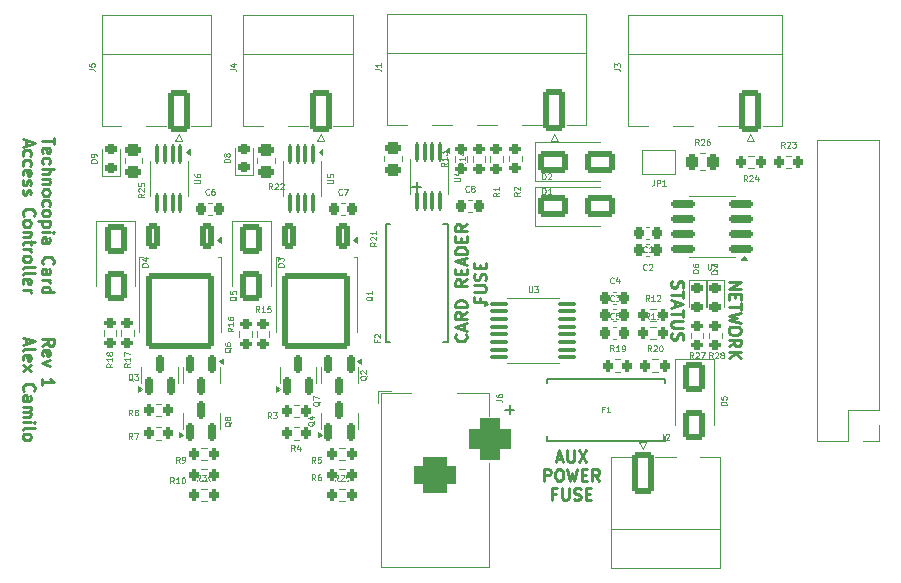
<source format=gbr>
%TF.GenerationSoftware,KiCad,Pcbnew,8.0.5*%
%TF.CreationDate,2024-11-24T08:54:10-05:00*%
%TF.ProjectId,wesp_card_access,77657370-5f63-4617-9264-5f6163636573,rev?*%
%TF.SameCoordinates,Original*%
%TF.FileFunction,Legend,Top*%
%TF.FilePolarity,Positive*%
%FSLAX46Y46*%
G04 Gerber Fmt 4.6, Leading zero omitted, Abs format (unit mm)*
G04 Created by KiCad (PCBNEW 8.0.5) date 2024-11-24 08:54:10*
%MOMM*%
%LPD*%
G01*
G04 APERTURE LIST*
G04 Aperture macros list*
%AMRoundRect*
0 Rectangle with rounded corners*
0 $1 Rounding radius*
0 $2 $3 $4 $5 $6 $7 $8 $9 X,Y pos of 4 corners*
0 Add a 4 corners polygon primitive as box body*
4,1,4,$2,$3,$4,$5,$6,$7,$8,$9,$2,$3,0*
0 Add four circle primitives for the rounded corners*
1,1,$1+$1,$2,$3*
1,1,$1+$1,$4,$5*
1,1,$1+$1,$6,$7*
1,1,$1+$1,$8,$9*
0 Add four rect primitives between the rounded corners*
20,1,$1+$1,$2,$3,$4,$5,0*
20,1,$1+$1,$4,$5,$6,$7,0*
20,1,$1+$1,$6,$7,$8,$9,0*
20,1,$1+$1,$8,$9,$2,$3,0*%
%AMFreePoly0*
4,1,6,1.000000,0.000000,0.500000,-0.750000,-0.500000,-0.750000,-0.500000,0.750000,0.500000,0.750000,1.000000,0.000000,1.000000,0.000000,$1*%
%AMFreePoly1*
4,1,6,0.500000,-0.750000,-0.650000,-0.750000,-0.150000,0.000000,-0.650000,0.750000,0.500000,0.750000,0.500000,-0.750000,0.500000,-0.750000,$1*%
G04 Aperture macros list end*
%ADD10C,0.250000*%
%ADD11C,0.100000*%
%ADD12C,0.120000*%
%ADD13C,0.152400*%
%ADD14RoundRect,0.250000X-0.650000X-1.550000X0.650000X-1.550000X0.650000X1.550000X-0.650000X1.550000X0*%
%ADD15O,1.800000X3.600000*%
%ADD16R,3.500000X3.500000*%
%ADD17RoundRect,0.750000X1.000000X-0.750000X1.000000X0.750000X-1.000000X0.750000X-1.000000X-0.750000X0*%
%ADD18RoundRect,0.875000X0.875000X-0.875000X0.875000X0.875000X-0.875000X0.875000X-0.875000X-0.875000X0*%
%ADD19RoundRect,0.100000X-0.100000X0.712500X-0.100000X-0.712500X0.100000X-0.712500X0.100000X0.712500X0*%
%ADD20RoundRect,0.250000X0.450000X-0.262500X0.450000X0.262500X-0.450000X0.262500X-0.450000X-0.262500X0*%
%ADD21RoundRect,0.200000X-0.200000X-0.275000X0.200000X-0.275000X0.200000X0.275000X-0.200000X0.275000X0*%
%ADD22RoundRect,0.225000X-0.225000X-0.250000X0.225000X-0.250000X0.225000X0.250000X-0.225000X0.250000X0*%
%ADD23RoundRect,0.150000X0.150000X-0.587500X0.150000X0.587500X-0.150000X0.587500X-0.150000X-0.587500X0*%
%ADD24RoundRect,0.250000X-0.650000X1.000000X-0.650000X-1.000000X0.650000X-1.000000X0.650000X1.000000X0*%
%ADD25R,1.700000X1.700000*%
%ADD26O,1.700000X1.700000*%
%ADD27C,6.700000*%
%ADD28RoundRect,0.200000X0.275000X-0.200000X0.275000X0.200000X-0.275000X0.200000X-0.275000X-0.200000X0*%
%ADD29FreePoly0,180.000000*%
%ADD30FreePoly1,180.000000*%
%ADD31RoundRect,0.250000X0.650000X1.550000X-0.650000X1.550000X-0.650000X-1.550000X0.650000X-1.550000X0*%
%ADD32RoundRect,0.218750X0.256250X-0.218750X0.256250X0.218750X-0.256250X0.218750X-0.256250X-0.218750X0*%
%ADD33RoundRect,0.150000X-0.150000X0.587500X-0.150000X-0.587500X0.150000X-0.587500X0.150000X0.587500X0*%
%ADD34R,4.241800X3.810000*%
%ADD35RoundRect,0.150000X0.825000X0.150000X-0.825000X0.150000X-0.825000X-0.150000X0.825000X-0.150000X0*%
%ADD36RoundRect,0.200000X-0.275000X0.200000X-0.275000X-0.200000X0.275000X-0.200000X0.275000X0.200000X0*%
%ADD37RoundRect,0.200000X0.200000X0.275000X-0.200000X0.275000X-0.200000X-0.275000X0.200000X-0.275000X0*%
%ADD38RoundRect,0.250000X-0.262500X-0.450000X0.262500X-0.450000X0.262500X0.450000X-0.262500X0.450000X0*%
%ADD39RoundRect,0.225000X0.225000X0.250000X-0.225000X0.250000X-0.225000X-0.250000X0.225000X-0.250000X0*%
%ADD40RoundRect,0.250000X-1.000000X-0.650000X1.000000X-0.650000X1.000000X0.650000X-1.000000X0.650000X0*%
%ADD41RoundRect,0.250000X-0.350000X0.850000X-0.350000X-0.850000X0.350000X-0.850000X0.350000X0.850000X0*%
%ADD42RoundRect,0.249997X-2.650003X2.950003X-2.650003X-2.950003X2.650003X-2.950003X2.650003X2.950003X0*%
%ADD43RoundRect,0.218750X-0.256250X0.218750X-0.256250X-0.218750X0.256250X-0.218750X0.256250X0.218750X0*%
%ADD44RoundRect,0.100000X-0.637500X-0.100000X0.637500X-0.100000X0.637500X0.100000X-0.637500X0.100000X0*%
%ADD45R,3.810000X4.241800*%
G04 APERTURE END LIST*
D10*
X163415380Y-98662568D02*
X164415380Y-98662568D01*
X164415380Y-98662568D02*
X163415380Y-99233996D01*
X163415380Y-99233996D02*
X164415380Y-99233996D01*
X163939190Y-99710187D02*
X163939190Y-100043520D01*
X163415380Y-100186377D02*
X163415380Y-99710187D01*
X163415380Y-99710187D02*
X164415380Y-99710187D01*
X164415380Y-99710187D02*
X164415380Y-100186377D01*
X164415380Y-100472092D02*
X164415380Y-101043520D01*
X163415380Y-100757806D02*
X164415380Y-100757806D01*
X164415380Y-101281616D02*
X163415380Y-101519711D01*
X163415380Y-101519711D02*
X164129666Y-101710187D01*
X164129666Y-101710187D02*
X163415380Y-101900663D01*
X163415380Y-101900663D02*
X164415380Y-102138759D01*
X164415380Y-102710187D02*
X164415380Y-102900663D01*
X164415380Y-102900663D02*
X164367761Y-102995901D01*
X164367761Y-102995901D02*
X164272523Y-103091139D01*
X164272523Y-103091139D02*
X164082047Y-103138758D01*
X164082047Y-103138758D02*
X163748714Y-103138758D01*
X163748714Y-103138758D02*
X163558238Y-103091139D01*
X163558238Y-103091139D02*
X163463000Y-102995901D01*
X163463000Y-102995901D02*
X163415380Y-102900663D01*
X163415380Y-102900663D02*
X163415380Y-102710187D01*
X163415380Y-102710187D02*
X163463000Y-102614949D01*
X163463000Y-102614949D02*
X163558238Y-102519711D01*
X163558238Y-102519711D02*
X163748714Y-102472092D01*
X163748714Y-102472092D02*
X164082047Y-102472092D01*
X164082047Y-102472092D02*
X164272523Y-102519711D01*
X164272523Y-102519711D02*
X164367761Y-102614949D01*
X164367761Y-102614949D02*
X164415380Y-102710187D01*
X163415380Y-104138758D02*
X163891571Y-103805425D01*
X163415380Y-103567330D02*
X164415380Y-103567330D01*
X164415380Y-103567330D02*
X164415380Y-103948282D01*
X164415380Y-103948282D02*
X164367761Y-104043520D01*
X164367761Y-104043520D02*
X164320142Y-104091139D01*
X164320142Y-104091139D02*
X164224904Y-104138758D01*
X164224904Y-104138758D02*
X164082047Y-104138758D01*
X164082047Y-104138758D02*
X163986809Y-104091139D01*
X163986809Y-104091139D02*
X163939190Y-104043520D01*
X163939190Y-104043520D02*
X163891571Y-103948282D01*
X163891571Y-103948282D02*
X163891571Y-103567330D01*
X163415380Y-104567330D02*
X164415380Y-104567330D01*
X163415380Y-105138758D02*
X163986809Y-104710187D01*
X164415380Y-105138758D02*
X163843952Y-104567330D01*
X141159436Y-103083333D02*
X141207056Y-103130952D01*
X141207056Y-103130952D02*
X141254675Y-103273809D01*
X141254675Y-103273809D02*
X141254675Y-103369047D01*
X141254675Y-103369047D02*
X141207056Y-103511904D01*
X141207056Y-103511904D02*
X141111817Y-103607142D01*
X141111817Y-103607142D02*
X141016579Y-103654761D01*
X141016579Y-103654761D02*
X140826103Y-103702380D01*
X140826103Y-103702380D02*
X140683246Y-103702380D01*
X140683246Y-103702380D02*
X140492770Y-103654761D01*
X140492770Y-103654761D02*
X140397532Y-103607142D01*
X140397532Y-103607142D02*
X140302294Y-103511904D01*
X140302294Y-103511904D02*
X140254675Y-103369047D01*
X140254675Y-103369047D02*
X140254675Y-103273809D01*
X140254675Y-103273809D02*
X140302294Y-103130952D01*
X140302294Y-103130952D02*
X140349913Y-103083333D01*
X140968960Y-102702380D02*
X140968960Y-102226190D01*
X141254675Y-102797618D02*
X140254675Y-102464285D01*
X140254675Y-102464285D02*
X141254675Y-102130952D01*
X141254675Y-101226190D02*
X140778484Y-101559523D01*
X141254675Y-101797618D02*
X140254675Y-101797618D01*
X140254675Y-101797618D02*
X140254675Y-101416666D01*
X140254675Y-101416666D02*
X140302294Y-101321428D01*
X140302294Y-101321428D02*
X140349913Y-101273809D01*
X140349913Y-101273809D02*
X140445151Y-101226190D01*
X140445151Y-101226190D02*
X140588008Y-101226190D01*
X140588008Y-101226190D02*
X140683246Y-101273809D01*
X140683246Y-101273809D02*
X140730865Y-101321428D01*
X140730865Y-101321428D02*
X140778484Y-101416666D01*
X140778484Y-101416666D02*
X140778484Y-101797618D01*
X141254675Y-100797618D02*
X140254675Y-100797618D01*
X140254675Y-100797618D02*
X140254675Y-100559523D01*
X140254675Y-100559523D02*
X140302294Y-100416666D01*
X140302294Y-100416666D02*
X140397532Y-100321428D01*
X140397532Y-100321428D02*
X140492770Y-100273809D01*
X140492770Y-100273809D02*
X140683246Y-100226190D01*
X140683246Y-100226190D02*
X140826103Y-100226190D01*
X140826103Y-100226190D02*
X141016579Y-100273809D01*
X141016579Y-100273809D02*
X141111817Y-100321428D01*
X141111817Y-100321428D02*
X141207056Y-100416666D01*
X141207056Y-100416666D02*
X141254675Y-100559523D01*
X141254675Y-100559523D02*
X141254675Y-100797618D01*
X141254675Y-98464285D02*
X140778484Y-98797618D01*
X141254675Y-99035713D02*
X140254675Y-99035713D01*
X140254675Y-99035713D02*
X140254675Y-98654761D01*
X140254675Y-98654761D02*
X140302294Y-98559523D01*
X140302294Y-98559523D02*
X140349913Y-98511904D01*
X140349913Y-98511904D02*
X140445151Y-98464285D01*
X140445151Y-98464285D02*
X140588008Y-98464285D01*
X140588008Y-98464285D02*
X140683246Y-98511904D01*
X140683246Y-98511904D02*
X140730865Y-98559523D01*
X140730865Y-98559523D02*
X140778484Y-98654761D01*
X140778484Y-98654761D02*
X140778484Y-99035713D01*
X140730865Y-98035713D02*
X140730865Y-97702380D01*
X141254675Y-97559523D02*
X141254675Y-98035713D01*
X141254675Y-98035713D02*
X140254675Y-98035713D01*
X140254675Y-98035713D02*
X140254675Y-97559523D01*
X140968960Y-97178570D02*
X140968960Y-96702380D01*
X141254675Y-97273808D02*
X140254675Y-96940475D01*
X140254675Y-96940475D02*
X141254675Y-96607142D01*
X141254675Y-96273808D02*
X140254675Y-96273808D01*
X140254675Y-96273808D02*
X140254675Y-96035713D01*
X140254675Y-96035713D02*
X140302294Y-95892856D01*
X140302294Y-95892856D02*
X140397532Y-95797618D01*
X140397532Y-95797618D02*
X140492770Y-95749999D01*
X140492770Y-95749999D02*
X140683246Y-95702380D01*
X140683246Y-95702380D02*
X140826103Y-95702380D01*
X140826103Y-95702380D02*
X141016579Y-95749999D01*
X141016579Y-95749999D02*
X141111817Y-95797618D01*
X141111817Y-95797618D02*
X141207056Y-95892856D01*
X141207056Y-95892856D02*
X141254675Y-96035713D01*
X141254675Y-96035713D02*
X141254675Y-96273808D01*
X140730865Y-95273808D02*
X140730865Y-94940475D01*
X141254675Y-94797618D02*
X141254675Y-95273808D01*
X141254675Y-95273808D02*
X140254675Y-95273808D01*
X140254675Y-95273808D02*
X140254675Y-94797618D01*
X141254675Y-93797618D02*
X140778484Y-94130951D01*
X141254675Y-94369046D02*
X140254675Y-94369046D01*
X140254675Y-94369046D02*
X140254675Y-93988094D01*
X140254675Y-93988094D02*
X140302294Y-93892856D01*
X140302294Y-93892856D02*
X140349913Y-93845237D01*
X140349913Y-93845237D02*
X140445151Y-93797618D01*
X140445151Y-93797618D02*
X140588008Y-93797618D01*
X140588008Y-93797618D02*
X140683246Y-93845237D01*
X140683246Y-93845237D02*
X140730865Y-93892856D01*
X140730865Y-93892856D02*
X140778484Y-93988094D01*
X140778484Y-93988094D02*
X140778484Y-94369046D01*
X142340809Y-100059523D02*
X142340809Y-100392856D01*
X142864619Y-100392856D02*
X141864619Y-100392856D01*
X141864619Y-100392856D02*
X141864619Y-99916666D01*
X141864619Y-99535713D02*
X142674142Y-99535713D01*
X142674142Y-99535713D02*
X142769380Y-99488094D01*
X142769380Y-99488094D02*
X142817000Y-99440475D01*
X142817000Y-99440475D02*
X142864619Y-99345237D01*
X142864619Y-99345237D02*
X142864619Y-99154761D01*
X142864619Y-99154761D02*
X142817000Y-99059523D01*
X142817000Y-99059523D02*
X142769380Y-99011904D01*
X142769380Y-99011904D02*
X142674142Y-98964285D01*
X142674142Y-98964285D02*
X141864619Y-98964285D01*
X142817000Y-98535713D02*
X142864619Y-98392856D01*
X142864619Y-98392856D02*
X142864619Y-98154761D01*
X142864619Y-98154761D02*
X142817000Y-98059523D01*
X142817000Y-98059523D02*
X142769380Y-98011904D01*
X142769380Y-98011904D02*
X142674142Y-97964285D01*
X142674142Y-97964285D02*
X142578904Y-97964285D01*
X142578904Y-97964285D02*
X142483666Y-98011904D01*
X142483666Y-98011904D02*
X142436047Y-98059523D01*
X142436047Y-98059523D02*
X142388428Y-98154761D01*
X142388428Y-98154761D02*
X142340809Y-98345237D01*
X142340809Y-98345237D02*
X142293190Y-98440475D01*
X142293190Y-98440475D02*
X142245571Y-98488094D01*
X142245571Y-98488094D02*
X142150333Y-98535713D01*
X142150333Y-98535713D02*
X142055095Y-98535713D01*
X142055095Y-98535713D02*
X141959857Y-98488094D01*
X141959857Y-98488094D02*
X141912238Y-98440475D01*
X141912238Y-98440475D02*
X141864619Y-98345237D01*
X141864619Y-98345237D02*
X141864619Y-98107142D01*
X141864619Y-98107142D02*
X141912238Y-97964285D01*
X142340809Y-97535713D02*
X142340809Y-97202380D01*
X142864619Y-97059523D02*
X142864619Y-97535713D01*
X142864619Y-97535713D02*
X141864619Y-97535713D01*
X141864619Y-97535713D02*
X141864619Y-97059523D01*
X148841905Y-113629016D02*
X149318095Y-113629016D01*
X148746667Y-113914731D02*
X149080000Y-112914731D01*
X149080000Y-112914731D02*
X149413333Y-113914731D01*
X149746667Y-112914731D02*
X149746667Y-113724254D01*
X149746667Y-113724254D02*
X149794286Y-113819492D01*
X149794286Y-113819492D02*
X149841905Y-113867112D01*
X149841905Y-113867112D02*
X149937143Y-113914731D01*
X149937143Y-113914731D02*
X150127619Y-113914731D01*
X150127619Y-113914731D02*
X150222857Y-113867112D01*
X150222857Y-113867112D02*
X150270476Y-113819492D01*
X150270476Y-113819492D02*
X150318095Y-113724254D01*
X150318095Y-113724254D02*
X150318095Y-112914731D01*
X150699048Y-112914731D02*
X151365714Y-113914731D01*
X151365714Y-112914731D02*
X150699048Y-113914731D01*
X147770476Y-115524675D02*
X147770476Y-114524675D01*
X147770476Y-114524675D02*
X148151428Y-114524675D01*
X148151428Y-114524675D02*
X148246666Y-114572294D01*
X148246666Y-114572294D02*
X148294285Y-114619913D01*
X148294285Y-114619913D02*
X148341904Y-114715151D01*
X148341904Y-114715151D02*
X148341904Y-114858008D01*
X148341904Y-114858008D02*
X148294285Y-114953246D01*
X148294285Y-114953246D02*
X148246666Y-115000865D01*
X148246666Y-115000865D02*
X148151428Y-115048484D01*
X148151428Y-115048484D02*
X147770476Y-115048484D01*
X148960952Y-114524675D02*
X149151428Y-114524675D01*
X149151428Y-114524675D02*
X149246666Y-114572294D01*
X149246666Y-114572294D02*
X149341904Y-114667532D01*
X149341904Y-114667532D02*
X149389523Y-114858008D01*
X149389523Y-114858008D02*
X149389523Y-115191341D01*
X149389523Y-115191341D02*
X149341904Y-115381817D01*
X149341904Y-115381817D02*
X149246666Y-115477056D01*
X149246666Y-115477056D02*
X149151428Y-115524675D01*
X149151428Y-115524675D02*
X148960952Y-115524675D01*
X148960952Y-115524675D02*
X148865714Y-115477056D01*
X148865714Y-115477056D02*
X148770476Y-115381817D01*
X148770476Y-115381817D02*
X148722857Y-115191341D01*
X148722857Y-115191341D02*
X148722857Y-114858008D01*
X148722857Y-114858008D02*
X148770476Y-114667532D01*
X148770476Y-114667532D02*
X148865714Y-114572294D01*
X148865714Y-114572294D02*
X148960952Y-114524675D01*
X149722857Y-114524675D02*
X149960952Y-115524675D01*
X149960952Y-115524675D02*
X150151428Y-114810389D01*
X150151428Y-114810389D02*
X150341904Y-115524675D01*
X150341904Y-115524675D02*
X150580000Y-114524675D01*
X150960952Y-115000865D02*
X151294285Y-115000865D01*
X151437142Y-115524675D02*
X150960952Y-115524675D01*
X150960952Y-115524675D02*
X150960952Y-114524675D01*
X150960952Y-114524675D02*
X151437142Y-114524675D01*
X152437142Y-115524675D02*
X152103809Y-115048484D01*
X151865714Y-115524675D02*
X151865714Y-114524675D01*
X151865714Y-114524675D02*
X152246666Y-114524675D01*
X152246666Y-114524675D02*
X152341904Y-114572294D01*
X152341904Y-114572294D02*
X152389523Y-114619913D01*
X152389523Y-114619913D02*
X152437142Y-114715151D01*
X152437142Y-114715151D02*
X152437142Y-114858008D01*
X152437142Y-114858008D02*
X152389523Y-114953246D01*
X152389523Y-114953246D02*
X152341904Y-115000865D01*
X152341904Y-115000865D02*
X152246666Y-115048484D01*
X152246666Y-115048484D02*
X151865714Y-115048484D01*
X148770476Y-116610809D02*
X148437143Y-116610809D01*
X148437143Y-117134619D02*
X148437143Y-116134619D01*
X148437143Y-116134619D02*
X148913333Y-116134619D01*
X149294286Y-116134619D02*
X149294286Y-116944142D01*
X149294286Y-116944142D02*
X149341905Y-117039380D01*
X149341905Y-117039380D02*
X149389524Y-117087000D01*
X149389524Y-117087000D02*
X149484762Y-117134619D01*
X149484762Y-117134619D02*
X149675238Y-117134619D01*
X149675238Y-117134619D02*
X149770476Y-117087000D01*
X149770476Y-117087000D02*
X149818095Y-117039380D01*
X149818095Y-117039380D02*
X149865714Y-116944142D01*
X149865714Y-116944142D02*
X149865714Y-116134619D01*
X150294286Y-117087000D02*
X150437143Y-117134619D01*
X150437143Y-117134619D02*
X150675238Y-117134619D01*
X150675238Y-117134619D02*
X150770476Y-117087000D01*
X150770476Y-117087000D02*
X150818095Y-117039380D01*
X150818095Y-117039380D02*
X150865714Y-116944142D01*
X150865714Y-116944142D02*
X150865714Y-116848904D01*
X150865714Y-116848904D02*
X150818095Y-116753666D01*
X150818095Y-116753666D02*
X150770476Y-116706047D01*
X150770476Y-116706047D02*
X150675238Y-116658428D01*
X150675238Y-116658428D02*
X150484762Y-116610809D01*
X150484762Y-116610809D02*
X150389524Y-116563190D01*
X150389524Y-116563190D02*
X150341905Y-116515571D01*
X150341905Y-116515571D02*
X150294286Y-116420333D01*
X150294286Y-116420333D02*
X150294286Y-116325095D01*
X150294286Y-116325095D02*
X150341905Y-116229857D01*
X150341905Y-116229857D02*
X150389524Y-116182238D01*
X150389524Y-116182238D02*
X150484762Y-116134619D01*
X150484762Y-116134619D02*
X150722857Y-116134619D01*
X150722857Y-116134619D02*
X150865714Y-116182238D01*
X151294286Y-116610809D02*
X151627619Y-116610809D01*
X151770476Y-117134619D02*
X151294286Y-117134619D01*
X151294286Y-117134619D02*
X151294286Y-116134619D01*
X151294286Y-116134619D02*
X151770476Y-116134619D01*
X158613000Y-98614949D02*
X158565380Y-98757806D01*
X158565380Y-98757806D02*
X158565380Y-98995901D01*
X158565380Y-98995901D02*
X158613000Y-99091139D01*
X158613000Y-99091139D02*
X158660619Y-99138758D01*
X158660619Y-99138758D02*
X158755857Y-99186377D01*
X158755857Y-99186377D02*
X158851095Y-99186377D01*
X158851095Y-99186377D02*
X158946333Y-99138758D01*
X158946333Y-99138758D02*
X158993952Y-99091139D01*
X158993952Y-99091139D02*
X159041571Y-98995901D01*
X159041571Y-98995901D02*
X159089190Y-98805425D01*
X159089190Y-98805425D02*
X159136809Y-98710187D01*
X159136809Y-98710187D02*
X159184428Y-98662568D01*
X159184428Y-98662568D02*
X159279666Y-98614949D01*
X159279666Y-98614949D02*
X159374904Y-98614949D01*
X159374904Y-98614949D02*
X159470142Y-98662568D01*
X159470142Y-98662568D02*
X159517761Y-98710187D01*
X159517761Y-98710187D02*
X159565380Y-98805425D01*
X159565380Y-98805425D02*
X159565380Y-99043520D01*
X159565380Y-99043520D02*
X159517761Y-99186377D01*
X159565380Y-99472092D02*
X159565380Y-100043520D01*
X158565380Y-99757806D02*
X159565380Y-99757806D01*
X158851095Y-100329235D02*
X158851095Y-100805425D01*
X158565380Y-100233997D02*
X159565380Y-100567330D01*
X159565380Y-100567330D02*
X158565380Y-100900663D01*
X159565380Y-101091140D02*
X159565380Y-101662568D01*
X158565380Y-101376854D02*
X159565380Y-101376854D01*
X159565380Y-101995902D02*
X158755857Y-101995902D01*
X158755857Y-101995902D02*
X158660619Y-102043521D01*
X158660619Y-102043521D02*
X158613000Y-102091140D01*
X158613000Y-102091140D02*
X158565380Y-102186378D01*
X158565380Y-102186378D02*
X158565380Y-102376854D01*
X158565380Y-102376854D02*
X158613000Y-102472092D01*
X158613000Y-102472092D02*
X158660619Y-102519711D01*
X158660619Y-102519711D02*
X158755857Y-102567330D01*
X158755857Y-102567330D02*
X159565380Y-102567330D01*
X158613000Y-102995902D02*
X158565380Y-103138759D01*
X158565380Y-103138759D02*
X158565380Y-103376854D01*
X158565380Y-103376854D02*
X158613000Y-103472092D01*
X158613000Y-103472092D02*
X158660619Y-103519711D01*
X158660619Y-103519711D02*
X158755857Y-103567330D01*
X158755857Y-103567330D02*
X158851095Y-103567330D01*
X158851095Y-103567330D02*
X158946333Y-103519711D01*
X158946333Y-103519711D02*
X158993952Y-103472092D01*
X158993952Y-103472092D02*
X159041571Y-103376854D01*
X159041571Y-103376854D02*
X159089190Y-103186378D01*
X159089190Y-103186378D02*
X159136809Y-103091140D01*
X159136809Y-103091140D02*
X159184428Y-103043521D01*
X159184428Y-103043521D02*
X159279666Y-102995902D01*
X159279666Y-102995902D02*
X159374904Y-102995902D01*
X159374904Y-102995902D02*
X159470142Y-103043521D01*
X159470142Y-103043521D02*
X159517761Y-103091140D01*
X159517761Y-103091140D02*
X159565380Y-103186378D01*
X159565380Y-103186378D02*
X159565380Y-103424473D01*
X159565380Y-103424473D02*
X159517761Y-103567330D01*
X105265324Y-104093996D02*
X105741515Y-103760663D01*
X105265324Y-103522568D02*
X106265324Y-103522568D01*
X106265324Y-103522568D02*
X106265324Y-103903520D01*
X106265324Y-103903520D02*
X106217705Y-103998758D01*
X106217705Y-103998758D02*
X106170086Y-104046377D01*
X106170086Y-104046377D02*
X106074848Y-104093996D01*
X106074848Y-104093996D02*
X105931991Y-104093996D01*
X105931991Y-104093996D02*
X105836753Y-104046377D01*
X105836753Y-104046377D02*
X105789134Y-103998758D01*
X105789134Y-103998758D02*
X105741515Y-103903520D01*
X105741515Y-103903520D02*
X105741515Y-103522568D01*
X105312944Y-104903520D02*
X105265324Y-104808282D01*
X105265324Y-104808282D02*
X105265324Y-104617806D01*
X105265324Y-104617806D02*
X105312944Y-104522568D01*
X105312944Y-104522568D02*
X105408182Y-104474949D01*
X105408182Y-104474949D02*
X105789134Y-104474949D01*
X105789134Y-104474949D02*
X105884372Y-104522568D01*
X105884372Y-104522568D02*
X105931991Y-104617806D01*
X105931991Y-104617806D02*
X105931991Y-104808282D01*
X105931991Y-104808282D02*
X105884372Y-104903520D01*
X105884372Y-104903520D02*
X105789134Y-104951139D01*
X105789134Y-104951139D02*
X105693896Y-104951139D01*
X105693896Y-104951139D02*
X105598658Y-104474949D01*
X105931991Y-105284473D02*
X105265324Y-105522568D01*
X105265324Y-105522568D02*
X105931991Y-105760663D01*
X105265324Y-107427330D02*
X105265324Y-106855902D01*
X105265324Y-107141616D02*
X106265324Y-107141616D01*
X106265324Y-107141616D02*
X106122467Y-107046378D01*
X106122467Y-107046378D02*
X106027229Y-106951140D01*
X106027229Y-106951140D02*
X105979610Y-106855902D01*
X103941095Y-103474949D02*
X103941095Y-103951139D01*
X103655380Y-103379711D02*
X104655380Y-103713044D01*
X104655380Y-103713044D02*
X103655380Y-104046377D01*
X103655380Y-104522568D02*
X103703000Y-104427330D01*
X103703000Y-104427330D02*
X103798238Y-104379711D01*
X103798238Y-104379711D02*
X104655380Y-104379711D01*
X103703000Y-105284473D02*
X103655380Y-105189235D01*
X103655380Y-105189235D02*
X103655380Y-104998759D01*
X103655380Y-104998759D02*
X103703000Y-104903521D01*
X103703000Y-104903521D02*
X103798238Y-104855902D01*
X103798238Y-104855902D02*
X104179190Y-104855902D01*
X104179190Y-104855902D02*
X104274428Y-104903521D01*
X104274428Y-104903521D02*
X104322047Y-104998759D01*
X104322047Y-104998759D02*
X104322047Y-105189235D01*
X104322047Y-105189235D02*
X104274428Y-105284473D01*
X104274428Y-105284473D02*
X104179190Y-105332092D01*
X104179190Y-105332092D02*
X104083952Y-105332092D01*
X104083952Y-105332092D02*
X103988714Y-104855902D01*
X103655380Y-105665426D02*
X104322047Y-106189235D01*
X104322047Y-105665426D02*
X103655380Y-106189235D01*
X103750619Y-107903521D02*
X103703000Y-107855902D01*
X103703000Y-107855902D02*
X103655380Y-107713045D01*
X103655380Y-107713045D02*
X103655380Y-107617807D01*
X103655380Y-107617807D02*
X103703000Y-107474950D01*
X103703000Y-107474950D02*
X103798238Y-107379712D01*
X103798238Y-107379712D02*
X103893476Y-107332093D01*
X103893476Y-107332093D02*
X104083952Y-107284474D01*
X104083952Y-107284474D02*
X104226809Y-107284474D01*
X104226809Y-107284474D02*
X104417285Y-107332093D01*
X104417285Y-107332093D02*
X104512523Y-107379712D01*
X104512523Y-107379712D02*
X104607761Y-107474950D01*
X104607761Y-107474950D02*
X104655380Y-107617807D01*
X104655380Y-107617807D02*
X104655380Y-107713045D01*
X104655380Y-107713045D02*
X104607761Y-107855902D01*
X104607761Y-107855902D02*
X104560142Y-107903521D01*
X103655380Y-108760664D02*
X104179190Y-108760664D01*
X104179190Y-108760664D02*
X104274428Y-108713045D01*
X104274428Y-108713045D02*
X104322047Y-108617807D01*
X104322047Y-108617807D02*
X104322047Y-108427331D01*
X104322047Y-108427331D02*
X104274428Y-108332093D01*
X103703000Y-108760664D02*
X103655380Y-108665426D01*
X103655380Y-108665426D02*
X103655380Y-108427331D01*
X103655380Y-108427331D02*
X103703000Y-108332093D01*
X103703000Y-108332093D02*
X103798238Y-108284474D01*
X103798238Y-108284474D02*
X103893476Y-108284474D01*
X103893476Y-108284474D02*
X103988714Y-108332093D01*
X103988714Y-108332093D02*
X104036333Y-108427331D01*
X104036333Y-108427331D02*
X104036333Y-108665426D01*
X104036333Y-108665426D02*
X104083952Y-108760664D01*
X103655380Y-109236855D02*
X104322047Y-109236855D01*
X104226809Y-109236855D02*
X104274428Y-109284474D01*
X104274428Y-109284474D02*
X104322047Y-109379712D01*
X104322047Y-109379712D02*
X104322047Y-109522569D01*
X104322047Y-109522569D02*
X104274428Y-109617807D01*
X104274428Y-109617807D02*
X104179190Y-109665426D01*
X104179190Y-109665426D02*
X103655380Y-109665426D01*
X104179190Y-109665426D02*
X104274428Y-109713045D01*
X104274428Y-109713045D02*
X104322047Y-109808283D01*
X104322047Y-109808283D02*
X104322047Y-109951140D01*
X104322047Y-109951140D02*
X104274428Y-110046379D01*
X104274428Y-110046379D02*
X104179190Y-110093998D01*
X104179190Y-110093998D02*
X103655380Y-110093998D01*
X103655380Y-110570188D02*
X104322047Y-110570188D01*
X104655380Y-110570188D02*
X104607761Y-110522569D01*
X104607761Y-110522569D02*
X104560142Y-110570188D01*
X104560142Y-110570188D02*
X104607761Y-110617807D01*
X104607761Y-110617807D02*
X104655380Y-110570188D01*
X104655380Y-110570188D02*
X104560142Y-110570188D01*
X103655380Y-111189235D02*
X103703000Y-111093997D01*
X103703000Y-111093997D02*
X103798238Y-111046378D01*
X103798238Y-111046378D02*
X104655380Y-111046378D01*
X103655380Y-111713045D02*
X103703000Y-111617807D01*
X103703000Y-111617807D02*
X103750619Y-111570188D01*
X103750619Y-111570188D02*
X103845857Y-111522569D01*
X103845857Y-111522569D02*
X104131571Y-111522569D01*
X104131571Y-111522569D02*
X104226809Y-111570188D01*
X104226809Y-111570188D02*
X104274428Y-111617807D01*
X104274428Y-111617807D02*
X104322047Y-111713045D01*
X104322047Y-111713045D02*
X104322047Y-111855902D01*
X104322047Y-111855902D02*
X104274428Y-111951140D01*
X104274428Y-111951140D02*
X104226809Y-111998759D01*
X104226809Y-111998759D02*
X104131571Y-112046378D01*
X104131571Y-112046378D02*
X103845857Y-112046378D01*
X103845857Y-112046378D02*
X103750619Y-111998759D01*
X103750619Y-111998759D02*
X103703000Y-111951140D01*
X103703000Y-111951140D02*
X103655380Y-111855902D01*
X103655380Y-111855902D02*
X103655380Y-111713045D01*
X106265324Y-86460952D02*
X106265324Y-87032380D01*
X105265324Y-86746666D02*
X106265324Y-86746666D01*
X105312944Y-87746666D02*
X105265324Y-87651428D01*
X105265324Y-87651428D02*
X105265324Y-87460952D01*
X105265324Y-87460952D02*
X105312944Y-87365714D01*
X105312944Y-87365714D02*
X105408182Y-87318095D01*
X105408182Y-87318095D02*
X105789134Y-87318095D01*
X105789134Y-87318095D02*
X105884372Y-87365714D01*
X105884372Y-87365714D02*
X105931991Y-87460952D01*
X105931991Y-87460952D02*
X105931991Y-87651428D01*
X105931991Y-87651428D02*
X105884372Y-87746666D01*
X105884372Y-87746666D02*
X105789134Y-87794285D01*
X105789134Y-87794285D02*
X105693896Y-87794285D01*
X105693896Y-87794285D02*
X105598658Y-87318095D01*
X105312944Y-88651428D02*
X105265324Y-88556190D01*
X105265324Y-88556190D02*
X105265324Y-88365714D01*
X105265324Y-88365714D02*
X105312944Y-88270476D01*
X105312944Y-88270476D02*
X105360563Y-88222857D01*
X105360563Y-88222857D02*
X105455801Y-88175238D01*
X105455801Y-88175238D02*
X105741515Y-88175238D01*
X105741515Y-88175238D02*
X105836753Y-88222857D01*
X105836753Y-88222857D02*
X105884372Y-88270476D01*
X105884372Y-88270476D02*
X105931991Y-88365714D01*
X105931991Y-88365714D02*
X105931991Y-88556190D01*
X105931991Y-88556190D02*
X105884372Y-88651428D01*
X105265324Y-89080000D02*
X106265324Y-89080000D01*
X105265324Y-89508571D02*
X105789134Y-89508571D01*
X105789134Y-89508571D02*
X105884372Y-89460952D01*
X105884372Y-89460952D02*
X105931991Y-89365714D01*
X105931991Y-89365714D02*
X105931991Y-89222857D01*
X105931991Y-89222857D02*
X105884372Y-89127619D01*
X105884372Y-89127619D02*
X105836753Y-89080000D01*
X105931991Y-89984762D02*
X105265324Y-89984762D01*
X105836753Y-89984762D02*
X105884372Y-90032381D01*
X105884372Y-90032381D02*
X105931991Y-90127619D01*
X105931991Y-90127619D02*
X105931991Y-90270476D01*
X105931991Y-90270476D02*
X105884372Y-90365714D01*
X105884372Y-90365714D02*
X105789134Y-90413333D01*
X105789134Y-90413333D02*
X105265324Y-90413333D01*
X105265324Y-91032381D02*
X105312944Y-90937143D01*
X105312944Y-90937143D02*
X105360563Y-90889524D01*
X105360563Y-90889524D02*
X105455801Y-90841905D01*
X105455801Y-90841905D02*
X105741515Y-90841905D01*
X105741515Y-90841905D02*
X105836753Y-90889524D01*
X105836753Y-90889524D02*
X105884372Y-90937143D01*
X105884372Y-90937143D02*
X105931991Y-91032381D01*
X105931991Y-91032381D02*
X105931991Y-91175238D01*
X105931991Y-91175238D02*
X105884372Y-91270476D01*
X105884372Y-91270476D02*
X105836753Y-91318095D01*
X105836753Y-91318095D02*
X105741515Y-91365714D01*
X105741515Y-91365714D02*
X105455801Y-91365714D01*
X105455801Y-91365714D02*
X105360563Y-91318095D01*
X105360563Y-91318095D02*
X105312944Y-91270476D01*
X105312944Y-91270476D02*
X105265324Y-91175238D01*
X105265324Y-91175238D02*
X105265324Y-91032381D01*
X105312944Y-92222857D02*
X105265324Y-92127619D01*
X105265324Y-92127619D02*
X105265324Y-91937143D01*
X105265324Y-91937143D02*
X105312944Y-91841905D01*
X105312944Y-91841905D02*
X105360563Y-91794286D01*
X105360563Y-91794286D02*
X105455801Y-91746667D01*
X105455801Y-91746667D02*
X105741515Y-91746667D01*
X105741515Y-91746667D02*
X105836753Y-91794286D01*
X105836753Y-91794286D02*
X105884372Y-91841905D01*
X105884372Y-91841905D02*
X105931991Y-91937143D01*
X105931991Y-91937143D02*
X105931991Y-92127619D01*
X105931991Y-92127619D02*
X105884372Y-92222857D01*
X105265324Y-92794286D02*
X105312944Y-92699048D01*
X105312944Y-92699048D02*
X105360563Y-92651429D01*
X105360563Y-92651429D02*
X105455801Y-92603810D01*
X105455801Y-92603810D02*
X105741515Y-92603810D01*
X105741515Y-92603810D02*
X105836753Y-92651429D01*
X105836753Y-92651429D02*
X105884372Y-92699048D01*
X105884372Y-92699048D02*
X105931991Y-92794286D01*
X105931991Y-92794286D02*
X105931991Y-92937143D01*
X105931991Y-92937143D02*
X105884372Y-93032381D01*
X105884372Y-93032381D02*
X105836753Y-93080000D01*
X105836753Y-93080000D02*
X105741515Y-93127619D01*
X105741515Y-93127619D02*
X105455801Y-93127619D01*
X105455801Y-93127619D02*
X105360563Y-93080000D01*
X105360563Y-93080000D02*
X105312944Y-93032381D01*
X105312944Y-93032381D02*
X105265324Y-92937143D01*
X105265324Y-92937143D02*
X105265324Y-92794286D01*
X105931991Y-93556191D02*
X104931991Y-93556191D01*
X105884372Y-93556191D02*
X105931991Y-93651429D01*
X105931991Y-93651429D02*
X105931991Y-93841905D01*
X105931991Y-93841905D02*
X105884372Y-93937143D01*
X105884372Y-93937143D02*
X105836753Y-93984762D01*
X105836753Y-93984762D02*
X105741515Y-94032381D01*
X105741515Y-94032381D02*
X105455801Y-94032381D01*
X105455801Y-94032381D02*
X105360563Y-93984762D01*
X105360563Y-93984762D02*
X105312944Y-93937143D01*
X105312944Y-93937143D02*
X105265324Y-93841905D01*
X105265324Y-93841905D02*
X105265324Y-93651429D01*
X105265324Y-93651429D02*
X105312944Y-93556191D01*
X105265324Y-94460953D02*
X105931991Y-94460953D01*
X106265324Y-94460953D02*
X106217705Y-94413334D01*
X106217705Y-94413334D02*
X106170086Y-94460953D01*
X106170086Y-94460953D02*
X106217705Y-94508572D01*
X106217705Y-94508572D02*
X106265324Y-94460953D01*
X106265324Y-94460953D02*
X106170086Y-94460953D01*
X105265324Y-95365714D02*
X105789134Y-95365714D01*
X105789134Y-95365714D02*
X105884372Y-95318095D01*
X105884372Y-95318095D02*
X105931991Y-95222857D01*
X105931991Y-95222857D02*
X105931991Y-95032381D01*
X105931991Y-95032381D02*
X105884372Y-94937143D01*
X105312944Y-95365714D02*
X105265324Y-95270476D01*
X105265324Y-95270476D02*
X105265324Y-95032381D01*
X105265324Y-95032381D02*
X105312944Y-94937143D01*
X105312944Y-94937143D02*
X105408182Y-94889524D01*
X105408182Y-94889524D02*
X105503420Y-94889524D01*
X105503420Y-94889524D02*
X105598658Y-94937143D01*
X105598658Y-94937143D02*
X105646277Y-95032381D01*
X105646277Y-95032381D02*
X105646277Y-95270476D01*
X105646277Y-95270476D02*
X105693896Y-95365714D01*
X105360563Y-97175238D02*
X105312944Y-97127619D01*
X105312944Y-97127619D02*
X105265324Y-96984762D01*
X105265324Y-96984762D02*
X105265324Y-96889524D01*
X105265324Y-96889524D02*
X105312944Y-96746667D01*
X105312944Y-96746667D02*
X105408182Y-96651429D01*
X105408182Y-96651429D02*
X105503420Y-96603810D01*
X105503420Y-96603810D02*
X105693896Y-96556191D01*
X105693896Y-96556191D02*
X105836753Y-96556191D01*
X105836753Y-96556191D02*
X106027229Y-96603810D01*
X106027229Y-96603810D02*
X106122467Y-96651429D01*
X106122467Y-96651429D02*
X106217705Y-96746667D01*
X106217705Y-96746667D02*
X106265324Y-96889524D01*
X106265324Y-96889524D02*
X106265324Y-96984762D01*
X106265324Y-96984762D02*
X106217705Y-97127619D01*
X106217705Y-97127619D02*
X106170086Y-97175238D01*
X105265324Y-98032381D02*
X105789134Y-98032381D01*
X105789134Y-98032381D02*
X105884372Y-97984762D01*
X105884372Y-97984762D02*
X105931991Y-97889524D01*
X105931991Y-97889524D02*
X105931991Y-97699048D01*
X105931991Y-97699048D02*
X105884372Y-97603810D01*
X105312944Y-98032381D02*
X105265324Y-97937143D01*
X105265324Y-97937143D02*
X105265324Y-97699048D01*
X105265324Y-97699048D02*
X105312944Y-97603810D01*
X105312944Y-97603810D02*
X105408182Y-97556191D01*
X105408182Y-97556191D02*
X105503420Y-97556191D01*
X105503420Y-97556191D02*
X105598658Y-97603810D01*
X105598658Y-97603810D02*
X105646277Y-97699048D01*
X105646277Y-97699048D02*
X105646277Y-97937143D01*
X105646277Y-97937143D02*
X105693896Y-98032381D01*
X105265324Y-98508572D02*
X105931991Y-98508572D01*
X105741515Y-98508572D02*
X105836753Y-98556191D01*
X105836753Y-98556191D02*
X105884372Y-98603810D01*
X105884372Y-98603810D02*
X105931991Y-98699048D01*
X105931991Y-98699048D02*
X105931991Y-98794286D01*
X105265324Y-99556191D02*
X106265324Y-99556191D01*
X105312944Y-99556191D02*
X105265324Y-99460953D01*
X105265324Y-99460953D02*
X105265324Y-99270477D01*
X105265324Y-99270477D02*
X105312944Y-99175239D01*
X105312944Y-99175239D02*
X105360563Y-99127620D01*
X105360563Y-99127620D02*
X105455801Y-99080001D01*
X105455801Y-99080001D02*
X105741515Y-99080001D01*
X105741515Y-99080001D02*
X105836753Y-99127620D01*
X105836753Y-99127620D02*
X105884372Y-99175239D01*
X105884372Y-99175239D02*
X105931991Y-99270477D01*
X105931991Y-99270477D02*
X105931991Y-99460953D01*
X105931991Y-99460953D02*
X105884372Y-99556191D01*
X103941095Y-86651427D02*
X103941095Y-87127617D01*
X103655380Y-86556189D02*
X104655380Y-86889522D01*
X104655380Y-86889522D02*
X103655380Y-87222855D01*
X103703000Y-87984760D02*
X103655380Y-87889522D01*
X103655380Y-87889522D02*
X103655380Y-87699046D01*
X103655380Y-87699046D02*
X103703000Y-87603808D01*
X103703000Y-87603808D02*
X103750619Y-87556189D01*
X103750619Y-87556189D02*
X103845857Y-87508570D01*
X103845857Y-87508570D02*
X104131571Y-87508570D01*
X104131571Y-87508570D02*
X104226809Y-87556189D01*
X104226809Y-87556189D02*
X104274428Y-87603808D01*
X104274428Y-87603808D02*
X104322047Y-87699046D01*
X104322047Y-87699046D02*
X104322047Y-87889522D01*
X104322047Y-87889522D02*
X104274428Y-87984760D01*
X103703000Y-88841903D02*
X103655380Y-88746665D01*
X103655380Y-88746665D02*
X103655380Y-88556189D01*
X103655380Y-88556189D02*
X103703000Y-88460951D01*
X103703000Y-88460951D02*
X103750619Y-88413332D01*
X103750619Y-88413332D02*
X103845857Y-88365713D01*
X103845857Y-88365713D02*
X104131571Y-88365713D01*
X104131571Y-88365713D02*
X104226809Y-88413332D01*
X104226809Y-88413332D02*
X104274428Y-88460951D01*
X104274428Y-88460951D02*
X104322047Y-88556189D01*
X104322047Y-88556189D02*
X104322047Y-88746665D01*
X104322047Y-88746665D02*
X104274428Y-88841903D01*
X103703000Y-89651427D02*
X103655380Y-89556189D01*
X103655380Y-89556189D02*
X103655380Y-89365713D01*
X103655380Y-89365713D02*
X103703000Y-89270475D01*
X103703000Y-89270475D02*
X103798238Y-89222856D01*
X103798238Y-89222856D02*
X104179190Y-89222856D01*
X104179190Y-89222856D02*
X104274428Y-89270475D01*
X104274428Y-89270475D02*
X104322047Y-89365713D01*
X104322047Y-89365713D02*
X104322047Y-89556189D01*
X104322047Y-89556189D02*
X104274428Y-89651427D01*
X104274428Y-89651427D02*
X104179190Y-89699046D01*
X104179190Y-89699046D02*
X104083952Y-89699046D01*
X104083952Y-89699046D02*
X103988714Y-89222856D01*
X103703000Y-90079999D02*
X103655380Y-90175237D01*
X103655380Y-90175237D02*
X103655380Y-90365713D01*
X103655380Y-90365713D02*
X103703000Y-90460951D01*
X103703000Y-90460951D02*
X103798238Y-90508570D01*
X103798238Y-90508570D02*
X103845857Y-90508570D01*
X103845857Y-90508570D02*
X103941095Y-90460951D01*
X103941095Y-90460951D02*
X103988714Y-90365713D01*
X103988714Y-90365713D02*
X103988714Y-90222856D01*
X103988714Y-90222856D02*
X104036333Y-90127618D01*
X104036333Y-90127618D02*
X104131571Y-90079999D01*
X104131571Y-90079999D02*
X104179190Y-90079999D01*
X104179190Y-90079999D02*
X104274428Y-90127618D01*
X104274428Y-90127618D02*
X104322047Y-90222856D01*
X104322047Y-90222856D02*
X104322047Y-90365713D01*
X104322047Y-90365713D02*
X104274428Y-90460951D01*
X103703000Y-90889523D02*
X103655380Y-90984761D01*
X103655380Y-90984761D02*
X103655380Y-91175237D01*
X103655380Y-91175237D02*
X103703000Y-91270475D01*
X103703000Y-91270475D02*
X103798238Y-91318094D01*
X103798238Y-91318094D02*
X103845857Y-91318094D01*
X103845857Y-91318094D02*
X103941095Y-91270475D01*
X103941095Y-91270475D02*
X103988714Y-91175237D01*
X103988714Y-91175237D02*
X103988714Y-91032380D01*
X103988714Y-91032380D02*
X104036333Y-90937142D01*
X104036333Y-90937142D02*
X104131571Y-90889523D01*
X104131571Y-90889523D02*
X104179190Y-90889523D01*
X104179190Y-90889523D02*
X104274428Y-90937142D01*
X104274428Y-90937142D02*
X104322047Y-91032380D01*
X104322047Y-91032380D02*
X104322047Y-91175237D01*
X104322047Y-91175237D02*
X104274428Y-91270475D01*
X103750619Y-93079999D02*
X103703000Y-93032380D01*
X103703000Y-93032380D02*
X103655380Y-92889523D01*
X103655380Y-92889523D02*
X103655380Y-92794285D01*
X103655380Y-92794285D02*
X103703000Y-92651428D01*
X103703000Y-92651428D02*
X103798238Y-92556190D01*
X103798238Y-92556190D02*
X103893476Y-92508571D01*
X103893476Y-92508571D02*
X104083952Y-92460952D01*
X104083952Y-92460952D02*
X104226809Y-92460952D01*
X104226809Y-92460952D02*
X104417285Y-92508571D01*
X104417285Y-92508571D02*
X104512523Y-92556190D01*
X104512523Y-92556190D02*
X104607761Y-92651428D01*
X104607761Y-92651428D02*
X104655380Y-92794285D01*
X104655380Y-92794285D02*
X104655380Y-92889523D01*
X104655380Y-92889523D02*
X104607761Y-93032380D01*
X104607761Y-93032380D02*
X104560142Y-93079999D01*
X103655380Y-93651428D02*
X103703000Y-93556190D01*
X103703000Y-93556190D02*
X103750619Y-93508571D01*
X103750619Y-93508571D02*
X103845857Y-93460952D01*
X103845857Y-93460952D02*
X104131571Y-93460952D01*
X104131571Y-93460952D02*
X104226809Y-93508571D01*
X104226809Y-93508571D02*
X104274428Y-93556190D01*
X104274428Y-93556190D02*
X104322047Y-93651428D01*
X104322047Y-93651428D02*
X104322047Y-93794285D01*
X104322047Y-93794285D02*
X104274428Y-93889523D01*
X104274428Y-93889523D02*
X104226809Y-93937142D01*
X104226809Y-93937142D02*
X104131571Y-93984761D01*
X104131571Y-93984761D02*
X103845857Y-93984761D01*
X103845857Y-93984761D02*
X103750619Y-93937142D01*
X103750619Y-93937142D02*
X103703000Y-93889523D01*
X103703000Y-93889523D02*
X103655380Y-93794285D01*
X103655380Y-93794285D02*
X103655380Y-93651428D01*
X104322047Y-94413333D02*
X103655380Y-94413333D01*
X104226809Y-94413333D02*
X104274428Y-94460952D01*
X104274428Y-94460952D02*
X104322047Y-94556190D01*
X104322047Y-94556190D02*
X104322047Y-94699047D01*
X104322047Y-94699047D02*
X104274428Y-94794285D01*
X104274428Y-94794285D02*
X104179190Y-94841904D01*
X104179190Y-94841904D02*
X103655380Y-94841904D01*
X104322047Y-95175238D02*
X104322047Y-95556190D01*
X104655380Y-95318095D02*
X103798238Y-95318095D01*
X103798238Y-95318095D02*
X103703000Y-95365714D01*
X103703000Y-95365714D02*
X103655380Y-95460952D01*
X103655380Y-95460952D02*
X103655380Y-95556190D01*
X103655380Y-95889524D02*
X104322047Y-95889524D01*
X104131571Y-95889524D02*
X104226809Y-95937143D01*
X104226809Y-95937143D02*
X104274428Y-95984762D01*
X104274428Y-95984762D02*
X104322047Y-96080000D01*
X104322047Y-96080000D02*
X104322047Y-96175238D01*
X103655380Y-96651429D02*
X103703000Y-96556191D01*
X103703000Y-96556191D02*
X103750619Y-96508572D01*
X103750619Y-96508572D02*
X103845857Y-96460953D01*
X103845857Y-96460953D02*
X104131571Y-96460953D01*
X104131571Y-96460953D02*
X104226809Y-96508572D01*
X104226809Y-96508572D02*
X104274428Y-96556191D01*
X104274428Y-96556191D02*
X104322047Y-96651429D01*
X104322047Y-96651429D02*
X104322047Y-96794286D01*
X104322047Y-96794286D02*
X104274428Y-96889524D01*
X104274428Y-96889524D02*
X104226809Y-96937143D01*
X104226809Y-96937143D02*
X104131571Y-96984762D01*
X104131571Y-96984762D02*
X103845857Y-96984762D01*
X103845857Y-96984762D02*
X103750619Y-96937143D01*
X103750619Y-96937143D02*
X103703000Y-96889524D01*
X103703000Y-96889524D02*
X103655380Y-96794286D01*
X103655380Y-96794286D02*
X103655380Y-96651429D01*
X103655380Y-97556191D02*
X103703000Y-97460953D01*
X103703000Y-97460953D02*
X103798238Y-97413334D01*
X103798238Y-97413334D02*
X104655380Y-97413334D01*
X103655380Y-98080001D02*
X103703000Y-97984763D01*
X103703000Y-97984763D02*
X103798238Y-97937144D01*
X103798238Y-97937144D02*
X104655380Y-97937144D01*
X103703000Y-98841906D02*
X103655380Y-98746668D01*
X103655380Y-98746668D02*
X103655380Y-98556192D01*
X103655380Y-98556192D02*
X103703000Y-98460954D01*
X103703000Y-98460954D02*
X103798238Y-98413335D01*
X103798238Y-98413335D02*
X104179190Y-98413335D01*
X104179190Y-98413335D02*
X104274428Y-98460954D01*
X104274428Y-98460954D02*
X104322047Y-98556192D01*
X104322047Y-98556192D02*
X104322047Y-98746668D01*
X104322047Y-98746668D02*
X104274428Y-98841906D01*
X104274428Y-98841906D02*
X104179190Y-98889525D01*
X104179190Y-98889525D02*
X104083952Y-98889525D01*
X104083952Y-98889525D02*
X103988714Y-98413335D01*
X103655380Y-99318097D02*
X104322047Y-99318097D01*
X104131571Y-99318097D02*
X104226809Y-99365716D01*
X104226809Y-99365716D02*
X104274428Y-99413335D01*
X104274428Y-99413335D02*
X104322047Y-99508573D01*
X104322047Y-99508573D02*
X104322047Y-99603811D01*
D11*
X157883333Y-111543609D02*
X157883333Y-111900752D01*
X157883333Y-111900752D02*
X157859524Y-111972180D01*
X157859524Y-111972180D02*
X157811905Y-112019800D01*
X157811905Y-112019800D02*
X157740476Y-112043609D01*
X157740476Y-112043609D02*
X157692857Y-112043609D01*
X158097619Y-111591228D02*
X158121428Y-111567419D01*
X158121428Y-111567419D02*
X158169047Y-111543609D01*
X158169047Y-111543609D02*
X158288095Y-111543609D01*
X158288095Y-111543609D02*
X158335714Y-111567419D01*
X158335714Y-111567419D02*
X158359523Y-111591228D01*
X158359523Y-111591228D02*
X158383333Y-111638847D01*
X158383333Y-111638847D02*
X158383333Y-111686466D01*
X158383333Y-111686466D02*
X158359523Y-111757895D01*
X158359523Y-111757895D02*
X158073809Y-112043609D01*
X158073809Y-112043609D02*
X158383333Y-112043609D01*
X143726109Y-108666666D02*
X144083252Y-108666666D01*
X144083252Y-108666666D02*
X144154680Y-108690475D01*
X144154680Y-108690475D02*
X144202300Y-108738094D01*
X144202300Y-108738094D02*
X144226109Y-108809523D01*
X144226109Y-108809523D02*
X144226109Y-108857142D01*
X143726109Y-108214285D02*
X143726109Y-108309523D01*
X143726109Y-108309523D02*
X143749919Y-108357142D01*
X143749919Y-108357142D02*
X143773728Y-108380952D01*
X143773728Y-108380952D02*
X143845157Y-108428571D01*
X143845157Y-108428571D02*
X143940395Y-108452380D01*
X143940395Y-108452380D02*
X144130871Y-108452380D01*
X144130871Y-108452380D02*
X144178490Y-108428571D01*
X144178490Y-108428571D02*
X144202300Y-108404761D01*
X144202300Y-108404761D02*
X144226109Y-108357142D01*
X144226109Y-108357142D02*
X144226109Y-108261904D01*
X144226109Y-108261904D02*
X144202300Y-108214285D01*
X144202300Y-108214285D02*
X144178490Y-108190476D01*
X144178490Y-108190476D02*
X144130871Y-108166666D01*
X144130871Y-108166666D02*
X144011823Y-108166666D01*
X144011823Y-108166666D02*
X143964204Y-108190476D01*
X143964204Y-108190476D02*
X143940395Y-108214285D01*
X143940395Y-108214285D02*
X143916585Y-108261904D01*
X143916585Y-108261904D02*
X143916585Y-108357142D01*
X143916585Y-108357142D02*
X143940395Y-108404761D01*
X143940395Y-108404761D02*
X143964204Y-108428571D01*
X143964204Y-108428571D02*
X144011823Y-108452380D01*
X118176109Y-90293452D02*
X118580871Y-90293452D01*
X118580871Y-90293452D02*
X118628490Y-90269642D01*
X118628490Y-90269642D02*
X118652300Y-90245833D01*
X118652300Y-90245833D02*
X118676109Y-90198214D01*
X118676109Y-90198214D02*
X118676109Y-90102976D01*
X118676109Y-90102976D02*
X118652300Y-90055357D01*
X118652300Y-90055357D02*
X118628490Y-90031547D01*
X118628490Y-90031547D02*
X118580871Y-90007738D01*
X118580871Y-90007738D02*
X118176109Y-90007738D01*
X118176109Y-89555356D02*
X118176109Y-89650594D01*
X118176109Y-89650594D02*
X118199919Y-89698213D01*
X118199919Y-89698213D02*
X118223728Y-89722023D01*
X118223728Y-89722023D02*
X118295157Y-89769642D01*
X118295157Y-89769642D02*
X118390395Y-89793451D01*
X118390395Y-89793451D02*
X118580871Y-89793451D01*
X118580871Y-89793451D02*
X118628490Y-89769642D01*
X118628490Y-89769642D02*
X118652300Y-89745832D01*
X118652300Y-89745832D02*
X118676109Y-89698213D01*
X118676109Y-89698213D02*
X118676109Y-89602975D01*
X118676109Y-89602975D02*
X118652300Y-89555356D01*
X118652300Y-89555356D02*
X118628490Y-89531547D01*
X118628490Y-89531547D02*
X118580871Y-89507737D01*
X118580871Y-89507737D02*
X118461823Y-89507737D01*
X118461823Y-89507737D02*
X118414204Y-89531547D01*
X118414204Y-89531547D02*
X118390395Y-89555356D01*
X118390395Y-89555356D02*
X118366585Y-89602975D01*
X118366585Y-89602975D02*
X118366585Y-89698213D01*
X118366585Y-89698213D02*
X118390395Y-89745832D01*
X118390395Y-89745832D02*
X118414204Y-89769642D01*
X118414204Y-89769642D02*
X118461823Y-89793451D01*
X113926109Y-91221428D02*
X113688014Y-91388094D01*
X113926109Y-91507142D02*
X113426109Y-91507142D01*
X113426109Y-91507142D02*
X113426109Y-91316666D01*
X113426109Y-91316666D02*
X113449919Y-91269047D01*
X113449919Y-91269047D02*
X113473728Y-91245237D01*
X113473728Y-91245237D02*
X113521347Y-91221428D01*
X113521347Y-91221428D02*
X113592776Y-91221428D01*
X113592776Y-91221428D02*
X113640395Y-91245237D01*
X113640395Y-91245237D02*
X113664204Y-91269047D01*
X113664204Y-91269047D02*
X113688014Y-91316666D01*
X113688014Y-91316666D02*
X113688014Y-91507142D01*
X113473728Y-91030951D02*
X113449919Y-91007142D01*
X113449919Y-91007142D02*
X113426109Y-90959523D01*
X113426109Y-90959523D02*
X113426109Y-90840475D01*
X113426109Y-90840475D02*
X113449919Y-90792856D01*
X113449919Y-90792856D02*
X113473728Y-90769047D01*
X113473728Y-90769047D02*
X113521347Y-90745237D01*
X113521347Y-90745237D02*
X113568966Y-90745237D01*
X113568966Y-90745237D02*
X113640395Y-90769047D01*
X113640395Y-90769047D02*
X113926109Y-91054761D01*
X113926109Y-91054761D02*
X113926109Y-90745237D01*
X113426109Y-90292857D02*
X113426109Y-90530952D01*
X113426109Y-90530952D02*
X113664204Y-90554761D01*
X113664204Y-90554761D02*
X113640395Y-90530952D01*
X113640395Y-90530952D02*
X113616585Y-90483333D01*
X113616585Y-90483333D02*
X113616585Y-90364285D01*
X113616585Y-90364285D02*
X113640395Y-90316666D01*
X113640395Y-90316666D02*
X113664204Y-90292857D01*
X113664204Y-90292857D02*
X113711823Y-90269047D01*
X113711823Y-90269047D02*
X113830871Y-90269047D01*
X113830871Y-90269047D02*
X113878490Y-90292857D01*
X113878490Y-90292857D02*
X113902300Y-90316666D01*
X113902300Y-90316666D02*
X113926109Y-90364285D01*
X113926109Y-90364285D02*
X113926109Y-90483333D01*
X113926109Y-90483333D02*
X113902300Y-90530952D01*
X113902300Y-90530952D02*
X113878490Y-90554761D01*
X168143571Y-87296109D02*
X167976905Y-87058014D01*
X167857857Y-87296109D02*
X167857857Y-86796109D01*
X167857857Y-86796109D02*
X168048333Y-86796109D01*
X168048333Y-86796109D02*
X168095952Y-86819919D01*
X168095952Y-86819919D02*
X168119762Y-86843728D01*
X168119762Y-86843728D02*
X168143571Y-86891347D01*
X168143571Y-86891347D02*
X168143571Y-86962776D01*
X168143571Y-86962776D02*
X168119762Y-87010395D01*
X168119762Y-87010395D02*
X168095952Y-87034204D01*
X168095952Y-87034204D02*
X168048333Y-87058014D01*
X168048333Y-87058014D02*
X167857857Y-87058014D01*
X168334048Y-86843728D02*
X168357857Y-86819919D01*
X168357857Y-86819919D02*
X168405476Y-86796109D01*
X168405476Y-86796109D02*
X168524524Y-86796109D01*
X168524524Y-86796109D02*
X168572143Y-86819919D01*
X168572143Y-86819919D02*
X168595952Y-86843728D01*
X168595952Y-86843728D02*
X168619762Y-86891347D01*
X168619762Y-86891347D02*
X168619762Y-86938966D01*
X168619762Y-86938966D02*
X168595952Y-87010395D01*
X168595952Y-87010395D02*
X168310238Y-87296109D01*
X168310238Y-87296109D02*
X168619762Y-87296109D01*
X168786428Y-86796109D02*
X169095952Y-86796109D01*
X169095952Y-86796109D02*
X168929285Y-86986585D01*
X168929285Y-86986585D02*
X169000714Y-86986585D01*
X169000714Y-86986585D02*
X169048333Y-87010395D01*
X169048333Y-87010395D02*
X169072142Y-87034204D01*
X169072142Y-87034204D02*
X169095952Y-87081823D01*
X169095952Y-87081823D02*
X169095952Y-87200871D01*
X169095952Y-87200871D02*
X169072142Y-87248490D01*
X169072142Y-87248490D02*
X169048333Y-87272300D01*
X169048333Y-87272300D02*
X169000714Y-87296109D01*
X169000714Y-87296109D02*
X168857857Y-87296109D01*
X168857857Y-87296109D02*
X168810238Y-87272300D01*
X168810238Y-87272300D02*
X168786428Y-87248490D01*
X153666666Y-101748490D02*
X153642857Y-101772300D01*
X153642857Y-101772300D02*
X153571428Y-101796109D01*
X153571428Y-101796109D02*
X153523809Y-101796109D01*
X153523809Y-101796109D02*
X153452381Y-101772300D01*
X153452381Y-101772300D02*
X153404762Y-101724680D01*
X153404762Y-101724680D02*
X153380952Y-101677061D01*
X153380952Y-101677061D02*
X153357143Y-101581823D01*
X153357143Y-101581823D02*
X153357143Y-101510395D01*
X153357143Y-101510395D02*
X153380952Y-101415157D01*
X153380952Y-101415157D02*
X153404762Y-101367538D01*
X153404762Y-101367538D02*
X153452381Y-101319919D01*
X153452381Y-101319919D02*
X153523809Y-101296109D01*
X153523809Y-101296109D02*
X153571428Y-101296109D01*
X153571428Y-101296109D02*
X153642857Y-101319919D01*
X153642857Y-101319919D02*
X153666666Y-101343728D01*
X154119047Y-101296109D02*
X153880952Y-101296109D01*
X153880952Y-101296109D02*
X153857143Y-101534204D01*
X153857143Y-101534204D02*
X153880952Y-101510395D01*
X153880952Y-101510395D02*
X153928571Y-101486585D01*
X153928571Y-101486585D02*
X154047619Y-101486585D01*
X154047619Y-101486585D02*
X154095238Y-101510395D01*
X154095238Y-101510395D02*
X154119047Y-101534204D01*
X154119047Y-101534204D02*
X154142857Y-101581823D01*
X154142857Y-101581823D02*
X154142857Y-101700871D01*
X154142857Y-101700871D02*
X154119047Y-101748490D01*
X154119047Y-101748490D02*
X154095238Y-101772300D01*
X154095238Y-101772300D02*
X154047619Y-101796109D01*
X154047619Y-101796109D02*
X153928571Y-101796109D01*
X153928571Y-101796109D02*
X153880952Y-101772300D01*
X153880952Y-101772300D02*
X153857143Y-101748490D01*
X153666666Y-98748490D02*
X153642857Y-98772300D01*
X153642857Y-98772300D02*
X153571428Y-98796109D01*
X153571428Y-98796109D02*
X153523809Y-98796109D01*
X153523809Y-98796109D02*
X153452381Y-98772300D01*
X153452381Y-98772300D02*
X153404762Y-98724680D01*
X153404762Y-98724680D02*
X153380952Y-98677061D01*
X153380952Y-98677061D02*
X153357143Y-98581823D01*
X153357143Y-98581823D02*
X153357143Y-98510395D01*
X153357143Y-98510395D02*
X153380952Y-98415157D01*
X153380952Y-98415157D02*
X153404762Y-98367538D01*
X153404762Y-98367538D02*
X153452381Y-98319919D01*
X153452381Y-98319919D02*
X153523809Y-98296109D01*
X153523809Y-98296109D02*
X153571428Y-98296109D01*
X153571428Y-98296109D02*
X153642857Y-98319919D01*
X153642857Y-98319919D02*
X153666666Y-98343728D01*
X154095238Y-98462776D02*
X154095238Y-98796109D01*
X153976190Y-98272300D02*
X153857143Y-98629442D01*
X153857143Y-98629442D02*
X154166666Y-98629442D01*
X128323728Y-110485119D02*
X128299919Y-110532738D01*
X128299919Y-110532738D02*
X128252300Y-110580357D01*
X128252300Y-110580357D02*
X128180871Y-110651785D01*
X128180871Y-110651785D02*
X128157061Y-110699404D01*
X128157061Y-110699404D02*
X128157061Y-110747023D01*
X128276109Y-110723214D02*
X128252300Y-110770833D01*
X128252300Y-110770833D02*
X128204680Y-110818452D01*
X128204680Y-110818452D02*
X128109442Y-110842261D01*
X128109442Y-110842261D02*
X127942776Y-110842261D01*
X127942776Y-110842261D02*
X127847538Y-110818452D01*
X127847538Y-110818452D02*
X127799919Y-110770833D01*
X127799919Y-110770833D02*
X127776109Y-110723214D01*
X127776109Y-110723214D02*
X127776109Y-110627976D01*
X127776109Y-110627976D02*
X127799919Y-110580357D01*
X127799919Y-110580357D02*
X127847538Y-110532738D01*
X127847538Y-110532738D02*
X127942776Y-110508928D01*
X127942776Y-110508928D02*
X128109442Y-110508928D01*
X128109442Y-110508928D02*
X128204680Y-110532738D01*
X128204680Y-110532738D02*
X128252300Y-110580357D01*
X128252300Y-110580357D02*
X128276109Y-110627976D01*
X128276109Y-110627976D02*
X128276109Y-110723214D01*
X127942776Y-110080356D02*
X128276109Y-110080356D01*
X127752300Y-110199404D02*
X128109442Y-110318451D01*
X128109442Y-110318451D02*
X128109442Y-110008928D01*
X129426109Y-90293452D02*
X129830871Y-90293452D01*
X129830871Y-90293452D02*
X129878490Y-90269642D01*
X129878490Y-90269642D02*
X129902300Y-90245833D01*
X129902300Y-90245833D02*
X129926109Y-90198214D01*
X129926109Y-90198214D02*
X129926109Y-90102976D01*
X129926109Y-90102976D02*
X129902300Y-90055357D01*
X129902300Y-90055357D02*
X129878490Y-90031547D01*
X129878490Y-90031547D02*
X129830871Y-90007738D01*
X129830871Y-90007738D02*
X129426109Y-90007738D01*
X129426109Y-89531547D02*
X129426109Y-89769642D01*
X129426109Y-89769642D02*
X129664204Y-89793451D01*
X129664204Y-89793451D02*
X129640395Y-89769642D01*
X129640395Y-89769642D02*
X129616585Y-89722023D01*
X129616585Y-89722023D02*
X129616585Y-89602975D01*
X129616585Y-89602975D02*
X129640395Y-89555356D01*
X129640395Y-89555356D02*
X129664204Y-89531547D01*
X129664204Y-89531547D02*
X129711823Y-89507737D01*
X129711823Y-89507737D02*
X129830871Y-89507737D01*
X129830871Y-89507737D02*
X129878490Y-89531547D01*
X129878490Y-89531547D02*
X129902300Y-89555356D01*
X129902300Y-89555356D02*
X129926109Y-89602975D01*
X129926109Y-89602975D02*
X129926109Y-89722023D01*
X129926109Y-89722023D02*
X129902300Y-89769642D01*
X129902300Y-89769642D02*
X129878490Y-89793451D01*
X163226109Y-109119047D02*
X162726109Y-109119047D01*
X162726109Y-109119047D02*
X162726109Y-108999999D01*
X162726109Y-108999999D02*
X162749919Y-108928571D01*
X162749919Y-108928571D02*
X162797538Y-108880952D01*
X162797538Y-108880952D02*
X162845157Y-108857142D01*
X162845157Y-108857142D02*
X162940395Y-108833333D01*
X162940395Y-108833333D02*
X163011823Y-108833333D01*
X163011823Y-108833333D02*
X163107061Y-108857142D01*
X163107061Y-108857142D02*
X163154680Y-108880952D01*
X163154680Y-108880952D02*
X163202300Y-108928571D01*
X163202300Y-108928571D02*
X163226109Y-108999999D01*
X163226109Y-108999999D02*
X163226109Y-109119047D01*
X162726109Y-108380952D02*
X162726109Y-108619047D01*
X162726109Y-108619047D02*
X162964204Y-108642856D01*
X162964204Y-108642856D02*
X162940395Y-108619047D01*
X162940395Y-108619047D02*
X162916585Y-108571428D01*
X162916585Y-108571428D02*
X162916585Y-108452380D01*
X162916585Y-108452380D02*
X162940395Y-108404761D01*
X162940395Y-108404761D02*
X162964204Y-108380952D01*
X162964204Y-108380952D02*
X163011823Y-108357142D01*
X163011823Y-108357142D02*
X163130871Y-108357142D01*
X163130871Y-108357142D02*
X163178490Y-108380952D01*
X163178490Y-108380952D02*
X163202300Y-108404761D01*
X163202300Y-108404761D02*
X163226109Y-108452380D01*
X163226109Y-108452380D02*
X163226109Y-108571428D01*
X163226109Y-108571428D02*
X163202300Y-108619047D01*
X163202300Y-108619047D02*
X163178490Y-108642856D01*
X128773728Y-108797619D02*
X128749919Y-108845238D01*
X128749919Y-108845238D02*
X128702300Y-108892857D01*
X128702300Y-108892857D02*
X128630871Y-108964285D01*
X128630871Y-108964285D02*
X128607061Y-109011904D01*
X128607061Y-109011904D02*
X128607061Y-109059523D01*
X128726109Y-109035714D02*
X128702300Y-109083333D01*
X128702300Y-109083333D02*
X128654680Y-109130952D01*
X128654680Y-109130952D02*
X128559442Y-109154761D01*
X128559442Y-109154761D02*
X128392776Y-109154761D01*
X128392776Y-109154761D02*
X128297538Y-109130952D01*
X128297538Y-109130952D02*
X128249919Y-109083333D01*
X128249919Y-109083333D02*
X128226109Y-109035714D01*
X128226109Y-109035714D02*
X128226109Y-108940476D01*
X128226109Y-108940476D02*
X128249919Y-108892857D01*
X128249919Y-108892857D02*
X128297538Y-108845238D01*
X128297538Y-108845238D02*
X128392776Y-108821428D01*
X128392776Y-108821428D02*
X128559442Y-108821428D01*
X128559442Y-108821428D02*
X128654680Y-108845238D01*
X128654680Y-108845238D02*
X128702300Y-108892857D01*
X128702300Y-108892857D02*
X128726109Y-108940476D01*
X128726109Y-108940476D02*
X128726109Y-109035714D01*
X128226109Y-108654761D02*
X128226109Y-108321428D01*
X128226109Y-108321428D02*
X128726109Y-108535713D01*
X121476109Y-102571428D02*
X121238014Y-102738094D01*
X121476109Y-102857142D02*
X120976109Y-102857142D01*
X120976109Y-102857142D02*
X120976109Y-102666666D01*
X120976109Y-102666666D02*
X120999919Y-102619047D01*
X120999919Y-102619047D02*
X121023728Y-102595237D01*
X121023728Y-102595237D02*
X121071347Y-102571428D01*
X121071347Y-102571428D02*
X121142776Y-102571428D01*
X121142776Y-102571428D02*
X121190395Y-102595237D01*
X121190395Y-102595237D02*
X121214204Y-102619047D01*
X121214204Y-102619047D02*
X121238014Y-102666666D01*
X121238014Y-102666666D02*
X121238014Y-102857142D01*
X121476109Y-102095237D02*
X121476109Y-102380951D01*
X121476109Y-102238094D02*
X120976109Y-102238094D01*
X120976109Y-102238094D02*
X121047538Y-102285713D01*
X121047538Y-102285713D02*
X121095157Y-102333332D01*
X121095157Y-102333332D02*
X121118966Y-102380951D01*
X120976109Y-101666666D02*
X120976109Y-101761904D01*
X120976109Y-101761904D02*
X120999919Y-101809523D01*
X120999919Y-101809523D02*
X121023728Y-101833333D01*
X121023728Y-101833333D02*
X121095157Y-101880952D01*
X121095157Y-101880952D02*
X121190395Y-101904761D01*
X121190395Y-101904761D02*
X121380871Y-101904761D01*
X121380871Y-101904761D02*
X121428490Y-101880952D01*
X121428490Y-101880952D02*
X121452300Y-101857142D01*
X121452300Y-101857142D02*
X121476109Y-101809523D01*
X121476109Y-101809523D02*
X121476109Y-101714285D01*
X121476109Y-101714285D02*
X121452300Y-101666666D01*
X121452300Y-101666666D02*
X121428490Y-101642857D01*
X121428490Y-101642857D02*
X121380871Y-101619047D01*
X121380871Y-101619047D02*
X121261823Y-101619047D01*
X121261823Y-101619047D02*
X121214204Y-101642857D01*
X121214204Y-101642857D02*
X121190395Y-101666666D01*
X121190395Y-101666666D02*
X121166585Y-101714285D01*
X121166585Y-101714285D02*
X121166585Y-101809523D01*
X121166585Y-101809523D02*
X121190395Y-101857142D01*
X121190395Y-101857142D02*
X121214204Y-101880952D01*
X121214204Y-101880952D02*
X121261823Y-101904761D01*
X112952380Y-107023728D02*
X112904761Y-106999919D01*
X112904761Y-106999919D02*
X112857142Y-106952300D01*
X112857142Y-106952300D02*
X112785714Y-106880871D01*
X112785714Y-106880871D02*
X112738095Y-106857061D01*
X112738095Y-106857061D02*
X112690476Y-106857061D01*
X112714285Y-106976109D02*
X112666666Y-106952300D01*
X112666666Y-106952300D02*
X112619047Y-106904680D01*
X112619047Y-106904680D02*
X112595238Y-106809442D01*
X112595238Y-106809442D02*
X112595238Y-106642776D01*
X112595238Y-106642776D02*
X112619047Y-106547538D01*
X112619047Y-106547538D02*
X112666666Y-106499919D01*
X112666666Y-106499919D02*
X112714285Y-106476109D01*
X112714285Y-106476109D02*
X112809523Y-106476109D01*
X112809523Y-106476109D02*
X112857142Y-106499919D01*
X112857142Y-106499919D02*
X112904761Y-106547538D01*
X112904761Y-106547538D02*
X112928571Y-106642776D01*
X112928571Y-106642776D02*
X112928571Y-106809442D01*
X112928571Y-106809442D02*
X112904761Y-106904680D01*
X112904761Y-106904680D02*
X112857142Y-106952300D01*
X112857142Y-106952300D02*
X112809523Y-106976109D01*
X112809523Y-106976109D02*
X112714285Y-106976109D01*
X113095238Y-106476109D02*
X113404762Y-106476109D01*
X113404762Y-106476109D02*
X113238095Y-106666585D01*
X113238095Y-106666585D02*
X113309524Y-106666585D01*
X113309524Y-106666585D02*
X113357143Y-106690395D01*
X113357143Y-106690395D02*
X113380952Y-106714204D01*
X113380952Y-106714204D02*
X113404762Y-106761823D01*
X113404762Y-106761823D02*
X113404762Y-106880871D01*
X113404762Y-106880871D02*
X113380952Y-106928490D01*
X113380952Y-106928490D02*
X113357143Y-106952300D01*
X113357143Y-106952300D02*
X113309524Y-106976109D01*
X113309524Y-106976109D02*
X113166667Y-106976109D01*
X113166667Y-106976109D02*
X113119048Y-106952300D01*
X113119048Y-106952300D02*
X113095238Y-106928490D01*
X156853571Y-104546109D02*
X156686905Y-104308014D01*
X156567857Y-104546109D02*
X156567857Y-104046109D01*
X156567857Y-104046109D02*
X156758333Y-104046109D01*
X156758333Y-104046109D02*
X156805952Y-104069919D01*
X156805952Y-104069919D02*
X156829762Y-104093728D01*
X156829762Y-104093728D02*
X156853571Y-104141347D01*
X156853571Y-104141347D02*
X156853571Y-104212776D01*
X156853571Y-104212776D02*
X156829762Y-104260395D01*
X156829762Y-104260395D02*
X156805952Y-104284204D01*
X156805952Y-104284204D02*
X156758333Y-104308014D01*
X156758333Y-104308014D02*
X156567857Y-104308014D01*
X157044048Y-104093728D02*
X157067857Y-104069919D01*
X157067857Y-104069919D02*
X157115476Y-104046109D01*
X157115476Y-104046109D02*
X157234524Y-104046109D01*
X157234524Y-104046109D02*
X157282143Y-104069919D01*
X157282143Y-104069919D02*
X157305952Y-104093728D01*
X157305952Y-104093728D02*
X157329762Y-104141347D01*
X157329762Y-104141347D02*
X157329762Y-104188966D01*
X157329762Y-104188966D02*
X157305952Y-104260395D01*
X157305952Y-104260395D02*
X157020238Y-104546109D01*
X157020238Y-104546109D02*
X157329762Y-104546109D01*
X157639285Y-104046109D02*
X157686904Y-104046109D01*
X157686904Y-104046109D02*
X157734523Y-104069919D01*
X157734523Y-104069919D02*
X157758333Y-104093728D01*
X157758333Y-104093728D02*
X157782142Y-104141347D01*
X157782142Y-104141347D02*
X157805952Y-104236585D01*
X157805952Y-104236585D02*
X157805952Y-104355633D01*
X157805952Y-104355633D02*
X157782142Y-104450871D01*
X157782142Y-104450871D02*
X157758333Y-104498490D01*
X157758333Y-104498490D02*
X157734523Y-104522300D01*
X157734523Y-104522300D02*
X157686904Y-104546109D01*
X157686904Y-104546109D02*
X157639285Y-104546109D01*
X157639285Y-104546109D02*
X157591666Y-104522300D01*
X157591666Y-104522300D02*
X157567857Y-104498490D01*
X157567857Y-104498490D02*
X157544047Y-104450871D01*
X157544047Y-104450871D02*
X157520238Y-104355633D01*
X157520238Y-104355633D02*
X157520238Y-104236585D01*
X157520238Y-104236585D02*
X157544047Y-104141347D01*
X157544047Y-104141347D02*
X157567857Y-104093728D01*
X157567857Y-104093728D02*
X157591666Y-104069919D01*
X157591666Y-104069919D02*
X157639285Y-104046109D01*
X157083333Y-90026109D02*
X157083333Y-90383252D01*
X157083333Y-90383252D02*
X157059524Y-90454680D01*
X157059524Y-90454680D02*
X157011905Y-90502300D01*
X157011905Y-90502300D02*
X156940476Y-90526109D01*
X156940476Y-90526109D02*
X156892857Y-90526109D01*
X157321428Y-90526109D02*
X157321428Y-90026109D01*
X157321428Y-90026109D02*
X157511904Y-90026109D01*
X157511904Y-90026109D02*
X157559523Y-90049919D01*
X157559523Y-90049919D02*
X157583333Y-90073728D01*
X157583333Y-90073728D02*
X157607142Y-90121347D01*
X157607142Y-90121347D02*
X157607142Y-90192776D01*
X157607142Y-90192776D02*
X157583333Y-90240395D01*
X157583333Y-90240395D02*
X157559523Y-90264204D01*
X157559523Y-90264204D02*
X157511904Y-90288014D01*
X157511904Y-90288014D02*
X157321428Y-90288014D01*
X158083333Y-90526109D02*
X157797619Y-90526109D01*
X157940476Y-90526109D02*
X157940476Y-90026109D01*
X157940476Y-90026109D02*
X157892857Y-90097538D01*
X157892857Y-90097538D02*
X157845238Y-90145157D01*
X157845238Y-90145157D02*
X157797619Y-90168966D01*
X156678571Y-101796109D02*
X156511905Y-101558014D01*
X156392857Y-101796109D02*
X156392857Y-101296109D01*
X156392857Y-101296109D02*
X156583333Y-101296109D01*
X156583333Y-101296109D02*
X156630952Y-101319919D01*
X156630952Y-101319919D02*
X156654762Y-101343728D01*
X156654762Y-101343728D02*
X156678571Y-101391347D01*
X156678571Y-101391347D02*
X156678571Y-101462776D01*
X156678571Y-101462776D02*
X156654762Y-101510395D01*
X156654762Y-101510395D02*
X156630952Y-101534204D01*
X156630952Y-101534204D02*
X156583333Y-101558014D01*
X156583333Y-101558014D02*
X156392857Y-101558014D01*
X157154762Y-101796109D02*
X156869048Y-101796109D01*
X157011905Y-101796109D02*
X157011905Y-101296109D01*
X157011905Y-101296109D02*
X156964286Y-101367538D01*
X156964286Y-101367538D02*
X156916667Y-101415157D01*
X156916667Y-101415157D02*
X156869048Y-101438966D01*
X157630952Y-101796109D02*
X157345238Y-101796109D01*
X157488095Y-101796109D02*
X157488095Y-101296109D01*
X157488095Y-101296109D02*
X157440476Y-101367538D01*
X157440476Y-101367538D02*
X157392857Y-101415157D01*
X157392857Y-101415157D02*
X157345238Y-101438966D01*
X109226109Y-80666666D02*
X109583252Y-80666666D01*
X109583252Y-80666666D02*
X109654680Y-80690475D01*
X109654680Y-80690475D02*
X109702300Y-80738094D01*
X109702300Y-80738094D02*
X109726109Y-80809523D01*
X109726109Y-80809523D02*
X109726109Y-80857142D01*
X109226109Y-80190476D02*
X109226109Y-80428571D01*
X109226109Y-80428571D02*
X109464204Y-80452380D01*
X109464204Y-80452380D02*
X109440395Y-80428571D01*
X109440395Y-80428571D02*
X109416585Y-80380952D01*
X109416585Y-80380952D02*
X109416585Y-80261904D01*
X109416585Y-80261904D02*
X109440395Y-80214285D01*
X109440395Y-80214285D02*
X109464204Y-80190476D01*
X109464204Y-80190476D02*
X109511823Y-80166666D01*
X109511823Y-80166666D02*
X109630871Y-80166666D01*
X109630871Y-80166666D02*
X109678490Y-80190476D01*
X109678490Y-80190476D02*
X109702300Y-80214285D01*
X109702300Y-80214285D02*
X109726109Y-80261904D01*
X109726109Y-80261904D02*
X109726109Y-80380952D01*
X109726109Y-80380952D02*
X109702300Y-80428571D01*
X109702300Y-80428571D02*
X109678490Y-80452380D01*
X109896109Y-88569047D02*
X109396109Y-88569047D01*
X109396109Y-88569047D02*
X109396109Y-88449999D01*
X109396109Y-88449999D02*
X109419919Y-88378571D01*
X109419919Y-88378571D02*
X109467538Y-88330952D01*
X109467538Y-88330952D02*
X109515157Y-88307142D01*
X109515157Y-88307142D02*
X109610395Y-88283333D01*
X109610395Y-88283333D02*
X109681823Y-88283333D01*
X109681823Y-88283333D02*
X109777061Y-88307142D01*
X109777061Y-88307142D02*
X109824680Y-88330952D01*
X109824680Y-88330952D02*
X109872300Y-88378571D01*
X109872300Y-88378571D02*
X109896109Y-88449999D01*
X109896109Y-88449999D02*
X109896109Y-88569047D01*
X109896109Y-88045237D02*
X109896109Y-87949999D01*
X109896109Y-87949999D02*
X109872300Y-87902380D01*
X109872300Y-87902380D02*
X109848490Y-87878571D01*
X109848490Y-87878571D02*
X109777061Y-87830952D01*
X109777061Y-87830952D02*
X109681823Y-87807142D01*
X109681823Y-87807142D02*
X109491347Y-87807142D01*
X109491347Y-87807142D02*
X109443728Y-87830952D01*
X109443728Y-87830952D02*
X109419919Y-87854761D01*
X109419919Y-87854761D02*
X109396109Y-87902380D01*
X109396109Y-87902380D02*
X109396109Y-87997618D01*
X109396109Y-87997618D02*
X109419919Y-88045237D01*
X109419919Y-88045237D02*
X109443728Y-88069047D01*
X109443728Y-88069047D02*
X109491347Y-88092856D01*
X109491347Y-88092856D02*
X109610395Y-88092856D01*
X109610395Y-88092856D02*
X109658014Y-88069047D01*
X109658014Y-88069047D02*
X109681823Y-88045237D01*
X109681823Y-88045237D02*
X109705633Y-87997618D01*
X109705633Y-87997618D02*
X109705633Y-87902380D01*
X109705633Y-87902380D02*
X109681823Y-87854761D01*
X109681823Y-87854761D02*
X109658014Y-87830952D01*
X109658014Y-87830952D02*
X109610395Y-87807142D01*
X118678571Y-115496109D02*
X118511905Y-115258014D01*
X118392857Y-115496109D02*
X118392857Y-114996109D01*
X118392857Y-114996109D02*
X118583333Y-114996109D01*
X118583333Y-114996109D02*
X118630952Y-115019919D01*
X118630952Y-115019919D02*
X118654762Y-115043728D01*
X118654762Y-115043728D02*
X118678571Y-115091347D01*
X118678571Y-115091347D02*
X118678571Y-115162776D01*
X118678571Y-115162776D02*
X118654762Y-115210395D01*
X118654762Y-115210395D02*
X118630952Y-115234204D01*
X118630952Y-115234204D02*
X118583333Y-115258014D01*
X118583333Y-115258014D02*
X118392857Y-115258014D01*
X118845238Y-114996109D02*
X119154762Y-114996109D01*
X119154762Y-114996109D02*
X118988095Y-115186585D01*
X118988095Y-115186585D02*
X119059524Y-115186585D01*
X119059524Y-115186585D02*
X119107143Y-115210395D01*
X119107143Y-115210395D02*
X119130952Y-115234204D01*
X119130952Y-115234204D02*
X119154762Y-115281823D01*
X119154762Y-115281823D02*
X119154762Y-115400871D01*
X119154762Y-115400871D02*
X119130952Y-115448490D01*
X119130952Y-115448490D02*
X119107143Y-115472300D01*
X119107143Y-115472300D02*
X119059524Y-115496109D01*
X119059524Y-115496109D02*
X118916667Y-115496109D01*
X118916667Y-115496109D02*
X118869048Y-115472300D01*
X118869048Y-115472300D02*
X118845238Y-115448490D01*
X119464285Y-114996109D02*
X119511904Y-114996109D01*
X119511904Y-114996109D02*
X119559523Y-115019919D01*
X119559523Y-115019919D02*
X119583333Y-115043728D01*
X119583333Y-115043728D02*
X119607142Y-115091347D01*
X119607142Y-115091347D02*
X119630952Y-115186585D01*
X119630952Y-115186585D02*
X119630952Y-115305633D01*
X119630952Y-115305633D02*
X119607142Y-115400871D01*
X119607142Y-115400871D02*
X119583333Y-115448490D01*
X119583333Y-115448490D02*
X119559523Y-115472300D01*
X119559523Y-115472300D02*
X119511904Y-115496109D01*
X119511904Y-115496109D02*
X119464285Y-115496109D01*
X119464285Y-115496109D02*
X119416666Y-115472300D01*
X119416666Y-115472300D02*
X119392857Y-115448490D01*
X119392857Y-115448490D02*
X119369047Y-115400871D01*
X119369047Y-115400871D02*
X119345238Y-115305633D01*
X119345238Y-115305633D02*
X119345238Y-115186585D01*
X119345238Y-115186585D02*
X119369047Y-115091347D01*
X119369047Y-115091347D02*
X119392857Y-115043728D01*
X119392857Y-115043728D02*
X119416666Y-115019919D01*
X119416666Y-115019919D02*
X119464285Y-114996109D01*
X132773728Y-106610119D02*
X132749919Y-106657738D01*
X132749919Y-106657738D02*
X132702300Y-106705357D01*
X132702300Y-106705357D02*
X132630871Y-106776785D01*
X132630871Y-106776785D02*
X132607061Y-106824404D01*
X132607061Y-106824404D02*
X132607061Y-106872023D01*
X132726109Y-106848214D02*
X132702300Y-106895833D01*
X132702300Y-106895833D02*
X132654680Y-106943452D01*
X132654680Y-106943452D02*
X132559442Y-106967261D01*
X132559442Y-106967261D02*
X132392776Y-106967261D01*
X132392776Y-106967261D02*
X132297538Y-106943452D01*
X132297538Y-106943452D02*
X132249919Y-106895833D01*
X132249919Y-106895833D02*
X132226109Y-106848214D01*
X132226109Y-106848214D02*
X132226109Y-106752976D01*
X132226109Y-106752976D02*
X132249919Y-106705357D01*
X132249919Y-106705357D02*
X132297538Y-106657738D01*
X132297538Y-106657738D02*
X132392776Y-106633928D01*
X132392776Y-106633928D02*
X132559442Y-106633928D01*
X132559442Y-106633928D02*
X132654680Y-106657738D01*
X132654680Y-106657738D02*
X132702300Y-106705357D01*
X132702300Y-106705357D02*
X132726109Y-106752976D01*
X132726109Y-106752976D02*
X132726109Y-106848214D01*
X132273728Y-106443451D02*
X132249919Y-106419642D01*
X132249919Y-106419642D02*
X132226109Y-106372023D01*
X132226109Y-106372023D02*
X132226109Y-106252975D01*
X132226109Y-106252975D02*
X132249919Y-106205356D01*
X132249919Y-106205356D02*
X132273728Y-106181547D01*
X132273728Y-106181547D02*
X132321347Y-106157737D01*
X132321347Y-106157737D02*
X132368966Y-106157737D01*
X132368966Y-106157737D02*
X132440395Y-106181547D01*
X132440395Y-106181547D02*
X132726109Y-106467261D01*
X132726109Y-106467261D02*
X132726109Y-106157737D01*
X156678571Y-100296109D02*
X156511905Y-100058014D01*
X156392857Y-100296109D02*
X156392857Y-99796109D01*
X156392857Y-99796109D02*
X156583333Y-99796109D01*
X156583333Y-99796109D02*
X156630952Y-99819919D01*
X156630952Y-99819919D02*
X156654762Y-99843728D01*
X156654762Y-99843728D02*
X156678571Y-99891347D01*
X156678571Y-99891347D02*
X156678571Y-99962776D01*
X156678571Y-99962776D02*
X156654762Y-100010395D01*
X156654762Y-100010395D02*
X156630952Y-100034204D01*
X156630952Y-100034204D02*
X156583333Y-100058014D01*
X156583333Y-100058014D02*
X156392857Y-100058014D01*
X157154762Y-100296109D02*
X156869048Y-100296109D01*
X157011905Y-100296109D02*
X157011905Y-99796109D01*
X157011905Y-99796109D02*
X156964286Y-99867538D01*
X156964286Y-99867538D02*
X156916667Y-99915157D01*
X156916667Y-99915157D02*
X156869048Y-99938966D01*
X157345238Y-99843728D02*
X157369047Y-99819919D01*
X157369047Y-99819919D02*
X157416666Y-99796109D01*
X157416666Y-99796109D02*
X157535714Y-99796109D01*
X157535714Y-99796109D02*
X157583333Y-99819919D01*
X157583333Y-99819919D02*
X157607142Y-99843728D01*
X157607142Y-99843728D02*
X157630952Y-99891347D01*
X157630952Y-99891347D02*
X157630952Y-99938966D01*
X157630952Y-99938966D02*
X157607142Y-100010395D01*
X157607142Y-100010395D02*
X157321428Y-100296109D01*
X157321428Y-100296109D02*
X157630952Y-100296109D01*
X153726109Y-80666666D02*
X154083252Y-80666666D01*
X154083252Y-80666666D02*
X154154680Y-80690475D01*
X154154680Y-80690475D02*
X154202300Y-80738094D01*
X154202300Y-80738094D02*
X154226109Y-80809523D01*
X154226109Y-80809523D02*
X154226109Y-80857142D01*
X153726109Y-80476190D02*
X153726109Y-80166666D01*
X153726109Y-80166666D02*
X153916585Y-80333333D01*
X153916585Y-80333333D02*
X153916585Y-80261904D01*
X153916585Y-80261904D02*
X153940395Y-80214285D01*
X153940395Y-80214285D02*
X153964204Y-80190476D01*
X153964204Y-80190476D02*
X154011823Y-80166666D01*
X154011823Y-80166666D02*
X154130871Y-80166666D01*
X154130871Y-80166666D02*
X154178490Y-80190476D01*
X154178490Y-80190476D02*
X154202300Y-80214285D01*
X154202300Y-80214285D02*
X154226109Y-80261904D01*
X154226109Y-80261904D02*
X154226109Y-80404761D01*
X154226109Y-80404761D02*
X154202300Y-80452380D01*
X154202300Y-80452380D02*
X154178490Y-80476190D01*
X119416666Y-91248490D02*
X119392857Y-91272300D01*
X119392857Y-91272300D02*
X119321428Y-91296109D01*
X119321428Y-91296109D02*
X119273809Y-91296109D01*
X119273809Y-91296109D02*
X119202381Y-91272300D01*
X119202381Y-91272300D02*
X119154762Y-91224680D01*
X119154762Y-91224680D02*
X119130952Y-91177061D01*
X119130952Y-91177061D02*
X119107143Y-91081823D01*
X119107143Y-91081823D02*
X119107143Y-91010395D01*
X119107143Y-91010395D02*
X119130952Y-90915157D01*
X119130952Y-90915157D02*
X119154762Y-90867538D01*
X119154762Y-90867538D02*
X119202381Y-90819919D01*
X119202381Y-90819919D02*
X119273809Y-90796109D01*
X119273809Y-90796109D02*
X119321428Y-90796109D01*
X119321428Y-90796109D02*
X119392857Y-90819919D01*
X119392857Y-90819919D02*
X119416666Y-90843728D01*
X119845238Y-90796109D02*
X119750000Y-90796109D01*
X119750000Y-90796109D02*
X119702381Y-90819919D01*
X119702381Y-90819919D02*
X119678571Y-90843728D01*
X119678571Y-90843728D02*
X119630952Y-90915157D01*
X119630952Y-90915157D02*
X119607143Y-91010395D01*
X119607143Y-91010395D02*
X119607143Y-91200871D01*
X119607143Y-91200871D02*
X119630952Y-91248490D01*
X119630952Y-91248490D02*
X119654762Y-91272300D01*
X119654762Y-91272300D02*
X119702381Y-91296109D01*
X119702381Y-91296109D02*
X119797619Y-91296109D01*
X119797619Y-91296109D02*
X119845238Y-91272300D01*
X119845238Y-91272300D02*
X119869047Y-91248490D01*
X119869047Y-91248490D02*
X119892857Y-91200871D01*
X119892857Y-91200871D02*
X119892857Y-91081823D01*
X119892857Y-91081823D02*
X119869047Y-91034204D01*
X119869047Y-91034204D02*
X119845238Y-91010395D01*
X119845238Y-91010395D02*
X119797619Y-90986585D01*
X119797619Y-90986585D02*
X119702381Y-90986585D01*
X119702381Y-90986585D02*
X119654762Y-91010395D01*
X119654762Y-91010395D02*
X119630952Y-91034204D01*
X119630952Y-91034204D02*
X119607143Y-91081823D01*
X153678571Y-104546109D02*
X153511905Y-104308014D01*
X153392857Y-104546109D02*
X153392857Y-104046109D01*
X153392857Y-104046109D02*
X153583333Y-104046109D01*
X153583333Y-104046109D02*
X153630952Y-104069919D01*
X153630952Y-104069919D02*
X153654762Y-104093728D01*
X153654762Y-104093728D02*
X153678571Y-104141347D01*
X153678571Y-104141347D02*
X153678571Y-104212776D01*
X153678571Y-104212776D02*
X153654762Y-104260395D01*
X153654762Y-104260395D02*
X153630952Y-104284204D01*
X153630952Y-104284204D02*
X153583333Y-104308014D01*
X153583333Y-104308014D02*
X153392857Y-104308014D01*
X154154762Y-104546109D02*
X153869048Y-104546109D01*
X154011905Y-104546109D02*
X154011905Y-104046109D01*
X154011905Y-104046109D02*
X153964286Y-104117538D01*
X153964286Y-104117538D02*
X153916667Y-104165157D01*
X153916667Y-104165157D02*
X153869048Y-104188966D01*
X154392857Y-104546109D02*
X154488095Y-104546109D01*
X154488095Y-104546109D02*
X154535714Y-104522300D01*
X154535714Y-104522300D02*
X154559523Y-104498490D01*
X154559523Y-104498490D02*
X154607142Y-104427061D01*
X154607142Y-104427061D02*
X154630952Y-104331823D01*
X154630952Y-104331823D02*
X154630952Y-104141347D01*
X154630952Y-104141347D02*
X154607142Y-104093728D01*
X154607142Y-104093728D02*
X154583333Y-104069919D01*
X154583333Y-104069919D02*
X154535714Y-104046109D01*
X154535714Y-104046109D02*
X154440476Y-104046109D01*
X154440476Y-104046109D02*
X154392857Y-104069919D01*
X154392857Y-104069919D02*
X154369047Y-104093728D01*
X154369047Y-104093728D02*
X154345238Y-104141347D01*
X154345238Y-104141347D02*
X154345238Y-104260395D01*
X154345238Y-104260395D02*
X154369047Y-104308014D01*
X154369047Y-104308014D02*
X154392857Y-104331823D01*
X154392857Y-104331823D02*
X154440476Y-104355633D01*
X154440476Y-104355633D02*
X154535714Y-104355633D01*
X154535714Y-104355633D02*
X154583333Y-104331823D01*
X154583333Y-104331823D02*
X154607142Y-104308014D01*
X154607142Y-104308014D02*
X154630952Y-104260395D01*
X152833334Y-109464204D02*
X152666667Y-109464204D01*
X152666667Y-109726109D02*
X152666667Y-109226109D01*
X152666667Y-109226109D02*
X152904762Y-109226109D01*
X153357143Y-109726109D02*
X153071429Y-109726109D01*
X153214286Y-109726109D02*
X153214286Y-109226109D01*
X153214286Y-109226109D02*
X153166667Y-109297538D01*
X153166667Y-109297538D02*
X153119048Y-109345157D01*
X153119048Y-109345157D02*
X153071429Y-109368966D01*
X161619047Y-97126109D02*
X161619047Y-97530871D01*
X161619047Y-97530871D02*
X161642857Y-97578490D01*
X161642857Y-97578490D02*
X161666666Y-97602300D01*
X161666666Y-97602300D02*
X161714285Y-97626109D01*
X161714285Y-97626109D02*
X161809523Y-97626109D01*
X161809523Y-97626109D02*
X161857142Y-97602300D01*
X161857142Y-97602300D02*
X161880952Y-97578490D01*
X161880952Y-97578490D02*
X161904761Y-97530871D01*
X161904761Y-97530871D02*
X161904761Y-97126109D01*
X162119048Y-97173728D02*
X162142857Y-97149919D01*
X162142857Y-97149919D02*
X162190476Y-97126109D01*
X162190476Y-97126109D02*
X162309524Y-97126109D01*
X162309524Y-97126109D02*
X162357143Y-97149919D01*
X162357143Y-97149919D02*
X162380952Y-97173728D01*
X162380952Y-97173728D02*
X162404762Y-97221347D01*
X162404762Y-97221347D02*
X162404762Y-97268966D01*
X162404762Y-97268966D02*
X162380952Y-97340395D01*
X162380952Y-97340395D02*
X162095238Y-97626109D01*
X162095238Y-97626109D02*
X162404762Y-97626109D01*
X141416666Y-90998490D02*
X141392857Y-91022300D01*
X141392857Y-91022300D02*
X141321428Y-91046109D01*
X141321428Y-91046109D02*
X141273809Y-91046109D01*
X141273809Y-91046109D02*
X141202381Y-91022300D01*
X141202381Y-91022300D02*
X141154762Y-90974680D01*
X141154762Y-90974680D02*
X141130952Y-90927061D01*
X141130952Y-90927061D02*
X141107143Y-90831823D01*
X141107143Y-90831823D02*
X141107143Y-90760395D01*
X141107143Y-90760395D02*
X141130952Y-90665157D01*
X141130952Y-90665157D02*
X141154762Y-90617538D01*
X141154762Y-90617538D02*
X141202381Y-90569919D01*
X141202381Y-90569919D02*
X141273809Y-90546109D01*
X141273809Y-90546109D02*
X141321428Y-90546109D01*
X141321428Y-90546109D02*
X141392857Y-90569919D01*
X141392857Y-90569919D02*
X141416666Y-90593728D01*
X141702381Y-90760395D02*
X141654762Y-90736585D01*
X141654762Y-90736585D02*
X141630952Y-90712776D01*
X141630952Y-90712776D02*
X141607143Y-90665157D01*
X141607143Y-90665157D02*
X141607143Y-90641347D01*
X141607143Y-90641347D02*
X141630952Y-90593728D01*
X141630952Y-90593728D02*
X141654762Y-90569919D01*
X141654762Y-90569919D02*
X141702381Y-90546109D01*
X141702381Y-90546109D02*
X141797619Y-90546109D01*
X141797619Y-90546109D02*
X141845238Y-90569919D01*
X141845238Y-90569919D02*
X141869047Y-90593728D01*
X141869047Y-90593728D02*
X141892857Y-90641347D01*
X141892857Y-90641347D02*
X141892857Y-90665157D01*
X141892857Y-90665157D02*
X141869047Y-90712776D01*
X141869047Y-90712776D02*
X141845238Y-90736585D01*
X141845238Y-90736585D02*
X141797619Y-90760395D01*
X141797619Y-90760395D02*
X141702381Y-90760395D01*
X141702381Y-90760395D02*
X141654762Y-90784204D01*
X141654762Y-90784204D02*
X141630952Y-90808014D01*
X141630952Y-90808014D02*
X141607143Y-90855633D01*
X141607143Y-90855633D02*
X141607143Y-90950871D01*
X141607143Y-90950871D02*
X141630952Y-90998490D01*
X141630952Y-90998490D02*
X141654762Y-91022300D01*
X141654762Y-91022300D02*
X141702381Y-91046109D01*
X141702381Y-91046109D02*
X141797619Y-91046109D01*
X141797619Y-91046109D02*
X141845238Y-91022300D01*
X141845238Y-91022300D02*
X141869047Y-90998490D01*
X141869047Y-90998490D02*
X141892857Y-90950871D01*
X141892857Y-90950871D02*
X141892857Y-90855633D01*
X141892857Y-90855633D02*
X141869047Y-90808014D01*
X141869047Y-90808014D02*
X141845238Y-90784204D01*
X141845238Y-90784204D02*
X141797619Y-90760395D01*
X160418571Y-105136109D02*
X160251905Y-104898014D01*
X160132857Y-105136109D02*
X160132857Y-104636109D01*
X160132857Y-104636109D02*
X160323333Y-104636109D01*
X160323333Y-104636109D02*
X160370952Y-104659919D01*
X160370952Y-104659919D02*
X160394762Y-104683728D01*
X160394762Y-104683728D02*
X160418571Y-104731347D01*
X160418571Y-104731347D02*
X160418571Y-104802776D01*
X160418571Y-104802776D02*
X160394762Y-104850395D01*
X160394762Y-104850395D02*
X160370952Y-104874204D01*
X160370952Y-104874204D02*
X160323333Y-104898014D01*
X160323333Y-104898014D02*
X160132857Y-104898014D01*
X160609048Y-104683728D02*
X160632857Y-104659919D01*
X160632857Y-104659919D02*
X160680476Y-104636109D01*
X160680476Y-104636109D02*
X160799524Y-104636109D01*
X160799524Y-104636109D02*
X160847143Y-104659919D01*
X160847143Y-104659919D02*
X160870952Y-104683728D01*
X160870952Y-104683728D02*
X160894762Y-104731347D01*
X160894762Y-104731347D02*
X160894762Y-104778966D01*
X160894762Y-104778966D02*
X160870952Y-104850395D01*
X160870952Y-104850395D02*
X160585238Y-105136109D01*
X160585238Y-105136109D02*
X160894762Y-105136109D01*
X161061428Y-104636109D02*
X161394761Y-104636109D01*
X161394761Y-104636109D02*
X161180476Y-105136109D01*
X121171109Y-88544047D02*
X120671109Y-88544047D01*
X120671109Y-88544047D02*
X120671109Y-88424999D01*
X120671109Y-88424999D02*
X120694919Y-88353571D01*
X120694919Y-88353571D02*
X120742538Y-88305952D01*
X120742538Y-88305952D02*
X120790157Y-88282142D01*
X120790157Y-88282142D02*
X120885395Y-88258333D01*
X120885395Y-88258333D02*
X120956823Y-88258333D01*
X120956823Y-88258333D02*
X121052061Y-88282142D01*
X121052061Y-88282142D02*
X121099680Y-88305952D01*
X121099680Y-88305952D02*
X121147300Y-88353571D01*
X121147300Y-88353571D02*
X121171109Y-88424999D01*
X121171109Y-88424999D02*
X121171109Y-88544047D01*
X120885395Y-87972618D02*
X120861585Y-88020237D01*
X120861585Y-88020237D02*
X120837776Y-88044047D01*
X120837776Y-88044047D02*
X120790157Y-88067856D01*
X120790157Y-88067856D02*
X120766347Y-88067856D01*
X120766347Y-88067856D02*
X120718728Y-88044047D01*
X120718728Y-88044047D02*
X120694919Y-88020237D01*
X120694919Y-88020237D02*
X120671109Y-87972618D01*
X120671109Y-87972618D02*
X120671109Y-87877380D01*
X120671109Y-87877380D02*
X120694919Y-87829761D01*
X120694919Y-87829761D02*
X120718728Y-87805952D01*
X120718728Y-87805952D02*
X120766347Y-87782142D01*
X120766347Y-87782142D02*
X120790157Y-87782142D01*
X120790157Y-87782142D02*
X120837776Y-87805952D01*
X120837776Y-87805952D02*
X120861585Y-87829761D01*
X120861585Y-87829761D02*
X120885395Y-87877380D01*
X120885395Y-87877380D02*
X120885395Y-87972618D01*
X120885395Y-87972618D02*
X120909204Y-88020237D01*
X120909204Y-88020237D02*
X120933014Y-88044047D01*
X120933014Y-88044047D02*
X120980633Y-88067856D01*
X120980633Y-88067856D02*
X121075871Y-88067856D01*
X121075871Y-88067856D02*
X121123490Y-88044047D01*
X121123490Y-88044047D02*
X121147300Y-88020237D01*
X121147300Y-88020237D02*
X121171109Y-87972618D01*
X121171109Y-87972618D02*
X121171109Y-87877380D01*
X121171109Y-87877380D02*
X121147300Y-87829761D01*
X121147300Y-87829761D02*
X121123490Y-87805952D01*
X121123490Y-87805952D02*
X121075871Y-87782142D01*
X121075871Y-87782142D02*
X120980633Y-87782142D01*
X120980633Y-87782142D02*
X120933014Y-87805952D01*
X120933014Y-87805952D02*
X120909204Y-87829761D01*
X120909204Y-87829761D02*
X120885395Y-87877380D01*
X133576109Y-95321428D02*
X133338014Y-95488094D01*
X133576109Y-95607142D02*
X133076109Y-95607142D01*
X133076109Y-95607142D02*
X133076109Y-95416666D01*
X133076109Y-95416666D02*
X133099919Y-95369047D01*
X133099919Y-95369047D02*
X133123728Y-95345237D01*
X133123728Y-95345237D02*
X133171347Y-95321428D01*
X133171347Y-95321428D02*
X133242776Y-95321428D01*
X133242776Y-95321428D02*
X133290395Y-95345237D01*
X133290395Y-95345237D02*
X133314204Y-95369047D01*
X133314204Y-95369047D02*
X133338014Y-95416666D01*
X133338014Y-95416666D02*
X133338014Y-95607142D01*
X133123728Y-95130951D02*
X133099919Y-95107142D01*
X133099919Y-95107142D02*
X133076109Y-95059523D01*
X133076109Y-95059523D02*
X133076109Y-94940475D01*
X133076109Y-94940475D02*
X133099919Y-94892856D01*
X133099919Y-94892856D02*
X133123728Y-94869047D01*
X133123728Y-94869047D02*
X133171347Y-94845237D01*
X133171347Y-94845237D02*
X133218966Y-94845237D01*
X133218966Y-94845237D02*
X133290395Y-94869047D01*
X133290395Y-94869047D02*
X133576109Y-95154761D01*
X133576109Y-95154761D02*
X133576109Y-94845237D01*
X133576109Y-94369047D02*
X133576109Y-94654761D01*
X133576109Y-94511904D02*
X133076109Y-94511904D01*
X133076109Y-94511904D02*
X133147538Y-94559523D01*
X133147538Y-94559523D02*
X133195157Y-94607142D01*
X133195157Y-94607142D02*
X133218966Y-94654761D01*
X123678571Y-101226109D02*
X123511905Y-100988014D01*
X123392857Y-101226109D02*
X123392857Y-100726109D01*
X123392857Y-100726109D02*
X123583333Y-100726109D01*
X123583333Y-100726109D02*
X123630952Y-100749919D01*
X123630952Y-100749919D02*
X123654762Y-100773728D01*
X123654762Y-100773728D02*
X123678571Y-100821347D01*
X123678571Y-100821347D02*
X123678571Y-100892776D01*
X123678571Y-100892776D02*
X123654762Y-100940395D01*
X123654762Y-100940395D02*
X123630952Y-100964204D01*
X123630952Y-100964204D02*
X123583333Y-100988014D01*
X123583333Y-100988014D02*
X123392857Y-100988014D01*
X124154762Y-101226109D02*
X123869048Y-101226109D01*
X124011905Y-101226109D02*
X124011905Y-100726109D01*
X124011905Y-100726109D02*
X123964286Y-100797538D01*
X123964286Y-100797538D02*
X123916667Y-100845157D01*
X123916667Y-100845157D02*
X123869048Y-100868966D01*
X124607142Y-100726109D02*
X124369047Y-100726109D01*
X124369047Y-100726109D02*
X124345238Y-100964204D01*
X124345238Y-100964204D02*
X124369047Y-100940395D01*
X124369047Y-100940395D02*
X124416666Y-100916585D01*
X124416666Y-100916585D02*
X124535714Y-100916585D01*
X124535714Y-100916585D02*
X124583333Y-100940395D01*
X124583333Y-100940395D02*
X124607142Y-100964204D01*
X124607142Y-100964204D02*
X124630952Y-101011823D01*
X124630952Y-101011823D02*
X124630952Y-101130871D01*
X124630952Y-101130871D02*
X124607142Y-101178490D01*
X124607142Y-101178490D02*
X124583333Y-101202300D01*
X124583333Y-101202300D02*
X124535714Y-101226109D01*
X124535714Y-101226109D02*
X124416666Y-101226109D01*
X124416666Y-101226109D02*
X124369047Y-101202300D01*
X124369047Y-101202300D02*
X124345238Y-101178490D01*
X116916666Y-113976109D02*
X116750000Y-113738014D01*
X116630952Y-113976109D02*
X116630952Y-113476109D01*
X116630952Y-113476109D02*
X116821428Y-113476109D01*
X116821428Y-113476109D02*
X116869047Y-113499919D01*
X116869047Y-113499919D02*
X116892857Y-113523728D01*
X116892857Y-113523728D02*
X116916666Y-113571347D01*
X116916666Y-113571347D02*
X116916666Y-113642776D01*
X116916666Y-113642776D02*
X116892857Y-113690395D01*
X116892857Y-113690395D02*
X116869047Y-113714204D01*
X116869047Y-113714204D02*
X116821428Y-113738014D01*
X116821428Y-113738014D02*
X116630952Y-113738014D01*
X117154762Y-113976109D02*
X117250000Y-113976109D01*
X117250000Y-113976109D02*
X117297619Y-113952300D01*
X117297619Y-113952300D02*
X117321428Y-113928490D01*
X117321428Y-113928490D02*
X117369047Y-113857061D01*
X117369047Y-113857061D02*
X117392857Y-113761823D01*
X117392857Y-113761823D02*
X117392857Y-113571347D01*
X117392857Y-113571347D02*
X117369047Y-113523728D01*
X117369047Y-113523728D02*
X117345238Y-113499919D01*
X117345238Y-113499919D02*
X117297619Y-113476109D01*
X117297619Y-113476109D02*
X117202381Y-113476109D01*
X117202381Y-113476109D02*
X117154762Y-113499919D01*
X117154762Y-113499919D02*
X117130952Y-113523728D01*
X117130952Y-113523728D02*
X117107143Y-113571347D01*
X117107143Y-113571347D02*
X117107143Y-113690395D01*
X117107143Y-113690395D02*
X117130952Y-113738014D01*
X117130952Y-113738014D02*
X117154762Y-113761823D01*
X117154762Y-113761823D02*
X117202381Y-113785633D01*
X117202381Y-113785633D02*
X117297619Y-113785633D01*
X117297619Y-113785633D02*
X117345238Y-113761823D01*
X117345238Y-113761823D02*
X117369047Y-113738014D01*
X117369047Y-113738014D02*
X117392857Y-113690395D01*
X121226109Y-80666666D02*
X121583252Y-80666666D01*
X121583252Y-80666666D02*
X121654680Y-80690475D01*
X121654680Y-80690475D02*
X121702300Y-80738094D01*
X121702300Y-80738094D02*
X121726109Y-80809523D01*
X121726109Y-80809523D02*
X121726109Y-80857142D01*
X121392776Y-80214285D02*
X121726109Y-80214285D01*
X121202300Y-80333333D02*
X121559442Y-80452380D01*
X121559442Y-80452380D02*
X121559442Y-80142857D01*
X124666666Y-110226109D02*
X124500000Y-109988014D01*
X124380952Y-110226109D02*
X124380952Y-109726109D01*
X124380952Y-109726109D02*
X124571428Y-109726109D01*
X124571428Y-109726109D02*
X124619047Y-109749919D01*
X124619047Y-109749919D02*
X124642857Y-109773728D01*
X124642857Y-109773728D02*
X124666666Y-109821347D01*
X124666666Y-109821347D02*
X124666666Y-109892776D01*
X124666666Y-109892776D02*
X124642857Y-109940395D01*
X124642857Y-109940395D02*
X124619047Y-109964204D01*
X124619047Y-109964204D02*
X124571428Y-109988014D01*
X124571428Y-109988014D02*
X124380952Y-109988014D01*
X124833333Y-109726109D02*
X125142857Y-109726109D01*
X125142857Y-109726109D02*
X124976190Y-109916585D01*
X124976190Y-109916585D02*
X125047619Y-109916585D01*
X125047619Y-109916585D02*
X125095238Y-109940395D01*
X125095238Y-109940395D02*
X125119047Y-109964204D01*
X125119047Y-109964204D02*
X125142857Y-110011823D01*
X125142857Y-110011823D02*
X125142857Y-110130871D01*
X125142857Y-110130871D02*
X125119047Y-110178490D01*
X125119047Y-110178490D02*
X125095238Y-110202300D01*
X125095238Y-110202300D02*
X125047619Y-110226109D01*
X125047619Y-110226109D02*
X124904762Y-110226109D01*
X124904762Y-110226109D02*
X124857143Y-110202300D01*
X124857143Y-110202300D02*
X124833333Y-110178490D01*
X111226109Y-105571428D02*
X110988014Y-105738094D01*
X111226109Y-105857142D02*
X110726109Y-105857142D01*
X110726109Y-105857142D02*
X110726109Y-105666666D01*
X110726109Y-105666666D02*
X110749919Y-105619047D01*
X110749919Y-105619047D02*
X110773728Y-105595237D01*
X110773728Y-105595237D02*
X110821347Y-105571428D01*
X110821347Y-105571428D02*
X110892776Y-105571428D01*
X110892776Y-105571428D02*
X110940395Y-105595237D01*
X110940395Y-105595237D02*
X110964204Y-105619047D01*
X110964204Y-105619047D02*
X110988014Y-105666666D01*
X110988014Y-105666666D02*
X110988014Y-105857142D01*
X111226109Y-105095237D02*
X111226109Y-105380951D01*
X111226109Y-105238094D02*
X110726109Y-105238094D01*
X110726109Y-105238094D02*
X110797538Y-105285713D01*
X110797538Y-105285713D02*
X110845157Y-105333332D01*
X110845157Y-105333332D02*
X110868966Y-105380951D01*
X110940395Y-104809523D02*
X110916585Y-104857142D01*
X110916585Y-104857142D02*
X110892776Y-104880952D01*
X110892776Y-104880952D02*
X110845157Y-104904761D01*
X110845157Y-104904761D02*
X110821347Y-104904761D01*
X110821347Y-104904761D02*
X110773728Y-104880952D01*
X110773728Y-104880952D02*
X110749919Y-104857142D01*
X110749919Y-104857142D02*
X110726109Y-104809523D01*
X110726109Y-104809523D02*
X110726109Y-104714285D01*
X110726109Y-104714285D02*
X110749919Y-104666666D01*
X110749919Y-104666666D02*
X110773728Y-104642857D01*
X110773728Y-104642857D02*
X110821347Y-104619047D01*
X110821347Y-104619047D02*
X110845157Y-104619047D01*
X110845157Y-104619047D02*
X110892776Y-104642857D01*
X110892776Y-104642857D02*
X110916585Y-104666666D01*
X110916585Y-104666666D02*
X110940395Y-104714285D01*
X110940395Y-104714285D02*
X110940395Y-104809523D01*
X110940395Y-104809523D02*
X110964204Y-104857142D01*
X110964204Y-104857142D02*
X110988014Y-104880952D01*
X110988014Y-104880952D02*
X111035633Y-104904761D01*
X111035633Y-104904761D02*
X111130871Y-104904761D01*
X111130871Y-104904761D02*
X111178490Y-104880952D01*
X111178490Y-104880952D02*
X111202300Y-104857142D01*
X111202300Y-104857142D02*
X111226109Y-104809523D01*
X111226109Y-104809523D02*
X111226109Y-104714285D01*
X111226109Y-104714285D02*
X111202300Y-104666666D01*
X111202300Y-104666666D02*
X111178490Y-104642857D01*
X111178490Y-104642857D02*
X111130871Y-104619047D01*
X111130871Y-104619047D02*
X111035633Y-104619047D01*
X111035633Y-104619047D02*
X110988014Y-104642857D01*
X110988014Y-104642857D02*
X110964204Y-104666666D01*
X110964204Y-104666666D02*
X110940395Y-104714285D01*
X145726109Y-91083333D02*
X145488014Y-91249999D01*
X145726109Y-91369047D02*
X145226109Y-91369047D01*
X145226109Y-91369047D02*
X145226109Y-91178571D01*
X145226109Y-91178571D02*
X145249919Y-91130952D01*
X145249919Y-91130952D02*
X145273728Y-91107142D01*
X145273728Y-91107142D02*
X145321347Y-91083333D01*
X145321347Y-91083333D02*
X145392776Y-91083333D01*
X145392776Y-91083333D02*
X145440395Y-91107142D01*
X145440395Y-91107142D02*
X145464204Y-91130952D01*
X145464204Y-91130952D02*
X145488014Y-91178571D01*
X145488014Y-91178571D02*
X145488014Y-91369047D01*
X145273728Y-90892856D02*
X145249919Y-90869047D01*
X145249919Y-90869047D02*
X145226109Y-90821428D01*
X145226109Y-90821428D02*
X145226109Y-90702380D01*
X145226109Y-90702380D02*
X145249919Y-90654761D01*
X145249919Y-90654761D02*
X145273728Y-90630952D01*
X145273728Y-90630952D02*
X145321347Y-90607142D01*
X145321347Y-90607142D02*
X145368966Y-90607142D01*
X145368966Y-90607142D02*
X145440395Y-90630952D01*
X145440395Y-90630952D02*
X145726109Y-90916666D01*
X145726109Y-90916666D02*
X145726109Y-90607142D01*
X130353571Y-115496109D02*
X130186905Y-115258014D01*
X130067857Y-115496109D02*
X130067857Y-114996109D01*
X130067857Y-114996109D02*
X130258333Y-114996109D01*
X130258333Y-114996109D02*
X130305952Y-115019919D01*
X130305952Y-115019919D02*
X130329762Y-115043728D01*
X130329762Y-115043728D02*
X130353571Y-115091347D01*
X130353571Y-115091347D02*
X130353571Y-115162776D01*
X130353571Y-115162776D02*
X130329762Y-115210395D01*
X130329762Y-115210395D02*
X130305952Y-115234204D01*
X130305952Y-115234204D02*
X130258333Y-115258014D01*
X130258333Y-115258014D02*
X130067857Y-115258014D01*
X130544048Y-115043728D02*
X130567857Y-115019919D01*
X130567857Y-115019919D02*
X130615476Y-114996109D01*
X130615476Y-114996109D02*
X130734524Y-114996109D01*
X130734524Y-114996109D02*
X130782143Y-115019919D01*
X130782143Y-115019919D02*
X130805952Y-115043728D01*
X130805952Y-115043728D02*
X130829762Y-115091347D01*
X130829762Y-115091347D02*
X130829762Y-115138966D01*
X130829762Y-115138966D02*
X130805952Y-115210395D01*
X130805952Y-115210395D02*
X130520238Y-115496109D01*
X130520238Y-115496109D02*
X130829762Y-115496109D01*
X131067857Y-115496109D02*
X131163095Y-115496109D01*
X131163095Y-115496109D02*
X131210714Y-115472300D01*
X131210714Y-115472300D02*
X131234523Y-115448490D01*
X131234523Y-115448490D02*
X131282142Y-115377061D01*
X131282142Y-115377061D02*
X131305952Y-115281823D01*
X131305952Y-115281823D02*
X131305952Y-115091347D01*
X131305952Y-115091347D02*
X131282142Y-115043728D01*
X131282142Y-115043728D02*
X131258333Y-115019919D01*
X131258333Y-115019919D02*
X131210714Y-114996109D01*
X131210714Y-114996109D02*
X131115476Y-114996109D01*
X131115476Y-114996109D02*
X131067857Y-115019919D01*
X131067857Y-115019919D02*
X131044047Y-115043728D01*
X131044047Y-115043728D02*
X131020238Y-115091347D01*
X131020238Y-115091347D02*
X131020238Y-115210395D01*
X131020238Y-115210395D02*
X131044047Y-115258014D01*
X131044047Y-115258014D02*
X131067857Y-115281823D01*
X131067857Y-115281823D02*
X131115476Y-115305633D01*
X131115476Y-115305633D02*
X131210714Y-115305633D01*
X131210714Y-115305633D02*
X131258333Y-115281823D01*
X131258333Y-115281823D02*
X131282142Y-115258014D01*
X131282142Y-115258014D02*
X131305952Y-115210395D01*
X160873571Y-87076109D02*
X160706905Y-86838014D01*
X160587857Y-87076109D02*
X160587857Y-86576109D01*
X160587857Y-86576109D02*
X160778333Y-86576109D01*
X160778333Y-86576109D02*
X160825952Y-86599919D01*
X160825952Y-86599919D02*
X160849762Y-86623728D01*
X160849762Y-86623728D02*
X160873571Y-86671347D01*
X160873571Y-86671347D02*
X160873571Y-86742776D01*
X160873571Y-86742776D02*
X160849762Y-86790395D01*
X160849762Y-86790395D02*
X160825952Y-86814204D01*
X160825952Y-86814204D02*
X160778333Y-86838014D01*
X160778333Y-86838014D02*
X160587857Y-86838014D01*
X161064048Y-86623728D02*
X161087857Y-86599919D01*
X161087857Y-86599919D02*
X161135476Y-86576109D01*
X161135476Y-86576109D02*
X161254524Y-86576109D01*
X161254524Y-86576109D02*
X161302143Y-86599919D01*
X161302143Y-86599919D02*
X161325952Y-86623728D01*
X161325952Y-86623728D02*
X161349762Y-86671347D01*
X161349762Y-86671347D02*
X161349762Y-86718966D01*
X161349762Y-86718966D02*
X161325952Y-86790395D01*
X161325952Y-86790395D02*
X161040238Y-87076109D01*
X161040238Y-87076109D02*
X161349762Y-87076109D01*
X161778333Y-86576109D02*
X161683095Y-86576109D01*
X161683095Y-86576109D02*
X161635476Y-86599919D01*
X161635476Y-86599919D02*
X161611666Y-86623728D01*
X161611666Y-86623728D02*
X161564047Y-86695157D01*
X161564047Y-86695157D02*
X161540238Y-86790395D01*
X161540238Y-86790395D02*
X161540238Y-86980871D01*
X161540238Y-86980871D02*
X161564047Y-87028490D01*
X161564047Y-87028490D02*
X161587857Y-87052300D01*
X161587857Y-87052300D02*
X161635476Y-87076109D01*
X161635476Y-87076109D02*
X161730714Y-87076109D01*
X161730714Y-87076109D02*
X161778333Y-87052300D01*
X161778333Y-87052300D02*
X161802142Y-87028490D01*
X161802142Y-87028490D02*
X161825952Y-86980871D01*
X161825952Y-86980871D02*
X161825952Y-86861823D01*
X161825952Y-86861823D02*
X161802142Y-86814204D01*
X161802142Y-86814204D02*
X161778333Y-86790395D01*
X161778333Y-86790395D02*
X161730714Y-86766585D01*
X161730714Y-86766585D02*
X161635476Y-86766585D01*
X161635476Y-86766585D02*
X161587857Y-86790395D01*
X161587857Y-86790395D02*
X161564047Y-86814204D01*
X161564047Y-86814204D02*
X161540238Y-86861823D01*
X121273728Y-104247619D02*
X121249919Y-104295238D01*
X121249919Y-104295238D02*
X121202300Y-104342857D01*
X121202300Y-104342857D02*
X121130871Y-104414285D01*
X121130871Y-104414285D02*
X121107061Y-104461904D01*
X121107061Y-104461904D02*
X121107061Y-104509523D01*
X121226109Y-104485714D02*
X121202300Y-104533333D01*
X121202300Y-104533333D02*
X121154680Y-104580952D01*
X121154680Y-104580952D02*
X121059442Y-104604761D01*
X121059442Y-104604761D02*
X120892776Y-104604761D01*
X120892776Y-104604761D02*
X120797538Y-104580952D01*
X120797538Y-104580952D02*
X120749919Y-104533333D01*
X120749919Y-104533333D02*
X120726109Y-104485714D01*
X120726109Y-104485714D02*
X120726109Y-104390476D01*
X120726109Y-104390476D02*
X120749919Y-104342857D01*
X120749919Y-104342857D02*
X120797538Y-104295238D01*
X120797538Y-104295238D02*
X120892776Y-104271428D01*
X120892776Y-104271428D02*
X121059442Y-104271428D01*
X121059442Y-104271428D02*
X121154680Y-104295238D01*
X121154680Y-104295238D02*
X121202300Y-104342857D01*
X121202300Y-104342857D02*
X121226109Y-104390476D01*
X121226109Y-104390476D02*
X121226109Y-104485714D01*
X120726109Y-103842856D02*
X120726109Y-103938094D01*
X120726109Y-103938094D02*
X120749919Y-103985713D01*
X120749919Y-103985713D02*
X120773728Y-104009523D01*
X120773728Y-104009523D02*
X120845157Y-104057142D01*
X120845157Y-104057142D02*
X120940395Y-104080951D01*
X120940395Y-104080951D02*
X121130871Y-104080951D01*
X121130871Y-104080951D02*
X121178490Y-104057142D01*
X121178490Y-104057142D02*
X121202300Y-104033332D01*
X121202300Y-104033332D02*
X121226109Y-103985713D01*
X121226109Y-103985713D02*
X121226109Y-103890475D01*
X121226109Y-103890475D02*
X121202300Y-103842856D01*
X121202300Y-103842856D02*
X121178490Y-103819047D01*
X121178490Y-103819047D02*
X121130871Y-103795237D01*
X121130871Y-103795237D02*
X121011823Y-103795237D01*
X121011823Y-103795237D02*
X120964204Y-103819047D01*
X120964204Y-103819047D02*
X120940395Y-103842856D01*
X120940395Y-103842856D02*
X120916585Y-103890475D01*
X120916585Y-103890475D02*
X120916585Y-103985713D01*
X120916585Y-103985713D02*
X120940395Y-104033332D01*
X120940395Y-104033332D02*
X120964204Y-104057142D01*
X120964204Y-104057142D02*
X121011823Y-104080951D01*
X156466666Y-97608490D02*
X156442857Y-97632300D01*
X156442857Y-97632300D02*
X156371428Y-97656109D01*
X156371428Y-97656109D02*
X156323809Y-97656109D01*
X156323809Y-97656109D02*
X156252381Y-97632300D01*
X156252381Y-97632300D02*
X156204762Y-97584680D01*
X156204762Y-97584680D02*
X156180952Y-97537061D01*
X156180952Y-97537061D02*
X156157143Y-97441823D01*
X156157143Y-97441823D02*
X156157143Y-97370395D01*
X156157143Y-97370395D02*
X156180952Y-97275157D01*
X156180952Y-97275157D02*
X156204762Y-97227538D01*
X156204762Y-97227538D02*
X156252381Y-97179919D01*
X156252381Y-97179919D02*
X156323809Y-97156109D01*
X156323809Y-97156109D02*
X156371428Y-97156109D01*
X156371428Y-97156109D02*
X156442857Y-97179919D01*
X156442857Y-97179919D02*
X156466666Y-97203728D01*
X156657143Y-97203728D02*
X156680952Y-97179919D01*
X156680952Y-97179919D02*
X156728571Y-97156109D01*
X156728571Y-97156109D02*
X156847619Y-97156109D01*
X156847619Y-97156109D02*
X156895238Y-97179919D01*
X156895238Y-97179919D02*
X156919047Y-97203728D01*
X156919047Y-97203728D02*
X156942857Y-97251347D01*
X156942857Y-97251347D02*
X156942857Y-97298966D01*
X156942857Y-97298966D02*
X156919047Y-97370395D01*
X156919047Y-97370395D02*
X156633333Y-97656109D01*
X156633333Y-97656109D02*
X156942857Y-97656109D01*
X112916666Y-109976109D02*
X112750000Y-109738014D01*
X112630952Y-109976109D02*
X112630952Y-109476109D01*
X112630952Y-109476109D02*
X112821428Y-109476109D01*
X112821428Y-109476109D02*
X112869047Y-109499919D01*
X112869047Y-109499919D02*
X112892857Y-109523728D01*
X112892857Y-109523728D02*
X112916666Y-109571347D01*
X112916666Y-109571347D02*
X112916666Y-109642776D01*
X112916666Y-109642776D02*
X112892857Y-109690395D01*
X112892857Y-109690395D02*
X112869047Y-109714204D01*
X112869047Y-109714204D02*
X112821428Y-109738014D01*
X112821428Y-109738014D02*
X112630952Y-109738014D01*
X113202381Y-109690395D02*
X113154762Y-109666585D01*
X113154762Y-109666585D02*
X113130952Y-109642776D01*
X113130952Y-109642776D02*
X113107143Y-109595157D01*
X113107143Y-109595157D02*
X113107143Y-109571347D01*
X113107143Y-109571347D02*
X113130952Y-109523728D01*
X113130952Y-109523728D02*
X113154762Y-109499919D01*
X113154762Y-109499919D02*
X113202381Y-109476109D01*
X113202381Y-109476109D02*
X113297619Y-109476109D01*
X113297619Y-109476109D02*
X113345238Y-109499919D01*
X113345238Y-109499919D02*
X113369047Y-109523728D01*
X113369047Y-109523728D02*
X113392857Y-109571347D01*
X113392857Y-109571347D02*
X113392857Y-109595157D01*
X113392857Y-109595157D02*
X113369047Y-109642776D01*
X113369047Y-109642776D02*
X113345238Y-109666585D01*
X113345238Y-109666585D02*
X113297619Y-109690395D01*
X113297619Y-109690395D02*
X113202381Y-109690395D01*
X113202381Y-109690395D02*
X113154762Y-109714204D01*
X113154762Y-109714204D02*
X113130952Y-109738014D01*
X113130952Y-109738014D02*
X113107143Y-109785633D01*
X113107143Y-109785633D02*
X113107143Y-109880871D01*
X113107143Y-109880871D02*
X113130952Y-109928490D01*
X113130952Y-109928490D02*
X113154762Y-109952300D01*
X113154762Y-109952300D02*
X113202381Y-109976109D01*
X113202381Y-109976109D02*
X113297619Y-109976109D01*
X113297619Y-109976109D02*
X113345238Y-109952300D01*
X113345238Y-109952300D02*
X113369047Y-109928490D01*
X113369047Y-109928490D02*
X113392857Y-109880871D01*
X113392857Y-109880871D02*
X113392857Y-109785633D01*
X113392857Y-109785633D02*
X113369047Y-109738014D01*
X113369047Y-109738014D02*
X113345238Y-109714204D01*
X113345238Y-109714204D02*
X113297619Y-109690395D01*
X126666666Y-112976109D02*
X126500000Y-112738014D01*
X126380952Y-112976109D02*
X126380952Y-112476109D01*
X126380952Y-112476109D02*
X126571428Y-112476109D01*
X126571428Y-112476109D02*
X126619047Y-112499919D01*
X126619047Y-112499919D02*
X126642857Y-112523728D01*
X126642857Y-112523728D02*
X126666666Y-112571347D01*
X126666666Y-112571347D02*
X126666666Y-112642776D01*
X126666666Y-112642776D02*
X126642857Y-112690395D01*
X126642857Y-112690395D02*
X126619047Y-112714204D01*
X126619047Y-112714204D02*
X126571428Y-112738014D01*
X126571428Y-112738014D02*
X126380952Y-112738014D01*
X127095238Y-112642776D02*
X127095238Y-112976109D01*
X126976190Y-112452300D02*
X126857143Y-112809442D01*
X126857143Y-112809442D02*
X127166666Y-112809442D01*
X153666666Y-100248490D02*
X153642857Y-100272300D01*
X153642857Y-100272300D02*
X153571428Y-100296109D01*
X153571428Y-100296109D02*
X153523809Y-100296109D01*
X153523809Y-100296109D02*
X153452381Y-100272300D01*
X153452381Y-100272300D02*
X153404762Y-100224680D01*
X153404762Y-100224680D02*
X153380952Y-100177061D01*
X153380952Y-100177061D02*
X153357143Y-100081823D01*
X153357143Y-100081823D02*
X153357143Y-100010395D01*
X153357143Y-100010395D02*
X153380952Y-99915157D01*
X153380952Y-99915157D02*
X153404762Y-99867538D01*
X153404762Y-99867538D02*
X153452381Y-99819919D01*
X153452381Y-99819919D02*
X153523809Y-99796109D01*
X153523809Y-99796109D02*
X153571428Y-99796109D01*
X153571428Y-99796109D02*
X153642857Y-99819919D01*
X153642857Y-99819919D02*
X153666666Y-99843728D01*
X153833333Y-99796109D02*
X154142857Y-99796109D01*
X154142857Y-99796109D02*
X153976190Y-99986585D01*
X153976190Y-99986585D02*
X154047619Y-99986585D01*
X154047619Y-99986585D02*
X154095238Y-100010395D01*
X154095238Y-100010395D02*
X154119047Y-100034204D01*
X154119047Y-100034204D02*
X154142857Y-100081823D01*
X154142857Y-100081823D02*
X154142857Y-100200871D01*
X154142857Y-100200871D02*
X154119047Y-100248490D01*
X154119047Y-100248490D02*
X154095238Y-100272300D01*
X154095238Y-100272300D02*
X154047619Y-100296109D01*
X154047619Y-100296109D02*
X153904762Y-100296109D01*
X153904762Y-100296109D02*
X153857143Y-100272300D01*
X153857143Y-100272300D02*
X153833333Y-100248490D01*
X147630952Y-89976109D02*
X147630952Y-89476109D01*
X147630952Y-89476109D02*
X147750000Y-89476109D01*
X147750000Y-89476109D02*
X147821428Y-89499919D01*
X147821428Y-89499919D02*
X147869047Y-89547538D01*
X147869047Y-89547538D02*
X147892857Y-89595157D01*
X147892857Y-89595157D02*
X147916666Y-89690395D01*
X147916666Y-89690395D02*
X147916666Y-89761823D01*
X147916666Y-89761823D02*
X147892857Y-89857061D01*
X147892857Y-89857061D02*
X147869047Y-89904680D01*
X147869047Y-89904680D02*
X147821428Y-89952300D01*
X147821428Y-89952300D02*
X147750000Y-89976109D01*
X147750000Y-89976109D02*
X147630952Y-89976109D01*
X148107143Y-89523728D02*
X148130952Y-89499919D01*
X148130952Y-89499919D02*
X148178571Y-89476109D01*
X148178571Y-89476109D02*
X148297619Y-89476109D01*
X148297619Y-89476109D02*
X148345238Y-89499919D01*
X148345238Y-89499919D02*
X148369047Y-89523728D01*
X148369047Y-89523728D02*
X148392857Y-89571347D01*
X148392857Y-89571347D02*
X148392857Y-89618966D01*
X148392857Y-89618966D02*
X148369047Y-89690395D01*
X148369047Y-89690395D02*
X148083333Y-89976109D01*
X148083333Y-89976109D02*
X148392857Y-89976109D01*
X143976109Y-91103333D02*
X143738014Y-91269999D01*
X143976109Y-91389047D02*
X143476109Y-91389047D01*
X143476109Y-91389047D02*
X143476109Y-91198571D01*
X143476109Y-91198571D02*
X143499919Y-91150952D01*
X143499919Y-91150952D02*
X143523728Y-91127142D01*
X143523728Y-91127142D02*
X143571347Y-91103333D01*
X143571347Y-91103333D02*
X143642776Y-91103333D01*
X143642776Y-91103333D02*
X143690395Y-91127142D01*
X143690395Y-91127142D02*
X143714204Y-91150952D01*
X143714204Y-91150952D02*
X143738014Y-91198571D01*
X143738014Y-91198571D02*
X143738014Y-91389047D01*
X143976109Y-90627142D02*
X143976109Y-90912856D01*
X143976109Y-90769999D02*
X143476109Y-90769999D01*
X143476109Y-90769999D02*
X143547538Y-90817618D01*
X143547538Y-90817618D02*
X143595157Y-90865237D01*
X143595157Y-90865237D02*
X143618966Y-90912856D01*
X114226109Y-97369047D02*
X113726109Y-97369047D01*
X113726109Y-97369047D02*
X113726109Y-97249999D01*
X113726109Y-97249999D02*
X113749919Y-97178571D01*
X113749919Y-97178571D02*
X113797538Y-97130952D01*
X113797538Y-97130952D02*
X113845157Y-97107142D01*
X113845157Y-97107142D02*
X113940395Y-97083333D01*
X113940395Y-97083333D02*
X114011823Y-97083333D01*
X114011823Y-97083333D02*
X114107061Y-97107142D01*
X114107061Y-97107142D02*
X114154680Y-97130952D01*
X114154680Y-97130952D02*
X114202300Y-97178571D01*
X114202300Y-97178571D02*
X114226109Y-97249999D01*
X114226109Y-97249999D02*
X114226109Y-97369047D01*
X113892776Y-96654761D02*
X114226109Y-96654761D01*
X113702300Y-96773809D02*
X114059442Y-96892856D01*
X114059442Y-96892856D02*
X114059442Y-96583333D01*
X121748728Y-99887619D02*
X121724919Y-99935238D01*
X121724919Y-99935238D02*
X121677300Y-99982857D01*
X121677300Y-99982857D02*
X121605871Y-100054285D01*
X121605871Y-100054285D02*
X121582061Y-100101904D01*
X121582061Y-100101904D02*
X121582061Y-100149523D01*
X121701109Y-100125714D02*
X121677300Y-100173333D01*
X121677300Y-100173333D02*
X121629680Y-100220952D01*
X121629680Y-100220952D02*
X121534442Y-100244761D01*
X121534442Y-100244761D02*
X121367776Y-100244761D01*
X121367776Y-100244761D02*
X121272538Y-100220952D01*
X121272538Y-100220952D02*
X121224919Y-100173333D01*
X121224919Y-100173333D02*
X121201109Y-100125714D01*
X121201109Y-100125714D02*
X121201109Y-100030476D01*
X121201109Y-100030476D02*
X121224919Y-99982857D01*
X121224919Y-99982857D02*
X121272538Y-99935238D01*
X121272538Y-99935238D02*
X121367776Y-99911428D01*
X121367776Y-99911428D02*
X121534442Y-99911428D01*
X121534442Y-99911428D02*
X121629680Y-99935238D01*
X121629680Y-99935238D02*
X121677300Y-99982857D01*
X121677300Y-99982857D02*
X121701109Y-100030476D01*
X121701109Y-100030476D02*
X121701109Y-100125714D01*
X121201109Y-99459047D02*
X121201109Y-99697142D01*
X121201109Y-99697142D02*
X121439204Y-99720951D01*
X121439204Y-99720951D02*
X121415395Y-99697142D01*
X121415395Y-99697142D02*
X121391585Y-99649523D01*
X121391585Y-99649523D02*
X121391585Y-99530475D01*
X121391585Y-99530475D02*
X121415395Y-99482856D01*
X121415395Y-99482856D02*
X121439204Y-99459047D01*
X121439204Y-99459047D02*
X121486823Y-99435237D01*
X121486823Y-99435237D02*
X121605871Y-99435237D01*
X121605871Y-99435237D02*
X121653490Y-99459047D01*
X121653490Y-99459047D02*
X121677300Y-99482856D01*
X121677300Y-99482856D02*
X121701109Y-99530475D01*
X121701109Y-99530475D02*
X121701109Y-99649523D01*
X121701109Y-99649523D02*
X121677300Y-99697142D01*
X121677300Y-99697142D02*
X121653490Y-99720951D01*
X162048571Y-105136109D02*
X161881905Y-104898014D01*
X161762857Y-105136109D02*
X161762857Y-104636109D01*
X161762857Y-104636109D02*
X161953333Y-104636109D01*
X161953333Y-104636109D02*
X162000952Y-104659919D01*
X162000952Y-104659919D02*
X162024762Y-104683728D01*
X162024762Y-104683728D02*
X162048571Y-104731347D01*
X162048571Y-104731347D02*
X162048571Y-104802776D01*
X162048571Y-104802776D02*
X162024762Y-104850395D01*
X162024762Y-104850395D02*
X162000952Y-104874204D01*
X162000952Y-104874204D02*
X161953333Y-104898014D01*
X161953333Y-104898014D02*
X161762857Y-104898014D01*
X162239048Y-104683728D02*
X162262857Y-104659919D01*
X162262857Y-104659919D02*
X162310476Y-104636109D01*
X162310476Y-104636109D02*
X162429524Y-104636109D01*
X162429524Y-104636109D02*
X162477143Y-104659919D01*
X162477143Y-104659919D02*
X162500952Y-104683728D01*
X162500952Y-104683728D02*
X162524762Y-104731347D01*
X162524762Y-104731347D02*
X162524762Y-104778966D01*
X162524762Y-104778966D02*
X162500952Y-104850395D01*
X162500952Y-104850395D02*
X162215238Y-105136109D01*
X162215238Y-105136109D02*
X162524762Y-105136109D01*
X162810476Y-104850395D02*
X162762857Y-104826585D01*
X162762857Y-104826585D02*
X162739047Y-104802776D01*
X162739047Y-104802776D02*
X162715238Y-104755157D01*
X162715238Y-104755157D02*
X162715238Y-104731347D01*
X162715238Y-104731347D02*
X162739047Y-104683728D01*
X162739047Y-104683728D02*
X162762857Y-104659919D01*
X162762857Y-104659919D02*
X162810476Y-104636109D01*
X162810476Y-104636109D02*
X162905714Y-104636109D01*
X162905714Y-104636109D02*
X162953333Y-104659919D01*
X162953333Y-104659919D02*
X162977142Y-104683728D01*
X162977142Y-104683728D02*
X163000952Y-104731347D01*
X163000952Y-104731347D02*
X163000952Y-104755157D01*
X163000952Y-104755157D02*
X162977142Y-104802776D01*
X162977142Y-104802776D02*
X162953333Y-104826585D01*
X162953333Y-104826585D02*
X162905714Y-104850395D01*
X162905714Y-104850395D02*
X162810476Y-104850395D01*
X162810476Y-104850395D02*
X162762857Y-104874204D01*
X162762857Y-104874204D02*
X162739047Y-104898014D01*
X162739047Y-104898014D02*
X162715238Y-104945633D01*
X162715238Y-104945633D02*
X162715238Y-105040871D01*
X162715238Y-105040871D02*
X162739047Y-105088490D01*
X162739047Y-105088490D02*
X162762857Y-105112300D01*
X162762857Y-105112300D02*
X162810476Y-105136109D01*
X162810476Y-105136109D02*
X162905714Y-105136109D01*
X162905714Y-105136109D02*
X162953333Y-105112300D01*
X162953333Y-105112300D02*
X162977142Y-105088490D01*
X162977142Y-105088490D02*
X163000952Y-105040871D01*
X163000952Y-105040871D02*
X163000952Y-104945633D01*
X163000952Y-104945633D02*
X162977142Y-104898014D01*
X162977142Y-104898014D02*
X162953333Y-104874204D01*
X162953333Y-104874204D02*
X162905714Y-104850395D01*
X160846109Y-97889047D02*
X160346109Y-97889047D01*
X160346109Y-97889047D02*
X160346109Y-97769999D01*
X160346109Y-97769999D02*
X160369919Y-97698571D01*
X160369919Y-97698571D02*
X160417538Y-97650952D01*
X160417538Y-97650952D02*
X160465157Y-97627142D01*
X160465157Y-97627142D02*
X160560395Y-97603333D01*
X160560395Y-97603333D02*
X160631823Y-97603333D01*
X160631823Y-97603333D02*
X160727061Y-97627142D01*
X160727061Y-97627142D02*
X160774680Y-97650952D01*
X160774680Y-97650952D02*
X160822300Y-97698571D01*
X160822300Y-97698571D02*
X160846109Y-97769999D01*
X160846109Y-97769999D02*
X160846109Y-97889047D01*
X160346109Y-97174761D02*
X160346109Y-97269999D01*
X160346109Y-97269999D02*
X160369919Y-97317618D01*
X160369919Y-97317618D02*
X160393728Y-97341428D01*
X160393728Y-97341428D02*
X160465157Y-97389047D01*
X160465157Y-97389047D02*
X160560395Y-97412856D01*
X160560395Y-97412856D02*
X160750871Y-97412856D01*
X160750871Y-97412856D02*
X160798490Y-97389047D01*
X160798490Y-97389047D02*
X160822300Y-97365237D01*
X160822300Y-97365237D02*
X160846109Y-97317618D01*
X160846109Y-97317618D02*
X160846109Y-97222380D01*
X160846109Y-97222380D02*
X160822300Y-97174761D01*
X160822300Y-97174761D02*
X160798490Y-97150952D01*
X160798490Y-97150952D02*
X160750871Y-97127142D01*
X160750871Y-97127142D02*
X160631823Y-97127142D01*
X160631823Y-97127142D02*
X160584204Y-97150952D01*
X160584204Y-97150952D02*
X160560395Y-97174761D01*
X160560395Y-97174761D02*
X160536585Y-97222380D01*
X160536585Y-97222380D02*
X160536585Y-97317618D01*
X160536585Y-97317618D02*
X160560395Y-97365237D01*
X160560395Y-97365237D02*
X160584204Y-97389047D01*
X160584204Y-97389047D02*
X160631823Y-97412856D01*
X139546109Y-88571428D02*
X139308014Y-88738094D01*
X139546109Y-88857142D02*
X139046109Y-88857142D01*
X139046109Y-88857142D02*
X139046109Y-88666666D01*
X139046109Y-88666666D02*
X139069919Y-88619047D01*
X139069919Y-88619047D02*
X139093728Y-88595237D01*
X139093728Y-88595237D02*
X139141347Y-88571428D01*
X139141347Y-88571428D02*
X139212776Y-88571428D01*
X139212776Y-88571428D02*
X139260395Y-88595237D01*
X139260395Y-88595237D02*
X139284204Y-88619047D01*
X139284204Y-88619047D02*
X139308014Y-88666666D01*
X139308014Y-88666666D02*
X139308014Y-88857142D01*
X139546109Y-88095237D02*
X139546109Y-88380951D01*
X139546109Y-88238094D02*
X139046109Y-88238094D01*
X139046109Y-88238094D02*
X139117538Y-88285713D01*
X139117538Y-88285713D02*
X139165157Y-88333332D01*
X139165157Y-88333332D02*
X139188966Y-88380951D01*
X139046109Y-87928571D02*
X139046109Y-87619047D01*
X139046109Y-87619047D02*
X139236585Y-87785714D01*
X139236585Y-87785714D02*
X139236585Y-87714285D01*
X139236585Y-87714285D02*
X139260395Y-87666666D01*
X139260395Y-87666666D02*
X139284204Y-87642857D01*
X139284204Y-87642857D02*
X139331823Y-87619047D01*
X139331823Y-87619047D02*
X139450871Y-87619047D01*
X139450871Y-87619047D02*
X139498490Y-87642857D01*
X139498490Y-87642857D02*
X139522300Y-87666666D01*
X139522300Y-87666666D02*
X139546109Y-87714285D01*
X139546109Y-87714285D02*
X139546109Y-87857142D01*
X139546109Y-87857142D02*
X139522300Y-87904761D01*
X139522300Y-87904761D02*
X139498490Y-87928571D01*
X147630952Y-91226109D02*
X147630952Y-90726109D01*
X147630952Y-90726109D02*
X147750000Y-90726109D01*
X147750000Y-90726109D02*
X147821428Y-90749919D01*
X147821428Y-90749919D02*
X147869047Y-90797538D01*
X147869047Y-90797538D02*
X147892857Y-90845157D01*
X147892857Y-90845157D02*
X147916666Y-90940395D01*
X147916666Y-90940395D02*
X147916666Y-91011823D01*
X147916666Y-91011823D02*
X147892857Y-91107061D01*
X147892857Y-91107061D02*
X147869047Y-91154680D01*
X147869047Y-91154680D02*
X147821428Y-91202300D01*
X147821428Y-91202300D02*
X147750000Y-91226109D01*
X147750000Y-91226109D02*
X147630952Y-91226109D01*
X148392857Y-91226109D02*
X148107143Y-91226109D01*
X148250000Y-91226109D02*
X148250000Y-90726109D01*
X148250000Y-90726109D02*
X148202381Y-90797538D01*
X148202381Y-90797538D02*
X148154762Y-90845157D01*
X148154762Y-90845157D02*
X148107143Y-90868966D01*
X116428571Y-115726109D02*
X116261905Y-115488014D01*
X116142857Y-115726109D02*
X116142857Y-115226109D01*
X116142857Y-115226109D02*
X116333333Y-115226109D01*
X116333333Y-115226109D02*
X116380952Y-115249919D01*
X116380952Y-115249919D02*
X116404762Y-115273728D01*
X116404762Y-115273728D02*
X116428571Y-115321347D01*
X116428571Y-115321347D02*
X116428571Y-115392776D01*
X116428571Y-115392776D02*
X116404762Y-115440395D01*
X116404762Y-115440395D02*
X116380952Y-115464204D01*
X116380952Y-115464204D02*
X116333333Y-115488014D01*
X116333333Y-115488014D02*
X116142857Y-115488014D01*
X116904762Y-115726109D02*
X116619048Y-115726109D01*
X116761905Y-115726109D02*
X116761905Y-115226109D01*
X116761905Y-115226109D02*
X116714286Y-115297538D01*
X116714286Y-115297538D02*
X116666667Y-115345157D01*
X116666667Y-115345157D02*
X116619048Y-115368966D01*
X117214285Y-115226109D02*
X117261904Y-115226109D01*
X117261904Y-115226109D02*
X117309523Y-115249919D01*
X117309523Y-115249919D02*
X117333333Y-115273728D01*
X117333333Y-115273728D02*
X117357142Y-115321347D01*
X117357142Y-115321347D02*
X117380952Y-115416585D01*
X117380952Y-115416585D02*
X117380952Y-115535633D01*
X117380952Y-115535633D02*
X117357142Y-115630871D01*
X117357142Y-115630871D02*
X117333333Y-115678490D01*
X117333333Y-115678490D02*
X117309523Y-115702300D01*
X117309523Y-115702300D02*
X117261904Y-115726109D01*
X117261904Y-115726109D02*
X117214285Y-115726109D01*
X117214285Y-115726109D02*
X117166666Y-115702300D01*
X117166666Y-115702300D02*
X117142857Y-115678490D01*
X117142857Y-115678490D02*
X117119047Y-115630871D01*
X117119047Y-115630871D02*
X117095238Y-115535633D01*
X117095238Y-115535633D02*
X117095238Y-115416585D01*
X117095238Y-115416585D02*
X117119047Y-115321347D01*
X117119047Y-115321347D02*
X117142857Y-115273728D01*
X117142857Y-115273728D02*
X117166666Y-115249919D01*
X117166666Y-115249919D02*
X117214285Y-115226109D01*
X125726109Y-97369047D02*
X125226109Y-97369047D01*
X125226109Y-97369047D02*
X125226109Y-97249999D01*
X125226109Y-97249999D02*
X125249919Y-97178571D01*
X125249919Y-97178571D02*
X125297538Y-97130952D01*
X125297538Y-97130952D02*
X125345157Y-97107142D01*
X125345157Y-97107142D02*
X125440395Y-97083333D01*
X125440395Y-97083333D02*
X125511823Y-97083333D01*
X125511823Y-97083333D02*
X125607061Y-97107142D01*
X125607061Y-97107142D02*
X125654680Y-97130952D01*
X125654680Y-97130952D02*
X125702300Y-97178571D01*
X125702300Y-97178571D02*
X125726109Y-97249999D01*
X125726109Y-97249999D02*
X125726109Y-97369047D01*
X125226109Y-96916666D02*
X125226109Y-96607142D01*
X125226109Y-96607142D02*
X125416585Y-96773809D01*
X125416585Y-96773809D02*
X125416585Y-96702380D01*
X125416585Y-96702380D02*
X125440395Y-96654761D01*
X125440395Y-96654761D02*
X125464204Y-96630952D01*
X125464204Y-96630952D02*
X125511823Y-96607142D01*
X125511823Y-96607142D02*
X125630871Y-96607142D01*
X125630871Y-96607142D02*
X125678490Y-96630952D01*
X125678490Y-96630952D02*
X125702300Y-96654761D01*
X125702300Y-96654761D02*
X125726109Y-96702380D01*
X125726109Y-96702380D02*
X125726109Y-96845237D01*
X125726109Y-96845237D02*
X125702300Y-96892856D01*
X125702300Y-96892856D02*
X125678490Y-96916666D01*
X146481547Y-99051109D02*
X146481547Y-99455871D01*
X146481547Y-99455871D02*
X146505357Y-99503490D01*
X146505357Y-99503490D02*
X146529166Y-99527300D01*
X146529166Y-99527300D02*
X146576785Y-99551109D01*
X146576785Y-99551109D02*
X146672023Y-99551109D01*
X146672023Y-99551109D02*
X146719642Y-99527300D01*
X146719642Y-99527300D02*
X146743452Y-99503490D01*
X146743452Y-99503490D02*
X146767261Y-99455871D01*
X146767261Y-99455871D02*
X146767261Y-99051109D01*
X146957738Y-99051109D02*
X147267262Y-99051109D01*
X147267262Y-99051109D02*
X147100595Y-99241585D01*
X147100595Y-99241585D02*
X147172024Y-99241585D01*
X147172024Y-99241585D02*
X147219643Y-99265395D01*
X147219643Y-99265395D02*
X147243452Y-99289204D01*
X147243452Y-99289204D02*
X147267262Y-99336823D01*
X147267262Y-99336823D02*
X147267262Y-99455871D01*
X147267262Y-99455871D02*
X147243452Y-99503490D01*
X147243452Y-99503490D02*
X147219643Y-99527300D01*
X147219643Y-99527300D02*
X147172024Y-99551109D01*
X147172024Y-99551109D02*
X147029167Y-99551109D01*
X147029167Y-99551109D02*
X146981548Y-99527300D01*
X146981548Y-99527300D02*
X146957738Y-99503490D01*
X133644204Y-103606665D02*
X133644204Y-103773332D01*
X133906109Y-103773332D02*
X133406109Y-103773332D01*
X133406109Y-103773332D02*
X133406109Y-103535237D01*
X133453728Y-103368570D02*
X133429919Y-103344761D01*
X133429919Y-103344761D02*
X133406109Y-103297142D01*
X133406109Y-103297142D02*
X133406109Y-103178094D01*
X133406109Y-103178094D02*
X133429919Y-103130475D01*
X133429919Y-103130475D02*
X133453728Y-103106666D01*
X133453728Y-103106666D02*
X133501347Y-103082856D01*
X133501347Y-103082856D02*
X133548966Y-103082856D01*
X133548966Y-103082856D02*
X133620395Y-103106666D01*
X133620395Y-103106666D02*
X133906109Y-103392380D01*
X133906109Y-103392380D02*
X133906109Y-103082856D01*
X112726109Y-105571428D02*
X112488014Y-105738094D01*
X112726109Y-105857142D02*
X112226109Y-105857142D01*
X112226109Y-105857142D02*
X112226109Y-105666666D01*
X112226109Y-105666666D02*
X112249919Y-105619047D01*
X112249919Y-105619047D02*
X112273728Y-105595237D01*
X112273728Y-105595237D02*
X112321347Y-105571428D01*
X112321347Y-105571428D02*
X112392776Y-105571428D01*
X112392776Y-105571428D02*
X112440395Y-105595237D01*
X112440395Y-105595237D02*
X112464204Y-105619047D01*
X112464204Y-105619047D02*
X112488014Y-105666666D01*
X112488014Y-105666666D02*
X112488014Y-105857142D01*
X112726109Y-105095237D02*
X112726109Y-105380951D01*
X112726109Y-105238094D02*
X112226109Y-105238094D01*
X112226109Y-105238094D02*
X112297538Y-105285713D01*
X112297538Y-105285713D02*
X112345157Y-105333332D01*
X112345157Y-105333332D02*
X112368966Y-105380951D01*
X112226109Y-104928571D02*
X112226109Y-104595238D01*
X112226109Y-104595238D02*
X112726109Y-104809523D01*
X124778571Y-90826109D02*
X124611905Y-90588014D01*
X124492857Y-90826109D02*
X124492857Y-90326109D01*
X124492857Y-90326109D02*
X124683333Y-90326109D01*
X124683333Y-90326109D02*
X124730952Y-90349919D01*
X124730952Y-90349919D02*
X124754762Y-90373728D01*
X124754762Y-90373728D02*
X124778571Y-90421347D01*
X124778571Y-90421347D02*
X124778571Y-90492776D01*
X124778571Y-90492776D02*
X124754762Y-90540395D01*
X124754762Y-90540395D02*
X124730952Y-90564204D01*
X124730952Y-90564204D02*
X124683333Y-90588014D01*
X124683333Y-90588014D02*
X124492857Y-90588014D01*
X124969048Y-90373728D02*
X124992857Y-90349919D01*
X124992857Y-90349919D02*
X125040476Y-90326109D01*
X125040476Y-90326109D02*
X125159524Y-90326109D01*
X125159524Y-90326109D02*
X125207143Y-90349919D01*
X125207143Y-90349919D02*
X125230952Y-90373728D01*
X125230952Y-90373728D02*
X125254762Y-90421347D01*
X125254762Y-90421347D02*
X125254762Y-90468966D01*
X125254762Y-90468966D02*
X125230952Y-90540395D01*
X125230952Y-90540395D02*
X124945238Y-90826109D01*
X124945238Y-90826109D02*
X125254762Y-90826109D01*
X125445238Y-90373728D02*
X125469047Y-90349919D01*
X125469047Y-90349919D02*
X125516666Y-90326109D01*
X125516666Y-90326109D02*
X125635714Y-90326109D01*
X125635714Y-90326109D02*
X125683333Y-90349919D01*
X125683333Y-90349919D02*
X125707142Y-90373728D01*
X125707142Y-90373728D02*
X125730952Y-90421347D01*
X125730952Y-90421347D02*
X125730952Y-90468966D01*
X125730952Y-90468966D02*
X125707142Y-90540395D01*
X125707142Y-90540395D02*
X125421428Y-90826109D01*
X125421428Y-90826109D02*
X125730952Y-90826109D01*
X112916666Y-111976109D02*
X112750000Y-111738014D01*
X112630952Y-111976109D02*
X112630952Y-111476109D01*
X112630952Y-111476109D02*
X112821428Y-111476109D01*
X112821428Y-111476109D02*
X112869047Y-111499919D01*
X112869047Y-111499919D02*
X112892857Y-111523728D01*
X112892857Y-111523728D02*
X112916666Y-111571347D01*
X112916666Y-111571347D02*
X112916666Y-111642776D01*
X112916666Y-111642776D02*
X112892857Y-111690395D01*
X112892857Y-111690395D02*
X112869047Y-111714204D01*
X112869047Y-111714204D02*
X112821428Y-111738014D01*
X112821428Y-111738014D02*
X112630952Y-111738014D01*
X113083333Y-111476109D02*
X113416666Y-111476109D01*
X113416666Y-111476109D02*
X113202381Y-111976109D01*
X140176109Y-90130952D02*
X140580871Y-90130952D01*
X140580871Y-90130952D02*
X140628490Y-90107142D01*
X140628490Y-90107142D02*
X140652300Y-90083333D01*
X140652300Y-90083333D02*
X140676109Y-90035714D01*
X140676109Y-90035714D02*
X140676109Y-89940476D01*
X140676109Y-89940476D02*
X140652300Y-89892857D01*
X140652300Y-89892857D02*
X140628490Y-89869047D01*
X140628490Y-89869047D02*
X140580871Y-89845238D01*
X140580871Y-89845238D02*
X140176109Y-89845238D01*
X140342776Y-89392856D02*
X140676109Y-89392856D01*
X140152300Y-89511904D02*
X140509442Y-89630951D01*
X140509442Y-89630951D02*
X140509442Y-89321428D01*
X128416666Y-113976109D02*
X128250000Y-113738014D01*
X128130952Y-113976109D02*
X128130952Y-113476109D01*
X128130952Y-113476109D02*
X128321428Y-113476109D01*
X128321428Y-113476109D02*
X128369047Y-113499919D01*
X128369047Y-113499919D02*
X128392857Y-113523728D01*
X128392857Y-113523728D02*
X128416666Y-113571347D01*
X128416666Y-113571347D02*
X128416666Y-113642776D01*
X128416666Y-113642776D02*
X128392857Y-113690395D01*
X128392857Y-113690395D02*
X128369047Y-113714204D01*
X128369047Y-113714204D02*
X128321428Y-113738014D01*
X128321428Y-113738014D02*
X128130952Y-113738014D01*
X128869047Y-113476109D02*
X128630952Y-113476109D01*
X128630952Y-113476109D02*
X128607143Y-113714204D01*
X128607143Y-113714204D02*
X128630952Y-113690395D01*
X128630952Y-113690395D02*
X128678571Y-113666585D01*
X128678571Y-113666585D02*
X128797619Y-113666585D01*
X128797619Y-113666585D02*
X128845238Y-113690395D01*
X128845238Y-113690395D02*
X128869047Y-113714204D01*
X128869047Y-113714204D02*
X128892857Y-113761823D01*
X128892857Y-113761823D02*
X128892857Y-113880871D01*
X128892857Y-113880871D02*
X128869047Y-113928490D01*
X128869047Y-113928490D02*
X128845238Y-113952300D01*
X128845238Y-113952300D02*
X128797619Y-113976109D01*
X128797619Y-113976109D02*
X128678571Y-113976109D01*
X128678571Y-113976109D02*
X128630952Y-113952300D01*
X128630952Y-113952300D02*
X128607143Y-113928490D01*
X164968571Y-90156109D02*
X164801905Y-89918014D01*
X164682857Y-90156109D02*
X164682857Y-89656109D01*
X164682857Y-89656109D02*
X164873333Y-89656109D01*
X164873333Y-89656109D02*
X164920952Y-89679919D01*
X164920952Y-89679919D02*
X164944762Y-89703728D01*
X164944762Y-89703728D02*
X164968571Y-89751347D01*
X164968571Y-89751347D02*
X164968571Y-89822776D01*
X164968571Y-89822776D02*
X164944762Y-89870395D01*
X164944762Y-89870395D02*
X164920952Y-89894204D01*
X164920952Y-89894204D02*
X164873333Y-89918014D01*
X164873333Y-89918014D02*
X164682857Y-89918014D01*
X165159048Y-89703728D02*
X165182857Y-89679919D01*
X165182857Y-89679919D02*
X165230476Y-89656109D01*
X165230476Y-89656109D02*
X165349524Y-89656109D01*
X165349524Y-89656109D02*
X165397143Y-89679919D01*
X165397143Y-89679919D02*
X165420952Y-89703728D01*
X165420952Y-89703728D02*
X165444762Y-89751347D01*
X165444762Y-89751347D02*
X165444762Y-89798966D01*
X165444762Y-89798966D02*
X165420952Y-89870395D01*
X165420952Y-89870395D02*
X165135238Y-90156109D01*
X165135238Y-90156109D02*
X165444762Y-90156109D01*
X165873333Y-89822776D02*
X165873333Y-90156109D01*
X165754285Y-89632300D02*
X165635238Y-89989442D01*
X165635238Y-89989442D02*
X165944761Y-89989442D01*
X133271228Y-99887619D02*
X133247419Y-99935238D01*
X133247419Y-99935238D02*
X133199800Y-99982857D01*
X133199800Y-99982857D02*
X133128371Y-100054285D01*
X133128371Y-100054285D02*
X133104561Y-100101904D01*
X133104561Y-100101904D02*
X133104561Y-100149523D01*
X133223609Y-100125714D02*
X133199800Y-100173333D01*
X133199800Y-100173333D02*
X133152180Y-100220952D01*
X133152180Y-100220952D02*
X133056942Y-100244761D01*
X133056942Y-100244761D02*
X132890276Y-100244761D01*
X132890276Y-100244761D02*
X132795038Y-100220952D01*
X132795038Y-100220952D02*
X132747419Y-100173333D01*
X132747419Y-100173333D02*
X132723609Y-100125714D01*
X132723609Y-100125714D02*
X132723609Y-100030476D01*
X132723609Y-100030476D02*
X132747419Y-99982857D01*
X132747419Y-99982857D02*
X132795038Y-99935238D01*
X132795038Y-99935238D02*
X132890276Y-99911428D01*
X132890276Y-99911428D02*
X133056942Y-99911428D01*
X133056942Y-99911428D02*
X133152180Y-99935238D01*
X133152180Y-99935238D02*
X133199800Y-99982857D01*
X133199800Y-99982857D02*
X133223609Y-100030476D01*
X133223609Y-100030476D02*
X133223609Y-100125714D01*
X133223609Y-99435237D02*
X133223609Y-99720951D01*
X133223609Y-99578094D02*
X132723609Y-99578094D01*
X132723609Y-99578094D02*
X132795038Y-99625713D01*
X132795038Y-99625713D02*
X132842657Y-99673332D01*
X132842657Y-99673332D02*
X132866466Y-99720951D01*
X128416666Y-115476109D02*
X128250000Y-115238014D01*
X128130952Y-115476109D02*
X128130952Y-114976109D01*
X128130952Y-114976109D02*
X128321428Y-114976109D01*
X128321428Y-114976109D02*
X128369047Y-114999919D01*
X128369047Y-114999919D02*
X128392857Y-115023728D01*
X128392857Y-115023728D02*
X128416666Y-115071347D01*
X128416666Y-115071347D02*
X128416666Y-115142776D01*
X128416666Y-115142776D02*
X128392857Y-115190395D01*
X128392857Y-115190395D02*
X128369047Y-115214204D01*
X128369047Y-115214204D02*
X128321428Y-115238014D01*
X128321428Y-115238014D02*
X128130952Y-115238014D01*
X128845238Y-114976109D02*
X128750000Y-114976109D01*
X128750000Y-114976109D02*
X128702381Y-114999919D01*
X128702381Y-114999919D02*
X128678571Y-115023728D01*
X128678571Y-115023728D02*
X128630952Y-115095157D01*
X128630952Y-115095157D02*
X128607143Y-115190395D01*
X128607143Y-115190395D02*
X128607143Y-115380871D01*
X128607143Y-115380871D02*
X128630952Y-115428490D01*
X128630952Y-115428490D02*
X128654762Y-115452300D01*
X128654762Y-115452300D02*
X128702381Y-115476109D01*
X128702381Y-115476109D02*
X128797619Y-115476109D01*
X128797619Y-115476109D02*
X128845238Y-115452300D01*
X128845238Y-115452300D02*
X128869047Y-115428490D01*
X128869047Y-115428490D02*
X128892857Y-115380871D01*
X128892857Y-115380871D02*
X128892857Y-115261823D01*
X128892857Y-115261823D02*
X128869047Y-115214204D01*
X128869047Y-115214204D02*
X128845238Y-115190395D01*
X128845238Y-115190395D02*
X128797619Y-115166585D01*
X128797619Y-115166585D02*
X128702381Y-115166585D01*
X128702381Y-115166585D02*
X128654762Y-115190395D01*
X128654762Y-115190395D02*
X128630952Y-115214204D01*
X128630952Y-115214204D02*
X128607143Y-115261823D01*
X130666666Y-91248490D02*
X130642857Y-91272300D01*
X130642857Y-91272300D02*
X130571428Y-91296109D01*
X130571428Y-91296109D02*
X130523809Y-91296109D01*
X130523809Y-91296109D02*
X130452381Y-91272300D01*
X130452381Y-91272300D02*
X130404762Y-91224680D01*
X130404762Y-91224680D02*
X130380952Y-91177061D01*
X130380952Y-91177061D02*
X130357143Y-91081823D01*
X130357143Y-91081823D02*
X130357143Y-91010395D01*
X130357143Y-91010395D02*
X130380952Y-90915157D01*
X130380952Y-90915157D02*
X130404762Y-90867538D01*
X130404762Y-90867538D02*
X130452381Y-90819919D01*
X130452381Y-90819919D02*
X130523809Y-90796109D01*
X130523809Y-90796109D02*
X130571428Y-90796109D01*
X130571428Y-90796109D02*
X130642857Y-90819919D01*
X130642857Y-90819919D02*
X130666666Y-90843728D01*
X130833333Y-90796109D02*
X131166666Y-90796109D01*
X131166666Y-90796109D02*
X130952381Y-91296109D01*
X162436109Y-97969047D02*
X161936109Y-97969047D01*
X161936109Y-97969047D02*
X161936109Y-97849999D01*
X161936109Y-97849999D02*
X161959919Y-97778571D01*
X161959919Y-97778571D02*
X162007538Y-97730952D01*
X162007538Y-97730952D02*
X162055157Y-97707142D01*
X162055157Y-97707142D02*
X162150395Y-97683333D01*
X162150395Y-97683333D02*
X162221823Y-97683333D01*
X162221823Y-97683333D02*
X162317061Y-97707142D01*
X162317061Y-97707142D02*
X162364680Y-97730952D01*
X162364680Y-97730952D02*
X162412300Y-97778571D01*
X162412300Y-97778571D02*
X162436109Y-97849999D01*
X162436109Y-97849999D02*
X162436109Y-97969047D01*
X161936109Y-97516666D02*
X161936109Y-97183333D01*
X161936109Y-97183333D02*
X162436109Y-97397618D01*
X141056109Y-88571428D02*
X140818014Y-88738094D01*
X141056109Y-88857142D02*
X140556109Y-88857142D01*
X140556109Y-88857142D02*
X140556109Y-88666666D01*
X140556109Y-88666666D02*
X140579919Y-88619047D01*
X140579919Y-88619047D02*
X140603728Y-88595237D01*
X140603728Y-88595237D02*
X140651347Y-88571428D01*
X140651347Y-88571428D02*
X140722776Y-88571428D01*
X140722776Y-88571428D02*
X140770395Y-88595237D01*
X140770395Y-88595237D02*
X140794204Y-88619047D01*
X140794204Y-88619047D02*
X140818014Y-88666666D01*
X140818014Y-88666666D02*
X140818014Y-88857142D01*
X141056109Y-88095237D02*
X141056109Y-88380951D01*
X141056109Y-88238094D02*
X140556109Y-88238094D01*
X140556109Y-88238094D02*
X140627538Y-88285713D01*
X140627538Y-88285713D02*
X140675157Y-88333332D01*
X140675157Y-88333332D02*
X140698966Y-88380951D01*
X140722776Y-87666666D02*
X141056109Y-87666666D01*
X140532300Y-87785714D02*
X140889442Y-87904761D01*
X140889442Y-87904761D02*
X140889442Y-87595238D01*
X133476109Y-80666666D02*
X133833252Y-80666666D01*
X133833252Y-80666666D02*
X133904680Y-80690475D01*
X133904680Y-80690475D02*
X133952300Y-80738094D01*
X133952300Y-80738094D02*
X133976109Y-80809523D01*
X133976109Y-80809523D02*
X133976109Y-80857142D01*
X133976109Y-80166666D02*
X133976109Y-80452380D01*
X133976109Y-80309523D02*
X133476109Y-80309523D01*
X133476109Y-80309523D02*
X133547538Y-80357142D01*
X133547538Y-80357142D02*
X133595157Y-80404761D01*
X133595157Y-80404761D02*
X133618966Y-80452380D01*
X121273728Y-110547619D02*
X121249919Y-110595238D01*
X121249919Y-110595238D02*
X121202300Y-110642857D01*
X121202300Y-110642857D02*
X121130871Y-110714285D01*
X121130871Y-110714285D02*
X121107061Y-110761904D01*
X121107061Y-110761904D02*
X121107061Y-110809523D01*
X121226109Y-110785714D02*
X121202300Y-110833333D01*
X121202300Y-110833333D02*
X121154680Y-110880952D01*
X121154680Y-110880952D02*
X121059442Y-110904761D01*
X121059442Y-110904761D02*
X120892776Y-110904761D01*
X120892776Y-110904761D02*
X120797538Y-110880952D01*
X120797538Y-110880952D02*
X120749919Y-110833333D01*
X120749919Y-110833333D02*
X120726109Y-110785714D01*
X120726109Y-110785714D02*
X120726109Y-110690476D01*
X120726109Y-110690476D02*
X120749919Y-110642857D01*
X120749919Y-110642857D02*
X120797538Y-110595238D01*
X120797538Y-110595238D02*
X120892776Y-110571428D01*
X120892776Y-110571428D02*
X121059442Y-110571428D01*
X121059442Y-110571428D02*
X121154680Y-110595238D01*
X121154680Y-110595238D02*
X121202300Y-110642857D01*
X121202300Y-110642857D02*
X121226109Y-110690476D01*
X121226109Y-110690476D02*
X121226109Y-110785714D01*
X120940395Y-110285713D02*
X120916585Y-110333332D01*
X120916585Y-110333332D02*
X120892776Y-110357142D01*
X120892776Y-110357142D02*
X120845157Y-110380951D01*
X120845157Y-110380951D02*
X120821347Y-110380951D01*
X120821347Y-110380951D02*
X120773728Y-110357142D01*
X120773728Y-110357142D02*
X120749919Y-110333332D01*
X120749919Y-110333332D02*
X120726109Y-110285713D01*
X120726109Y-110285713D02*
X120726109Y-110190475D01*
X120726109Y-110190475D02*
X120749919Y-110142856D01*
X120749919Y-110142856D02*
X120773728Y-110119047D01*
X120773728Y-110119047D02*
X120821347Y-110095237D01*
X120821347Y-110095237D02*
X120845157Y-110095237D01*
X120845157Y-110095237D02*
X120892776Y-110119047D01*
X120892776Y-110119047D02*
X120916585Y-110142856D01*
X120916585Y-110142856D02*
X120940395Y-110190475D01*
X120940395Y-110190475D02*
X120940395Y-110285713D01*
X120940395Y-110285713D02*
X120964204Y-110333332D01*
X120964204Y-110333332D02*
X120988014Y-110357142D01*
X120988014Y-110357142D02*
X121035633Y-110380951D01*
X121035633Y-110380951D02*
X121130871Y-110380951D01*
X121130871Y-110380951D02*
X121178490Y-110357142D01*
X121178490Y-110357142D02*
X121202300Y-110333332D01*
X121202300Y-110333332D02*
X121226109Y-110285713D01*
X121226109Y-110285713D02*
X121226109Y-110190475D01*
X121226109Y-110190475D02*
X121202300Y-110142856D01*
X121202300Y-110142856D02*
X121178490Y-110119047D01*
X121178490Y-110119047D02*
X121130871Y-110095237D01*
X121130871Y-110095237D02*
X121035633Y-110095237D01*
X121035633Y-110095237D02*
X120988014Y-110119047D01*
X120988014Y-110119047D02*
X120964204Y-110142856D01*
X120964204Y-110142856D02*
X120940395Y-110190475D01*
X156466666Y-96108490D02*
X156442857Y-96132300D01*
X156442857Y-96132300D02*
X156371428Y-96156109D01*
X156371428Y-96156109D02*
X156323809Y-96156109D01*
X156323809Y-96156109D02*
X156252381Y-96132300D01*
X156252381Y-96132300D02*
X156204762Y-96084680D01*
X156204762Y-96084680D02*
X156180952Y-96037061D01*
X156180952Y-96037061D02*
X156157143Y-95941823D01*
X156157143Y-95941823D02*
X156157143Y-95870395D01*
X156157143Y-95870395D02*
X156180952Y-95775157D01*
X156180952Y-95775157D02*
X156204762Y-95727538D01*
X156204762Y-95727538D02*
X156252381Y-95679919D01*
X156252381Y-95679919D02*
X156323809Y-95656109D01*
X156323809Y-95656109D02*
X156371428Y-95656109D01*
X156371428Y-95656109D02*
X156442857Y-95679919D01*
X156442857Y-95679919D02*
X156466666Y-95703728D01*
X156942857Y-96156109D02*
X156657143Y-96156109D01*
X156800000Y-96156109D02*
X156800000Y-95656109D01*
X156800000Y-95656109D02*
X156752381Y-95727538D01*
X156752381Y-95727538D02*
X156704762Y-95775157D01*
X156704762Y-95775157D02*
X156657143Y-95798966D01*
D12*
%TO.C,J2*%
X153440000Y-113507500D02*
X153440000Y-122927500D01*
X153440000Y-113507500D02*
X155100000Y-113507500D01*
X153440000Y-119617500D02*
X162670000Y-119617500D01*
X153440000Y-122927500D02*
X162670000Y-122927500D01*
X155850000Y-112217500D02*
X156450000Y-112217500D01*
X156150000Y-112817500D02*
X155850000Y-112217500D01*
X156450000Y-112217500D02*
X156150000Y-112817500D01*
X157200000Y-113507500D02*
X158910000Y-113507500D01*
X162670000Y-113507500D02*
X161010000Y-113507500D01*
X162670000Y-122927500D02*
X162670000Y-113507500D01*
%TO.C,J6*%
X133742500Y-108950000D02*
X133742500Y-107900000D01*
X133942500Y-108100000D02*
X136542500Y-108100000D01*
X133942500Y-122800000D02*
X133942500Y-108100000D01*
X134792500Y-107900000D02*
X133742500Y-107900000D01*
X140442500Y-108100000D02*
X143142500Y-108100000D01*
X143142500Y-108100000D02*
X143142500Y-110000000D01*
X143142500Y-114000000D02*
X143142500Y-122800000D01*
X143142500Y-122800000D02*
X133942500Y-122800000D01*
%TO.C,U6*%
X114390000Y-89912500D02*
X114390000Y-88412500D01*
X114390000Y-89912500D02*
X114390000Y-91412500D01*
X117610000Y-89912500D02*
X117610000Y-88412500D01*
X117610000Y-89912500D02*
X117610000Y-91412500D01*
X117765000Y-87940000D02*
X117435000Y-87700000D01*
X117765000Y-87460000D01*
X117765000Y-87940000D01*
G36*
X117765000Y-87940000D02*
G01*
X117435000Y-87700000D01*
X117765000Y-87460000D01*
X117765000Y-87940000D01*
G37*
%TO.C,R25*%
X112265000Y-88639564D02*
X112265000Y-88185436D01*
X113735000Y-88639564D02*
X113735000Y-88185436D01*
%TO.C,R23*%
X168227742Y-87977500D02*
X168702258Y-87977500D01*
X168227742Y-89022500D02*
X168702258Y-89022500D01*
%TO.C,C5*%
X153609420Y-102490000D02*
X153890580Y-102490000D01*
X153609420Y-103510000D02*
X153890580Y-103510000D01*
%TO.C,C4*%
X153609420Y-99490000D02*
X153890580Y-99490000D01*
X153609420Y-100510000D02*
X153890580Y-100510000D01*
%TO.C,Q4*%
X128890000Y-110437500D02*
X128890000Y-109787500D01*
X128890000Y-110437500D02*
X128890000Y-111087500D01*
X132010000Y-110437500D02*
X132010000Y-109787500D01*
X132010000Y-110437500D02*
X132010000Y-111087500D01*
X128940000Y-111600000D02*
X128610000Y-111840000D01*
X128610000Y-111360000D01*
X128940000Y-111600000D01*
G36*
X128940000Y-111600000D02*
G01*
X128610000Y-111840000D01*
X128610000Y-111360000D01*
X128940000Y-111600000D01*
G37*
%TO.C,U5*%
X125640000Y-89912500D02*
X125640000Y-88412500D01*
X125640000Y-89912500D02*
X125640000Y-91412500D01*
X128860000Y-89912500D02*
X128860000Y-88412500D01*
X128860000Y-89912500D02*
X128860000Y-91412500D01*
X129015000Y-87940000D02*
X128685000Y-87700000D01*
X129015000Y-87460000D01*
X129015000Y-87940000D01*
G36*
X129015000Y-87940000D02*
G01*
X128685000Y-87700000D01*
X129015000Y-87460000D01*
X129015000Y-87940000D01*
G37*
%TO.C,D5*%
X158850000Y-105240000D02*
X158850000Y-110750000D01*
X162150000Y-105240000D02*
X158850000Y-105240000D01*
X162150000Y-105240000D02*
X162150000Y-110750000D01*
%TO.C,Q7*%
X125390000Y-106562500D02*
X125390000Y-105912500D01*
X125390000Y-106562500D02*
X125390000Y-107212500D01*
X128510000Y-106562500D02*
X128510000Y-105912500D01*
X128510000Y-106562500D02*
X128510000Y-107212500D01*
X125440000Y-107725000D02*
X125110000Y-107965000D01*
X125110000Y-107485000D01*
X125440000Y-107725000D01*
G36*
X125440000Y-107725000D02*
G01*
X125110000Y-107965000D01*
X125110000Y-107485000D01*
X125440000Y-107725000D01*
G37*
%TO.C,U1*%
X170900000Y-112147500D02*
X170900000Y-86627500D01*
X173500000Y-109547500D02*
X173500000Y-112147500D01*
X173500000Y-112147500D02*
X170900000Y-112147500D01*
X176100000Y-86627500D02*
X170900000Y-86627500D01*
X176100000Y-109547500D02*
X173500000Y-109547500D01*
X176100000Y-109547500D02*
X176100000Y-86627500D01*
X176100000Y-110817500D02*
X176100000Y-112147500D01*
X176100000Y-112147500D02*
X174770000Y-112147500D01*
%TO.C,R16*%
X121977500Y-103312258D02*
X121977500Y-102837742D01*
X123022500Y-103312258D02*
X123022500Y-102837742D01*
%TO.C,Q3*%
X113690000Y-106562500D02*
X113690000Y-105912500D01*
X113690000Y-106562500D02*
X113690000Y-107212500D01*
X116810000Y-106562500D02*
X116810000Y-105912500D01*
X116810000Y-106562500D02*
X116810000Y-107212500D01*
X113740000Y-107725000D02*
X113410000Y-107965000D01*
X113410000Y-107485000D01*
X113740000Y-107725000D01*
G36*
X113740000Y-107725000D02*
G01*
X113410000Y-107965000D01*
X113410000Y-107485000D01*
X113740000Y-107725000D01*
G37*
%TO.C,R20*%
X156937742Y-105227500D02*
X157412258Y-105227500D01*
X156937742Y-106272500D02*
X157412258Y-106272500D01*
%TO.C,JP1*%
X156100000Y-87500000D02*
X158900000Y-87500000D01*
X156100000Y-89500000D02*
X156100000Y-87500000D01*
X158900000Y-87500000D02*
X158900000Y-89500000D01*
X158900000Y-89500000D02*
X156100000Y-89500000D01*
%TO.C,R11*%
X156762742Y-102477500D02*
X157237258Y-102477500D01*
X156762742Y-103522500D02*
X157237258Y-103522500D01*
%TO.C,J5*%
X110330000Y-76072500D02*
X110330000Y-85492500D01*
X110330000Y-85492500D02*
X111990000Y-85492500D01*
X115800000Y-85492500D02*
X114090000Y-85492500D01*
X116550000Y-86782500D02*
X116850000Y-86182500D01*
X116850000Y-86182500D02*
X117150000Y-86782500D01*
X117150000Y-86782500D02*
X116550000Y-86782500D01*
X119560000Y-76072500D02*
X110330000Y-76072500D01*
X119560000Y-79382500D02*
X110330000Y-79382500D01*
X119560000Y-85492500D02*
X117900000Y-85492500D01*
X119560000Y-85492500D02*
X119560000Y-76072500D01*
%TO.C,D9*%
X110365000Y-87400000D02*
X110365000Y-89685000D01*
X110365000Y-89685000D02*
X111835000Y-89685000D01*
X111835000Y-89685000D02*
X111835000Y-87400000D01*
%TO.C,R30*%
X118762742Y-116177500D02*
X119237258Y-116177500D01*
X118762742Y-117222500D02*
X119237258Y-117222500D01*
%TO.C,Q2*%
X128890000Y-106562500D02*
X128890000Y-105912500D01*
X128890000Y-106562500D02*
X128890000Y-107212500D01*
X132010000Y-106562500D02*
X132010000Y-105912500D01*
X132010000Y-106562500D02*
X132010000Y-107212500D01*
X132290000Y-105640000D02*
X131960000Y-105400000D01*
X132290000Y-105160000D01*
X132290000Y-105640000D01*
G36*
X132290000Y-105640000D02*
G01*
X131960000Y-105400000D01*
X132290000Y-105160000D01*
X132290000Y-105640000D01*
G37*
%TO.C,R12*%
X156762742Y-100977500D02*
X157237258Y-100977500D01*
X156762742Y-102022500D02*
X157237258Y-102022500D01*
%TO.C,J3*%
X154925000Y-76072500D02*
X154925000Y-85492500D01*
X154925000Y-85492500D02*
X156585000Y-85492500D01*
X160395000Y-85492500D02*
X158685000Y-85492500D01*
X164205000Y-85492500D02*
X162495000Y-85492500D01*
X164955000Y-86782500D02*
X165255000Y-86182500D01*
X165255000Y-86182500D02*
X165555000Y-86782500D01*
X165555000Y-86782500D02*
X164955000Y-86782500D01*
X167965000Y-76072500D02*
X154925000Y-76072500D01*
X167965000Y-79382500D02*
X154925000Y-79382500D01*
X167965000Y-85492500D02*
X166305000Y-85492500D01*
X167965000Y-85492500D02*
X167965000Y-76072500D01*
%TO.C,C6*%
X119359420Y-91990000D02*
X119640580Y-91990000D01*
X119359420Y-93010000D02*
X119640580Y-93010000D01*
%TO.C,R19*%
X153762742Y-105227500D02*
X154237258Y-105227500D01*
X153762742Y-106272500D02*
X154237258Y-106272500D01*
D13*
%TO.C,F1*%
X144859300Y-109119000D02*
X144859300Y-109881000D01*
X145240300Y-109500000D02*
X144478300Y-109500000D01*
X148008900Y-106858400D02*
X148008900Y-107262260D01*
X148008900Y-111737740D02*
X148008900Y-112141600D01*
X148008900Y-112141600D02*
X157991100Y-112141600D01*
X157991100Y-106858400D02*
X148008900Y-106858400D01*
X157991100Y-107262260D02*
X157991100Y-106858400D01*
X157991100Y-112141600D02*
X157991100Y-111737740D01*
D12*
%TO.C,U2*%
X162000000Y-91440000D02*
X160050000Y-91440000D01*
X162000000Y-91440000D02*
X163950000Y-91440000D01*
X162000000Y-96560000D02*
X160050000Y-96560000D01*
X162000000Y-96560000D02*
X163950000Y-96560000D01*
X164940000Y-96795000D02*
X164460000Y-96795000D01*
X164700000Y-96465000D01*
X164940000Y-96795000D01*
G36*
X164940000Y-96795000D02*
G01*
X164460000Y-96795000D01*
X164700000Y-96465000D01*
X164940000Y-96795000D01*
G37*
%TO.C,C8*%
X141359420Y-91740000D02*
X141640580Y-91740000D01*
X141359420Y-92760000D02*
X141640580Y-92760000D01*
%TO.C,R27*%
X160227500Y-102962742D02*
X160227500Y-103437258D01*
X161272500Y-102962742D02*
X161272500Y-103437258D01*
%TO.C,D8*%
X121640000Y-87375000D02*
X121640000Y-89660000D01*
X121640000Y-89660000D02*
X123110000Y-89660000D01*
X123110000Y-89660000D02*
X123110000Y-87375000D01*
%TO.C,R21*%
X134265000Y-88477064D02*
X134265000Y-88022936D01*
X135735000Y-88477064D02*
X135735000Y-88022936D01*
%TO.C,R15*%
X123477500Y-103312258D02*
X123477500Y-102837742D01*
X124522500Y-103312258D02*
X124522500Y-102837742D01*
%TO.C,R9*%
X118732742Y-112727500D02*
X119207258Y-112727500D01*
X118732742Y-113772500D02*
X119207258Y-113772500D01*
%TO.C,J4*%
X122330000Y-76072500D02*
X122330000Y-85492500D01*
X122330000Y-85492500D02*
X123990000Y-85492500D01*
X127800000Y-85492500D02*
X126090000Y-85492500D01*
X128550000Y-86782500D02*
X128850000Y-86182500D01*
X128850000Y-86182500D02*
X129150000Y-86782500D01*
X129150000Y-86782500D02*
X128550000Y-86782500D01*
X131560000Y-76072500D02*
X122330000Y-76072500D01*
X131560000Y-79382500D02*
X122330000Y-79382500D01*
X131560000Y-85492500D02*
X129900000Y-85492500D01*
X131560000Y-85492500D02*
X131560000Y-76072500D01*
%TO.C,R3*%
X127062258Y-109102500D02*
X126587742Y-109102500D01*
X127062258Y-110147500D02*
X126587742Y-110147500D01*
%TO.C,R18*%
X110487500Y-103237258D02*
X110487500Y-102762742D01*
X111532500Y-103237258D02*
X111532500Y-102762742D01*
%TO.C,R2*%
X144827500Y-87992742D02*
X144827500Y-88467258D01*
X145872500Y-87992742D02*
X145872500Y-88467258D01*
%TO.C,R29*%
X130437742Y-116177500D02*
X130912258Y-116177500D01*
X130437742Y-117222500D02*
X130912258Y-117222500D01*
%TO.C,R26*%
X160967936Y-87765000D02*
X161422064Y-87765000D01*
X160967936Y-89235000D02*
X161422064Y-89235000D01*
%TO.C,Q6*%
X117190000Y-106562500D02*
X117190000Y-105912500D01*
X117190000Y-106562500D02*
X117190000Y-107212500D01*
X120310000Y-106562500D02*
X120310000Y-105912500D01*
X120310000Y-106562500D02*
X120310000Y-107212500D01*
X120590000Y-105640000D02*
X120260000Y-105400000D01*
X120590000Y-105160000D01*
X120590000Y-105640000D01*
G36*
X120590000Y-105640000D02*
G01*
X120260000Y-105400000D01*
X120590000Y-105160000D01*
X120590000Y-105640000D01*
G37*
%TO.C,C2*%
X156690580Y-95490000D02*
X156409420Y-95490000D01*
X156690580Y-96510000D02*
X156409420Y-96510000D01*
%TO.C,R8*%
X114887742Y-110977500D02*
X115362258Y-110977500D01*
X114887742Y-112022500D02*
X115362258Y-112022500D01*
%TO.C,R4*%
X126587742Y-110977500D02*
X127062258Y-110977500D01*
X126587742Y-112022500D02*
X127062258Y-112022500D01*
%TO.C,C3*%
X153609420Y-100990000D02*
X153890580Y-100990000D01*
X153609420Y-102010000D02*
X153890580Y-102010000D01*
%TO.C,D2*%
X146990000Y-90600000D02*
X146990000Y-93900000D01*
X146990000Y-90600000D02*
X152500000Y-90600000D01*
X146990000Y-93900000D02*
X152500000Y-93900000D01*
%TO.C,R1*%
X143227500Y-88012742D02*
X143227500Y-88487258D01*
X144272500Y-88012742D02*
X144272500Y-88487258D01*
%TO.C,D4*%
X109850000Y-93490000D02*
X109850000Y-99000000D01*
X113150000Y-93490000D02*
X109850000Y-93490000D01*
X113150000Y-93490000D02*
X113150000Y-99000000D01*
%TO.C,Q5*%
X113525000Y-96530000D02*
X113795000Y-96530000D01*
X113525000Y-102950000D02*
X113525000Y-96530000D01*
X120425000Y-96530000D02*
X120155000Y-96530000D01*
X120425000Y-102950000D02*
X120425000Y-96530000D01*
X120445000Y-95350000D02*
X120115000Y-95110000D01*
X120445000Y-94870000D01*
X120445000Y-95350000D01*
G36*
X120445000Y-95350000D02*
G01*
X120115000Y-95110000D01*
X120445000Y-94870000D01*
X120445000Y-95350000D01*
G37*
%TO.C,R28*%
X161767500Y-102972742D02*
X161767500Y-103447258D01*
X162812500Y-102972742D02*
X162812500Y-103447258D01*
%TO.C,D6*%
X160015000Y-98515000D02*
X160015000Y-100800000D01*
X161485000Y-98515000D02*
X160015000Y-98515000D01*
X161485000Y-100800000D02*
X161485000Y-98515000D01*
%TO.C,R13*%
X140227500Y-88487258D02*
X140227500Y-88012742D01*
X141272500Y-88487258D02*
X141272500Y-88012742D01*
%TO.C,D1*%
X146990000Y-86850000D02*
X146990000Y-90150000D01*
X146990000Y-86850000D02*
X152500000Y-86850000D01*
X146990000Y-90150000D02*
X152500000Y-90150000D01*
%TO.C,R10*%
X118732742Y-114477500D02*
X119207258Y-114477500D01*
X118732742Y-115522500D02*
X119207258Y-115522500D01*
%TO.C,D3*%
X121350000Y-93490000D02*
X121350000Y-99000000D01*
X124650000Y-93490000D02*
X121350000Y-93490000D01*
X124650000Y-93490000D02*
X124650000Y-99000000D01*
%TO.C,U3*%
X146862500Y-100040000D02*
X144662500Y-100040000D01*
X146862500Y-100040000D02*
X149062500Y-100040000D01*
X146862500Y-105510000D02*
X144662500Y-105510000D01*
X146862500Y-105510000D02*
X149062500Y-105510000D01*
X143002500Y-100500000D02*
X142672500Y-100740000D01*
X142672500Y-100260000D01*
X143002500Y-100500000D01*
G36*
X143002500Y-100500000D02*
G01*
X142672500Y-100740000D01*
X142672500Y-100260000D01*
X143002500Y-100500000D01*
G37*
D13*
%TO.C,F2*%
X134358400Y-93758900D02*
X134358400Y-103741100D01*
X134358400Y-103741100D02*
X134762260Y-103741100D01*
X134762260Y-93758900D02*
X134358400Y-93758900D01*
X137000000Y-90990300D02*
X137000000Y-90228300D01*
X137381000Y-90609300D02*
X136619000Y-90609300D01*
X139237740Y-103741100D02*
X139641600Y-103741100D01*
X139641600Y-93758900D02*
X139237740Y-93758900D01*
X139641600Y-103741100D02*
X139641600Y-93758900D01*
D12*
%TO.C,R17*%
X111977500Y-103237258D02*
X111977500Y-102762742D01*
X113022500Y-103237258D02*
X113022500Y-102762742D01*
%TO.C,R22*%
X123515000Y-88639564D02*
X123515000Y-88185436D01*
X124985000Y-88639564D02*
X124985000Y-88185436D01*
%TO.C,R7*%
X115362258Y-108977500D02*
X114887742Y-108977500D01*
X115362258Y-110022500D02*
X114887742Y-110022500D01*
%TO.C,U4*%
X136390000Y-89750000D02*
X136390000Y-88250000D01*
X136390000Y-89750000D02*
X136390000Y-91250000D01*
X139610000Y-89750000D02*
X139610000Y-88250000D01*
X139610000Y-89750000D02*
X139610000Y-91250000D01*
X139765000Y-87777500D02*
X139435000Y-87537500D01*
X139765000Y-87297500D01*
X139765000Y-87777500D01*
G36*
X139765000Y-87777500D02*
G01*
X139435000Y-87537500D01*
X139765000Y-87297500D01*
X139765000Y-87777500D01*
G37*
%TO.C,R5*%
X130432742Y-112727500D02*
X130907258Y-112727500D01*
X130432742Y-113772500D02*
X130907258Y-113772500D01*
%TO.C,R24*%
X165527258Y-87977500D02*
X165052742Y-87977500D01*
X165527258Y-89022500D02*
X165052742Y-89022500D01*
%TO.C,Q1*%
X125047500Y-96530000D02*
X125317500Y-96530000D01*
X125047500Y-102950000D02*
X125047500Y-96530000D01*
X131947500Y-96530000D02*
X131677500Y-96530000D01*
X131947500Y-102950000D02*
X131947500Y-96530000D01*
X131967500Y-95350000D02*
X131637500Y-95110000D01*
X131967500Y-94870000D01*
X131967500Y-95350000D01*
G36*
X131967500Y-95350000D02*
G01*
X131637500Y-95110000D01*
X131967500Y-94870000D01*
X131967500Y-95350000D01*
G37*
%TO.C,R6*%
X130432742Y-114477500D02*
X130907258Y-114477500D01*
X130432742Y-115522500D02*
X130907258Y-115522500D01*
%TO.C,C7*%
X130609420Y-91990000D02*
X130890580Y-91990000D01*
X130609420Y-93010000D02*
X130890580Y-93010000D01*
%TO.C,D7*%
X161555000Y-98525000D02*
X161555000Y-100810000D01*
X163025000Y-98525000D02*
X161555000Y-98525000D01*
X163025000Y-100810000D02*
X163025000Y-98525000D01*
%TO.C,R14*%
X141737500Y-88487258D02*
X141737500Y-88012742D01*
X142782500Y-88487258D02*
X142782500Y-88012742D01*
%TO.C,J1*%
X134520000Y-76005000D02*
X134520000Y-85425000D01*
X134520000Y-85425000D02*
X136180000Y-85425000D01*
X139990000Y-85425000D02*
X138280000Y-85425000D01*
X143800000Y-85425000D02*
X142090000Y-85425000D01*
X147610000Y-85425000D02*
X145900000Y-85425000D01*
X148360000Y-86715000D02*
X148660000Y-86115000D01*
X148660000Y-86115000D02*
X148960000Y-86715000D01*
X148960000Y-86715000D02*
X148360000Y-86715000D01*
X151370000Y-76005000D02*
X134520000Y-76005000D01*
X151370000Y-79315000D02*
X134520000Y-79315000D01*
X151370000Y-85425000D02*
X149710000Y-85425000D01*
X151370000Y-85425000D02*
X151370000Y-76005000D01*
%TO.C,Q8*%
X117190000Y-110437500D02*
X117190000Y-109787500D01*
X117190000Y-110437500D02*
X117190000Y-111087500D01*
X120310000Y-110437500D02*
X120310000Y-109787500D01*
X120310000Y-110437500D02*
X120310000Y-111087500D01*
X117240000Y-111600000D02*
X116910000Y-111840000D01*
X116910000Y-111360000D01*
X117240000Y-111600000D01*
G36*
X117240000Y-111600000D02*
G01*
X116910000Y-111840000D01*
X116910000Y-111360000D01*
X117240000Y-111600000D01*
G37*
%TO.C,C1*%
X156690580Y-93990000D02*
X156409420Y-93990000D01*
X156690580Y-95010000D02*
X156409420Y-95010000D01*
%TD*%
%LPC*%
D14*
%TO.C,J2*%
X156150000Y-114817500D03*
D15*
X159960000Y-114817500D03*
%TD*%
D16*
%TO.C,J6*%
X138542500Y-109000000D03*
D17*
X138542500Y-115000000D03*
D18*
X143242500Y-112000000D03*
%TD*%
D19*
%TO.C,U6*%
X116975000Y-87800000D03*
X116325000Y-87800000D03*
X115675000Y-87800000D03*
X115025000Y-87800000D03*
X115025000Y-92025000D03*
X115675000Y-92025000D03*
X116325000Y-92025000D03*
X116975000Y-92025000D03*
%TD*%
D20*
%TO.C,R25*%
X113000000Y-89325000D03*
X113000000Y-87500000D03*
%TD*%
D21*
%TO.C,R23*%
X167640000Y-88500000D03*
X169290000Y-88500000D03*
%TD*%
D22*
%TO.C,C5*%
X152975000Y-103000000D03*
X154525000Y-103000000D03*
%TD*%
%TO.C,C4*%
X152975000Y-100000000D03*
X154525000Y-100000000D03*
%TD*%
D23*
%TO.C,Q4*%
X129500000Y-111375000D03*
X131400000Y-111375000D03*
X130450000Y-109500000D03*
%TD*%
D19*
%TO.C,U5*%
X128225000Y-87800000D03*
X127575000Y-87800000D03*
X126925000Y-87800000D03*
X126275000Y-87800000D03*
X126275000Y-92025000D03*
X126925000Y-92025000D03*
X127575000Y-92025000D03*
X128225000Y-92025000D03*
%TD*%
D24*
%TO.C,D5*%
X160500000Y-106750000D03*
X160500000Y-110750000D03*
%TD*%
D23*
%TO.C,Q7*%
X126000000Y-107500000D03*
X127900000Y-107500000D03*
X126950000Y-105625000D03*
%TD*%
D25*
%TO.C,U1*%
X174770000Y-110817500D03*
D26*
X172230000Y-110817500D03*
X174770000Y-108277500D03*
X172230000Y-108277500D03*
X174770000Y-105737500D03*
X172230000Y-105737500D03*
X174770000Y-103197500D03*
X172230000Y-103197500D03*
X174770000Y-100657500D03*
X172230000Y-100657500D03*
X174770000Y-98117500D03*
X172230000Y-98117500D03*
X174770000Y-95577500D03*
X172230000Y-95577500D03*
X174770000Y-93037500D03*
X172230000Y-93037500D03*
X174770000Y-90497500D03*
X172230000Y-90497500D03*
X174770000Y-87957500D03*
X172230000Y-87957500D03*
D27*
X105000000Y-82887500D03*
X105000000Y-115887500D03*
X173000000Y-82887500D03*
X173000000Y-115887500D03*
%TD*%
D28*
%TO.C,R16*%
X122500000Y-103900000D03*
X122500000Y-102250000D03*
%TD*%
D23*
%TO.C,Q3*%
X114300000Y-107500000D03*
X116200000Y-107500000D03*
X115250000Y-105625000D03*
%TD*%
D21*
%TO.C,R20*%
X156350000Y-105750000D03*
X158000000Y-105750000D03*
%TD*%
D29*
%TO.C,JP1*%
X158225000Y-88500000D03*
D30*
X156775000Y-88500000D03*
%TD*%
D21*
%TO.C,R11*%
X156175000Y-103000000D03*
X157825000Y-103000000D03*
%TD*%
D31*
%TO.C,J5*%
X116850000Y-84182500D03*
D15*
X113040000Y-84182500D03*
%TD*%
D32*
%TO.C,D9*%
X111100000Y-88987500D03*
X111100000Y-87412500D03*
%TD*%
D21*
%TO.C,R30*%
X118175000Y-116700000D03*
X119825000Y-116700000D03*
%TD*%
D33*
%TO.C,Q2*%
X131400000Y-105625000D03*
X129500000Y-105625000D03*
X130450000Y-107500000D03*
%TD*%
D21*
%TO.C,R12*%
X156175000Y-101500000D03*
X157825000Y-101500000D03*
%TD*%
D31*
%TO.C,J3*%
X165255000Y-84182500D03*
D15*
X161445000Y-84182500D03*
X157635000Y-84182500D03*
%TD*%
D22*
%TO.C,C6*%
X118725000Y-92500000D03*
X120275000Y-92500000D03*
%TD*%
D21*
%TO.C,R19*%
X153175000Y-105750000D03*
X154825000Y-105750000D03*
%TD*%
D34*
%TO.C,F1*%
X149812300Y-109500000D03*
X156187700Y-109500000D03*
%TD*%
D35*
%TO.C,U2*%
X164475000Y-95905000D03*
X164475000Y-94635000D03*
X164475000Y-93365000D03*
X164475000Y-92095000D03*
X159525000Y-92095000D03*
X159525000Y-93365000D03*
X159525000Y-94635000D03*
X159525000Y-95905000D03*
%TD*%
D22*
%TO.C,C8*%
X140725000Y-92250000D03*
X142275000Y-92250000D03*
%TD*%
D36*
%TO.C,R27*%
X160750000Y-102375000D03*
X160750000Y-104025000D03*
%TD*%
D32*
%TO.C,D8*%
X122375000Y-88962500D03*
X122375000Y-87387500D03*
%TD*%
D20*
%TO.C,R21*%
X135000000Y-89162500D03*
X135000000Y-87337500D03*
%TD*%
D28*
%TO.C,R15*%
X124000000Y-103900000D03*
X124000000Y-102250000D03*
%TD*%
D21*
%TO.C,R9*%
X118145000Y-113250000D03*
X119795000Y-113250000D03*
%TD*%
D31*
%TO.C,J4*%
X128850000Y-84182500D03*
D15*
X125040000Y-84182500D03*
%TD*%
D37*
%TO.C,R3*%
X127650000Y-109625000D03*
X126000000Y-109625000D03*
%TD*%
D28*
%TO.C,R18*%
X111010000Y-103825000D03*
X111010000Y-102175000D03*
%TD*%
D36*
%TO.C,R2*%
X145350000Y-87405000D03*
X145350000Y-89055000D03*
%TD*%
D21*
%TO.C,R29*%
X129850000Y-116700000D03*
X131500000Y-116700000D03*
%TD*%
D38*
%TO.C,R26*%
X160282500Y-88500000D03*
X162107500Y-88500000D03*
%TD*%
D33*
%TO.C,Q6*%
X119700000Y-105625000D03*
X117800000Y-105625000D03*
X118750000Y-107500000D03*
%TD*%
D39*
%TO.C,C2*%
X157325000Y-96000000D03*
X155775000Y-96000000D03*
%TD*%
D21*
%TO.C,R8*%
X114300000Y-111500000D03*
X115950000Y-111500000D03*
%TD*%
%TO.C,R4*%
X126000000Y-111500000D03*
X127650000Y-111500000D03*
%TD*%
D22*
%TO.C,C3*%
X152975000Y-101500000D03*
X154525000Y-101500000D03*
%TD*%
D40*
%TO.C,D2*%
X148500000Y-92250000D03*
X152500000Y-92250000D03*
%TD*%
D36*
%TO.C,R1*%
X143750000Y-87425000D03*
X143750000Y-89075000D03*
%TD*%
D24*
%TO.C,D4*%
X111500000Y-95000000D03*
X111500000Y-99000000D03*
%TD*%
D41*
%TO.C,Q5*%
X119255000Y-94800000D03*
D42*
X116975000Y-101100000D03*
D41*
X114695000Y-94800000D03*
%TD*%
D36*
%TO.C,R28*%
X162290000Y-102385000D03*
X162290000Y-104035000D03*
%TD*%
D43*
%TO.C,D6*%
X160750000Y-99212500D03*
X160750000Y-100787500D03*
%TD*%
D28*
%TO.C,R13*%
X140750000Y-89075000D03*
X140750000Y-87425000D03*
%TD*%
D40*
%TO.C,D1*%
X148500000Y-88500000D03*
X152500000Y-88500000D03*
%TD*%
D21*
%TO.C,R10*%
X118145000Y-115000000D03*
X119795000Y-115000000D03*
%TD*%
D24*
%TO.C,D3*%
X123000000Y-95000000D03*
X123000000Y-99000000D03*
%TD*%
D44*
%TO.C,U3*%
X144000000Y-100500000D03*
X144000000Y-101150000D03*
X144000000Y-101800000D03*
X144000000Y-102450000D03*
X144000000Y-103100000D03*
X144000000Y-103750000D03*
X144000000Y-104400000D03*
X144000000Y-105050000D03*
X149725000Y-105050000D03*
X149725000Y-104400000D03*
X149725000Y-103750000D03*
X149725000Y-103100000D03*
X149725000Y-102450000D03*
X149725000Y-101800000D03*
X149725000Y-101150000D03*
X149725000Y-100500000D03*
%TD*%
D45*
%TO.C,F2*%
X137000000Y-95562300D03*
X137000000Y-101937700D03*
%TD*%
D28*
%TO.C,R17*%
X112500000Y-103825000D03*
X112500000Y-102175000D03*
%TD*%
D20*
%TO.C,R22*%
X124250000Y-89325000D03*
X124250000Y-87500000D03*
%TD*%
D37*
%TO.C,R7*%
X115950000Y-109500000D03*
X114300000Y-109500000D03*
%TD*%
D19*
%TO.C,U4*%
X138975000Y-87637500D03*
X138325000Y-87637500D03*
X137675000Y-87637500D03*
X137025000Y-87637500D03*
X137025000Y-91862500D03*
X137675000Y-91862500D03*
X138325000Y-91862500D03*
X138975000Y-91862500D03*
%TD*%
D21*
%TO.C,R5*%
X129845000Y-113250000D03*
X131495000Y-113250000D03*
%TD*%
D37*
%TO.C,R24*%
X166115000Y-88500000D03*
X164465000Y-88500000D03*
%TD*%
D41*
%TO.C,Q1*%
X130777500Y-94800000D03*
D42*
X128497500Y-101100000D03*
D41*
X126217500Y-94800000D03*
%TD*%
D21*
%TO.C,R6*%
X129845000Y-115000000D03*
X131495000Y-115000000D03*
%TD*%
D22*
%TO.C,C7*%
X129975000Y-92500000D03*
X131525000Y-92500000D03*
%TD*%
D43*
%TO.C,D7*%
X162290000Y-99222500D03*
X162290000Y-100797500D03*
%TD*%
D28*
%TO.C,R14*%
X142260000Y-89075000D03*
X142260000Y-87425000D03*
%TD*%
D31*
%TO.C,J1*%
X148660000Y-84115000D03*
D15*
X144850000Y-84115000D03*
X141040000Y-84115000D03*
X137230000Y-84115000D03*
%TD*%
D23*
%TO.C,Q8*%
X117800000Y-111375000D03*
X119700000Y-111375000D03*
X118750000Y-109500000D03*
%TD*%
D39*
%TO.C,C1*%
X157325000Y-94500000D03*
X155775000Y-94500000D03*
%TD*%
%LPD*%
M02*

</source>
